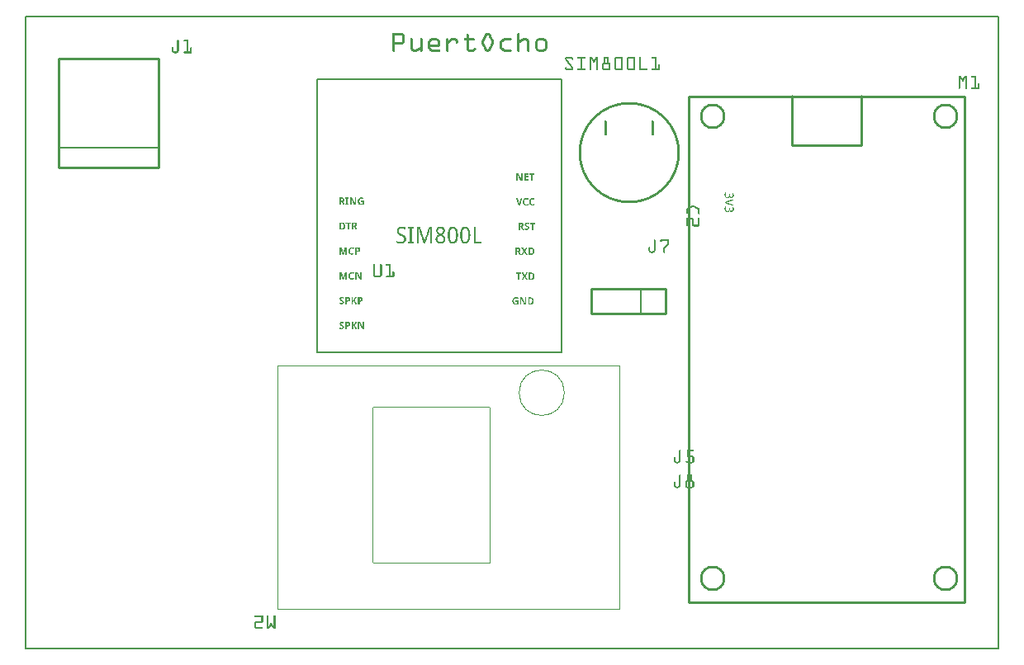
<source format=gto>
G04 MADE WITH FRITZING*
G04 WWW.FRITZING.ORG*
G04 SINGLE SIDED*
G04 HOLES NOT PLATED*
G04 CONTOUR ON CENTER OF CONTOUR VECTOR*
%ASAXBY*%
%FSLAX23Y23*%
%MOIN*%
%OFA0B0*%
%SFA1.0B1.0*%
%ADD10C,0.103000X0.083*%
%ADD11C,0.410000X0.39*%
%ADD12C,0.186556X0.179611*%
%ADD13R,3.937010X2.559060X3.921010X2.543060*%
%ADD14C,0.008000*%
%ADD15R,1.381442X0.986139X1.374498X0.979195*%
%ADD16C,0.003472*%
%ADD17R,0.990748X1.108856X0.977756X1.095864*%
%ADD18C,0.006496*%
%ADD19C,0.010000*%
%ADD20C,0.005000*%
%ADD21R,0.001000X0.001000*%
%LNSILK1*%
G90*
G70*
G54D10*
X3719Y2154D03*
X2778Y2154D03*
X3719Y285D03*
X2778Y285D03*
G54D11*
X2441Y2005D03*
G54D12*
X2089Y1037D03*
G54D14*
X4Y2555D02*
X3933Y2555D01*
X3933Y4D01*
X4Y4D01*
X4Y2555D01*
D02*
G54D16*
X1022Y1145D02*
X2400Y1145D01*
X2400Y162D01*
X1022Y162D01*
X1022Y1145D01*
D02*
G54D18*
X1183Y2301D02*
X2167Y2301D01*
X2167Y1199D01*
X1183Y1199D01*
X1183Y2301D01*
D02*
G54D19*
X2683Y2231D02*
X3794Y2231D01*
D02*
X3379Y2236D02*
X3379Y2036D01*
D02*
X3097Y2236D02*
X3097Y2036D01*
D02*
X3379Y2036D02*
X3099Y2036D01*
D02*
X3796Y2230D02*
X3796Y191D01*
D02*
X2682Y191D02*
X2682Y2230D01*
D02*
X3794Y190D02*
X2683Y190D01*
D02*
X2589Y1455D02*
X2289Y1455D01*
D02*
X2289Y1455D02*
X2289Y1355D01*
D02*
X2289Y1355D02*
X2589Y1355D01*
D02*
X2589Y1355D02*
X2589Y1455D01*
G54D20*
D02*
X2489Y1455D02*
X2489Y1355D01*
G54D19*
D02*
X541Y2385D02*
X138Y2385D01*
D02*
X138Y2385D02*
X138Y1945D01*
D02*
X138Y1945D02*
X541Y1945D01*
D02*
X541Y1945D02*
X541Y2385D01*
G54D20*
D02*
X138Y2025D02*
X541Y2025D01*
G54D21*
X1486Y2490D02*
X1524Y2490D01*
X1867Y2490D02*
X1874Y2490D01*
X1993Y2490D02*
X1996Y2490D01*
X1486Y2489D02*
X1526Y2489D01*
X1865Y2489D02*
X1876Y2489D01*
X1992Y2489D02*
X1998Y2489D01*
X1486Y2488D02*
X1528Y2488D01*
X1863Y2488D02*
X1878Y2488D01*
X1991Y2488D02*
X1998Y2488D01*
X1486Y2487D02*
X1529Y2487D01*
X1862Y2487D02*
X1879Y2487D01*
X1990Y2487D02*
X1999Y2487D01*
X1486Y2486D02*
X1530Y2486D01*
X1787Y2486D02*
X1790Y2486D01*
X1861Y2486D02*
X1880Y2486D01*
X1990Y2486D02*
X1999Y2486D01*
X1486Y2485D02*
X1531Y2485D01*
X1786Y2485D02*
X1791Y2485D01*
X1860Y2485D02*
X1881Y2485D01*
X1990Y2485D02*
X1999Y2485D01*
X1486Y2484D02*
X1532Y2484D01*
X1785Y2484D02*
X1792Y2484D01*
X1860Y2484D02*
X1881Y2484D01*
X1990Y2484D02*
X1999Y2484D01*
X1486Y2483D02*
X1533Y2483D01*
X1784Y2483D02*
X1793Y2483D01*
X1859Y2483D02*
X1882Y2483D01*
X1990Y2483D02*
X1999Y2483D01*
X1486Y2482D02*
X1533Y2482D01*
X1784Y2482D02*
X1793Y2482D01*
X1858Y2482D02*
X1882Y2482D01*
X1990Y2482D02*
X1999Y2482D01*
X1486Y2481D02*
X1534Y2481D01*
X1784Y2481D02*
X1793Y2481D01*
X1858Y2481D02*
X1883Y2481D01*
X1990Y2481D02*
X1999Y2481D01*
X1486Y2480D02*
X1495Y2480D01*
X1523Y2480D02*
X1534Y2480D01*
X1784Y2480D02*
X1793Y2480D01*
X1858Y2480D02*
X1868Y2480D01*
X1872Y2480D02*
X1883Y2480D01*
X1990Y2480D02*
X1999Y2480D01*
X1486Y2479D02*
X1495Y2479D01*
X1524Y2479D02*
X1534Y2479D01*
X1784Y2479D02*
X1793Y2479D01*
X1857Y2479D02*
X1868Y2479D01*
X1873Y2479D02*
X1884Y2479D01*
X1990Y2479D02*
X1999Y2479D01*
X1486Y2478D02*
X1495Y2478D01*
X1525Y2478D02*
X1535Y2478D01*
X1784Y2478D02*
X1793Y2478D01*
X1857Y2478D02*
X1867Y2478D01*
X1874Y2478D02*
X1884Y2478D01*
X1990Y2478D02*
X1999Y2478D01*
X1486Y2477D02*
X1495Y2477D01*
X1525Y2477D02*
X1535Y2477D01*
X1784Y2477D02*
X1793Y2477D01*
X1856Y2477D02*
X1866Y2477D01*
X1874Y2477D02*
X1885Y2477D01*
X1990Y2477D02*
X1999Y2477D01*
X1486Y2476D02*
X1495Y2476D01*
X1526Y2476D02*
X1535Y2476D01*
X1784Y2476D02*
X1793Y2476D01*
X1856Y2476D02*
X1866Y2476D01*
X1875Y2476D02*
X1885Y2476D01*
X1990Y2476D02*
X1999Y2476D01*
X1486Y2475D02*
X1495Y2475D01*
X1526Y2475D02*
X1535Y2475D01*
X1784Y2475D02*
X1793Y2475D01*
X1855Y2475D02*
X1865Y2475D01*
X1875Y2475D02*
X1886Y2475D01*
X1990Y2475D02*
X1999Y2475D01*
X1486Y2474D02*
X1495Y2474D01*
X1526Y2474D02*
X1535Y2474D01*
X1784Y2474D02*
X1793Y2474D01*
X1855Y2474D02*
X1865Y2474D01*
X1876Y2474D02*
X1886Y2474D01*
X1990Y2474D02*
X1999Y2474D01*
X1486Y2473D02*
X1495Y2473D01*
X1526Y2473D02*
X1535Y2473D01*
X1784Y2473D02*
X1793Y2473D01*
X1854Y2473D02*
X1864Y2473D01*
X1876Y2473D02*
X1887Y2473D01*
X1990Y2473D02*
X1999Y2473D01*
X1486Y2472D02*
X1495Y2472D01*
X1526Y2472D02*
X1535Y2472D01*
X1784Y2472D02*
X1793Y2472D01*
X1854Y2472D02*
X1864Y2472D01*
X1877Y2472D02*
X1887Y2472D01*
X1990Y2472D02*
X1999Y2472D01*
X1486Y2471D02*
X1495Y2471D01*
X1526Y2471D02*
X1535Y2471D01*
X1784Y2471D02*
X1793Y2471D01*
X1853Y2471D02*
X1863Y2471D01*
X1877Y2471D02*
X1888Y2471D01*
X1990Y2471D02*
X1999Y2471D01*
X1486Y2470D02*
X1495Y2470D01*
X1526Y2470D02*
X1535Y2470D01*
X1784Y2470D02*
X1793Y2470D01*
X1853Y2470D02*
X1863Y2470D01*
X1878Y2470D02*
X1888Y2470D01*
X1990Y2470D02*
X1999Y2470D01*
X1486Y2469D02*
X1495Y2469D01*
X1526Y2469D02*
X1535Y2469D01*
X1561Y2469D02*
X1564Y2469D01*
X1601Y2469D02*
X1603Y2469D01*
X1645Y2469D02*
X1663Y2469D01*
X1705Y2469D02*
X1708Y2469D01*
X1725Y2469D02*
X1739Y2469D01*
X1777Y2469D02*
X1814Y2469D01*
X1852Y2469D02*
X1862Y2469D01*
X1878Y2469D02*
X1889Y2469D01*
X1939Y2469D02*
X1963Y2469D01*
X1990Y2469D02*
X1999Y2469D01*
X2015Y2469D02*
X2026Y2469D01*
X2077Y2469D02*
X2095Y2469D01*
X1486Y2468D02*
X1495Y2468D01*
X1526Y2468D02*
X1535Y2468D01*
X1560Y2468D02*
X1565Y2468D01*
X1599Y2468D02*
X1605Y2468D01*
X1643Y2468D02*
X1666Y2468D01*
X1704Y2468D02*
X1709Y2468D01*
X1723Y2468D02*
X1742Y2468D01*
X1776Y2468D02*
X1816Y2468D01*
X1852Y2468D02*
X1862Y2468D01*
X1879Y2468D02*
X1889Y2468D01*
X1935Y2468D02*
X1965Y2468D01*
X1990Y2468D02*
X1999Y2468D01*
X2012Y2468D02*
X2029Y2468D01*
X2075Y2468D02*
X2098Y2468D01*
X1486Y2467D02*
X1495Y2467D01*
X1526Y2467D02*
X1535Y2467D01*
X1559Y2467D02*
X1566Y2467D01*
X1599Y2467D02*
X1606Y2467D01*
X1641Y2467D02*
X1668Y2467D01*
X1703Y2467D02*
X1710Y2467D01*
X1722Y2467D02*
X1744Y2467D01*
X1775Y2467D02*
X1817Y2467D01*
X1851Y2467D02*
X1861Y2467D01*
X1879Y2467D02*
X1890Y2467D01*
X1933Y2467D02*
X1966Y2467D01*
X1990Y2467D02*
X1999Y2467D01*
X2010Y2467D02*
X2031Y2467D01*
X2073Y2467D02*
X2100Y2467D01*
X1486Y2466D02*
X1495Y2466D01*
X1526Y2466D02*
X1535Y2466D01*
X1558Y2466D02*
X1567Y2466D01*
X1598Y2466D02*
X1607Y2466D01*
X1639Y2466D02*
X1670Y2466D01*
X1702Y2466D02*
X1711Y2466D01*
X1721Y2466D02*
X1745Y2466D01*
X1774Y2466D02*
X1817Y2466D01*
X1851Y2466D02*
X1861Y2466D01*
X1880Y2466D02*
X1890Y2466D01*
X1932Y2466D02*
X1967Y2466D01*
X1990Y2466D02*
X1999Y2466D01*
X2008Y2466D02*
X2032Y2466D01*
X2071Y2466D02*
X2102Y2466D01*
X1486Y2465D02*
X1495Y2465D01*
X1526Y2465D02*
X1535Y2465D01*
X1558Y2465D02*
X1567Y2465D01*
X1598Y2465D02*
X1607Y2465D01*
X1638Y2465D02*
X1671Y2465D01*
X1702Y2465D02*
X1711Y2465D01*
X1720Y2465D02*
X1746Y2465D01*
X1774Y2465D02*
X1818Y2465D01*
X1850Y2465D02*
X1860Y2465D01*
X1880Y2465D02*
X1891Y2465D01*
X1931Y2465D02*
X1967Y2465D01*
X1990Y2465D02*
X1999Y2465D01*
X2007Y2465D02*
X2033Y2465D01*
X2070Y2465D02*
X2103Y2465D01*
X1486Y2464D02*
X1495Y2464D01*
X1526Y2464D02*
X1535Y2464D01*
X1558Y2464D02*
X1567Y2464D01*
X1598Y2464D02*
X1607Y2464D01*
X1637Y2464D02*
X1672Y2464D01*
X1702Y2464D02*
X1711Y2464D01*
X1719Y2464D02*
X1747Y2464D01*
X1774Y2464D02*
X1818Y2464D01*
X1850Y2464D02*
X1860Y2464D01*
X1881Y2464D02*
X1891Y2464D01*
X1929Y2464D02*
X1967Y2464D01*
X1990Y2464D02*
X1999Y2464D01*
X2005Y2464D02*
X2034Y2464D01*
X2069Y2464D02*
X2104Y2464D01*
X1486Y2463D02*
X1495Y2463D01*
X1526Y2463D02*
X1535Y2463D01*
X1558Y2463D02*
X1567Y2463D01*
X1598Y2463D02*
X1607Y2463D01*
X1636Y2463D02*
X1673Y2463D01*
X1702Y2463D02*
X1711Y2463D01*
X1718Y2463D02*
X1748Y2463D01*
X1774Y2463D02*
X1818Y2463D01*
X1849Y2463D02*
X1859Y2463D01*
X1882Y2463D02*
X1892Y2463D01*
X1928Y2463D02*
X1967Y2463D01*
X1990Y2463D02*
X1999Y2463D01*
X2004Y2463D02*
X2035Y2463D01*
X2068Y2463D02*
X2105Y2463D01*
X1486Y2462D02*
X1495Y2462D01*
X1526Y2462D02*
X1535Y2462D01*
X1558Y2462D02*
X1567Y2462D01*
X1598Y2462D02*
X1607Y2462D01*
X1635Y2462D02*
X1674Y2462D01*
X1702Y2462D02*
X1711Y2462D01*
X1716Y2462D02*
X1749Y2462D01*
X1775Y2462D02*
X1817Y2462D01*
X1849Y2462D02*
X1859Y2462D01*
X1882Y2462D02*
X1892Y2462D01*
X1927Y2462D02*
X1966Y2462D01*
X1990Y2462D02*
X1999Y2462D01*
X2002Y2462D02*
X2035Y2462D01*
X2067Y2462D02*
X2106Y2462D01*
X618Y2461D02*
X621Y2461D01*
X644Y2461D02*
X662Y2461D01*
X1486Y2461D02*
X1495Y2461D01*
X1526Y2461D02*
X1535Y2461D01*
X1558Y2461D02*
X1567Y2461D01*
X1598Y2461D02*
X1607Y2461D01*
X1634Y2461D02*
X1675Y2461D01*
X1702Y2461D02*
X1711Y2461D01*
X1715Y2461D02*
X1749Y2461D01*
X1775Y2461D02*
X1817Y2461D01*
X1848Y2461D02*
X1858Y2461D01*
X1883Y2461D02*
X1893Y2461D01*
X1926Y2461D02*
X1966Y2461D01*
X1990Y2461D02*
X2036Y2461D01*
X2066Y2461D02*
X2107Y2461D01*
X617Y2460D02*
X622Y2460D01*
X643Y2460D02*
X662Y2460D01*
X1486Y2460D02*
X1495Y2460D01*
X1526Y2460D02*
X1535Y2460D01*
X1558Y2460D02*
X1567Y2460D01*
X1598Y2460D02*
X1607Y2460D01*
X1633Y2460D02*
X1676Y2460D01*
X1702Y2460D02*
X1711Y2460D01*
X1714Y2460D02*
X1750Y2460D01*
X1777Y2460D02*
X1815Y2460D01*
X1848Y2460D02*
X1858Y2460D01*
X1883Y2460D02*
X1893Y2460D01*
X1925Y2460D02*
X1964Y2460D01*
X1990Y2460D02*
X2036Y2460D01*
X2065Y2460D02*
X2108Y2460D01*
X617Y2459D02*
X622Y2459D01*
X643Y2459D02*
X662Y2459D01*
X1486Y2459D02*
X1495Y2459D01*
X1526Y2459D02*
X1535Y2459D01*
X1558Y2459D02*
X1567Y2459D01*
X1598Y2459D02*
X1607Y2459D01*
X1632Y2459D02*
X1646Y2459D01*
X1663Y2459D02*
X1677Y2459D01*
X1702Y2459D02*
X1711Y2459D01*
X1713Y2459D02*
X1728Y2459D01*
X1738Y2459D02*
X1750Y2459D01*
X1784Y2459D02*
X1793Y2459D01*
X1847Y2459D02*
X1857Y2459D01*
X1884Y2459D02*
X1894Y2459D01*
X1924Y2459D02*
X1939Y2459D01*
X1990Y2459D02*
X2015Y2459D01*
X2025Y2459D02*
X2037Y2459D01*
X2064Y2459D02*
X2078Y2459D01*
X2095Y2459D02*
X2109Y2459D01*
X617Y2458D02*
X623Y2458D01*
X643Y2458D02*
X662Y2458D01*
X1486Y2458D02*
X1495Y2458D01*
X1526Y2458D02*
X1535Y2458D01*
X1558Y2458D02*
X1567Y2458D01*
X1598Y2458D02*
X1607Y2458D01*
X1632Y2458D02*
X1644Y2458D01*
X1665Y2458D02*
X1677Y2458D01*
X1702Y2458D02*
X1726Y2458D01*
X1740Y2458D02*
X1750Y2458D01*
X1784Y2458D02*
X1793Y2458D01*
X1847Y2458D02*
X1857Y2458D01*
X1884Y2458D02*
X1894Y2458D01*
X1923Y2458D02*
X1937Y2458D01*
X1990Y2458D02*
X2014Y2458D01*
X2027Y2458D02*
X2037Y2458D01*
X2064Y2458D02*
X2076Y2458D01*
X2097Y2458D02*
X2109Y2458D01*
X617Y2457D02*
X623Y2457D01*
X643Y2457D02*
X662Y2457D01*
X1486Y2457D02*
X1495Y2457D01*
X1526Y2457D02*
X1535Y2457D01*
X1558Y2457D02*
X1567Y2457D01*
X1598Y2457D02*
X1607Y2457D01*
X1631Y2457D02*
X1643Y2457D01*
X1666Y2457D02*
X1678Y2457D01*
X1702Y2457D02*
X1725Y2457D01*
X1741Y2457D02*
X1751Y2457D01*
X1784Y2457D02*
X1793Y2457D01*
X1847Y2457D02*
X1856Y2457D01*
X1884Y2457D02*
X1894Y2457D01*
X1922Y2457D02*
X1936Y2457D01*
X1990Y2457D02*
X2012Y2457D01*
X2028Y2457D02*
X2037Y2457D01*
X2063Y2457D02*
X2075Y2457D01*
X2098Y2457D02*
X2110Y2457D01*
X617Y2456D02*
X623Y2456D01*
X643Y2456D02*
X662Y2456D01*
X1486Y2456D02*
X1495Y2456D01*
X1525Y2456D02*
X1535Y2456D01*
X1558Y2456D02*
X1567Y2456D01*
X1598Y2456D02*
X1607Y2456D01*
X1631Y2456D02*
X1642Y2456D01*
X1667Y2456D02*
X1678Y2456D01*
X1702Y2456D02*
X1724Y2456D01*
X1741Y2456D02*
X1751Y2456D01*
X1784Y2456D02*
X1793Y2456D01*
X1847Y2456D02*
X1856Y2456D01*
X1885Y2456D02*
X1894Y2456D01*
X1921Y2456D02*
X1935Y2456D01*
X1990Y2456D02*
X2010Y2456D01*
X2028Y2456D02*
X2037Y2456D01*
X2063Y2456D02*
X2074Y2456D01*
X2099Y2456D02*
X2110Y2456D01*
X617Y2455D02*
X623Y2455D01*
X645Y2455D02*
X662Y2455D01*
X1486Y2455D02*
X1495Y2455D01*
X1525Y2455D02*
X1535Y2455D01*
X1558Y2455D02*
X1567Y2455D01*
X1598Y2455D02*
X1607Y2455D01*
X1631Y2455D02*
X1641Y2455D01*
X1668Y2455D02*
X1678Y2455D01*
X1702Y2455D02*
X1723Y2455D01*
X1742Y2455D02*
X1751Y2455D01*
X1784Y2455D02*
X1793Y2455D01*
X1846Y2455D02*
X1856Y2455D01*
X1885Y2455D02*
X1895Y2455D01*
X1920Y2455D02*
X1934Y2455D01*
X1990Y2455D02*
X2009Y2455D01*
X2028Y2455D02*
X2038Y2455D01*
X2063Y2455D02*
X2073Y2455D01*
X2100Y2455D02*
X2110Y2455D01*
X617Y2454D02*
X623Y2454D01*
X656Y2454D02*
X662Y2454D01*
X1486Y2454D02*
X1495Y2454D01*
X1524Y2454D02*
X1534Y2454D01*
X1558Y2454D02*
X1567Y2454D01*
X1598Y2454D02*
X1607Y2454D01*
X1630Y2454D02*
X1640Y2454D01*
X1669Y2454D02*
X1679Y2454D01*
X1702Y2454D02*
X1722Y2454D01*
X1742Y2454D02*
X1751Y2454D01*
X1784Y2454D02*
X1793Y2454D01*
X1846Y2454D02*
X1855Y2454D01*
X1885Y2454D02*
X1895Y2454D01*
X1920Y2454D02*
X1933Y2454D01*
X1990Y2454D02*
X2007Y2454D01*
X2028Y2454D02*
X2038Y2454D01*
X2062Y2454D02*
X2072Y2454D01*
X2101Y2454D02*
X2111Y2454D01*
X617Y2453D02*
X623Y2453D01*
X656Y2453D02*
X662Y2453D01*
X1486Y2453D02*
X1495Y2453D01*
X1523Y2453D02*
X1534Y2453D01*
X1558Y2453D02*
X1567Y2453D01*
X1598Y2453D02*
X1607Y2453D01*
X1630Y2453D02*
X1639Y2453D01*
X1669Y2453D02*
X1679Y2453D01*
X1702Y2453D02*
X1721Y2453D01*
X1742Y2453D02*
X1751Y2453D01*
X1784Y2453D02*
X1793Y2453D01*
X1846Y2453D02*
X1855Y2453D01*
X1886Y2453D02*
X1895Y2453D01*
X1919Y2453D02*
X1932Y2453D01*
X1990Y2453D02*
X2006Y2453D01*
X2029Y2453D02*
X2038Y2453D01*
X2062Y2453D02*
X2071Y2453D01*
X2101Y2453D02*
X2111Y2453D01*
X617Y2452D02*
X623Y2452D01*
X656Y2452D02*
X662Y2452D01*
X1486Y2452D02*
X1534Y2452D01*
X1558Y2452D02*
X1568Y2452D01*
X1598Y2452D02*
X1607Y2452D01*
X1630Y2452D02*
X1639Y2452D01*
X1670Y2452D02*
X1679Y2452D01*
X1702Y2452D02*
X1719Y2452D01*
X1742Y2452D02*
X1751Y2452D01*
X1784Y2452D02*
X1793Y2452D01*
X1846Y2452D02*
X1855Y2452D01*
X1886Y2452D02*
X1895Y2452D01*
X1919Y2452D02*
X1930Y2452D01*
X1990Y2452D02*
X2004Y2452D01*
X2029Y2452D02*
X2038Y2452D01*
X2062Y2452D02*
X2071Y2452D01*
X2102Y2452D02*
X2111Y2452D01*
X617Y2451D02*
X623Y2451D01*
X656Y2451D02*
X662Y2451D01*
X1486Y2451D02*
X1533Y2451D01*
X1559Y2451D02*
X1568Y2451D01*
X1598Y2451D02*
X1607Y2451D01*
X1630Y2451D02*
X1639Y2451D01*
X1670Y2451D02*
X1679Y2451D01*
X1702Y2451D02*
X1718Y2451D01*
X1742Y2451D02*
X1751Y2451D01*
X1784Y2451D02*
X1793Y2451D01*
X1846Y2451D02*
X1855Y2451D01*
X1886Y2451D02*
X1895Y2451D01*
X1919Y2451D02*
X1929Y2451D01*
X1990Y2451D02*
X2003Y2451D01*
X2029Y2451D02*
X2038Y2451D01*
X2062Y2451D02*
X2071Y2451D01*
X2102Y2451D02*
X2111Y2451D01*
X617Y2450D02*
X623Y2450D01*
X656Y2450D02*
X662Y2450D01*
X1486Y2450D02*
X1533Y2450D01*
X1559Y2450D02*
X1568Y2450D01*
X1598Y2450D02*
X1607Y2450D01*
X1630Y2450D02*
X1639Y2450D01*
X1670Y2450D02*
X1679Y2450D01*
X1702Y2450D02*
X1717Y2450D01*
X1742Y2450D02*
X1751Y2450D01*
X1784Y2450D02*
X1793Y2450D01*
X1846Y2450D02*
X1855Y2450D01*
X1886Y2450D02*
X1895Y2450D01*
X1918Y2450D02*
X1928Y2450D01*
X1990Y2450D02*
X2001Y2450D01*
X2029Y2450D02*
X2038Y2450D01*
X2062Y2450D02*
X2071Y2450D01*
X2102Y2450D02*
X2111Y2450D01*
X617Y2449D02*
X623Y2449D01*
X656Y2449D02*
X662Y2449D01*
X1486Y2449D02*
X1532Y2449D01*
X1559Y2449D02*
X1568Y2449D01*
X1598Y2449D02*
X1607Y2449D01*
X1630Y2449D02*
X1639Y2449D01*
X1670Y2449D02*
X1679Y2449D01*
X1702Y2449D02*
X1716Y2449D01*
X1743Y2449D02*
X1750Y2449D01*
X1784Y2449D02*
X1793Y2449D01*
X1846Y2449D02*
X1855Y2449D01*
X1885Y2449D02*
X1895Y2449D01*
X1918Y2449D02*
X1928Y2449D01*
X1990Y2449D02*
X2000Y2449D01*
X2029Y2449D02*
X2038Y2449D01*
X2062Y2449D02*
X2071Y2449D01*
X2102Y2449D02*
X2111Y2449D01*
X617Y2448D02*
X623Y2448D01*
X656Y2448D02*
X662Y2448D01*
X1486Y2448D02*
X1531Y2448D01*
X1559Y2448D02*
X1568Y2448D01*
X1598Y2448D02*
X1607Y2448D01*
X1630Y2448D02*
X1639Y2448D01*
X1670Y2448D02*
X1679Y2448D01*
X1702Y2448D02*
X1715Y2448D01*
X1743Y2448D02*
X1749Y2448D01*
X1784Y2448D02*
X1793Y2448D01*
X1846Y2448D02*
X1856Y2448D01*
X1885Y2448D02*
X1895Y2448D01*
X1918Y2448D02*
X1927Y2448D01*
X1990Y2448D02*
X1999Y2448D01*
X2029Y2448D02*
X2038Y2448D01*
X2062Y2448D02*
X2071Y2448D01*
X2102Y2448D02*
X2111Y2448D01*
X617Y2447D02*
X623Y2447D01*
X656Y2447D02*
X662Y2447D01*
X1486Y2447D02*
X1531Y2447D01*
X1559Y2447D02*
X1568Y2447D01*
X1598Y2447D02*
X1607Y2447D01*
X1630Y2447D02*
X1639Y2447D01*
X1670Y2447D02*
X1679Y2447D01*
X1702Y2447D02*
X1714Y2447D01*
X1745Y2447D02*
X1748Y2447D01*
X1784Y2447D02*
X1793Y2447D01*
X1847Y2447D02*
X1856Y2447D01*
X1885Y2447D02*
X1894Y2447D01*
X1918Y2447D02*
X1927Y2447D01*
X1990Y2447D02*
X1999Y2447D01*
X2029Y2447D02*
X2038Y2447D01*
X2062Y2447D02*
X2071Y2447D01*
X2102Y2447D02*
X2111Y2447D01*
X617Y2446D02*
X623Y2446D01*
X656Y2446D02*
X662Y2446D01*
X1486Y2446D02*
X1529Y2446D01*
X1559Y2446D02*
X1568Y2446D01*
X1598Y2446D02*
X1607Y2446D01*
X1630Y2446D02*
X1639Y2446D01*
X1670Y2446D02*
X1679Y2446D01*
X1702Y2446D02*
X1712Y2446D01*
X1784Y2446D02*
X1793Y2446D01*
X1847Y2446D02*
X1856Y2446D01*
X1884Y2446D02*
X1894Y2446D01*
X1918Y2446D02*
X1927Y2446D01*
X1990Y2446D02*
X1999Y2446D01*
X2029Y2446D02*
X2038Y2446D01*
X2062Y2446D02*
X2071Y2446D01*
X2102Y2446D02*
X2111Y2446D01*
X617Y2445D02*
X623Y2445D01*
X656Y2445D02*
X662Y2445D01*
X1486Y2445D02*
X1528Y2445D01*
X1559Y2445D02*
X1568Y2445D01*
X1598Y2445D02*
X1607Y2445D01*
X1630Y2445D02*
X1639Y2445D01*
X1670Y2445D02*
X1679Y2445D01*
X1702Y2445D02*
X1711Y2445D01*
X1784Y2445D02*
X1793Y2445D01*
X1847Y2445D02*
X1857Y2445D01*
X1884Y2445D02*
X1894Y2445D01*
X1918Y2445D02*
X1927Y2445D01*
X1990Y2445D02*
X1999Y2445D01*
X2029Y2445D02*
X2038Y2445D01*
X2062Y2445D02*
X2071Y2445D01*
X2102Y2445D02*
X2111Y2445D01*
X617Y2444D02*
X623Y2444D01*
X656Y2444D02*
X662Y2444D01*
X1486Y2444D02*
X1527Y2444D01*
X1559Y2444D02*
X1568Y2444D01*
X1598Y2444D02*
X1607Y2444D01*
X1630Y2444D02*
X1639Y2444D01*
X1670Y2444D02*
X1679Y2444D01*
X1702Y2444D02*
X1711Y2444D01*
X1784Y2444D02*
X1793Y2444D01*
X1847Y2444D02*
X1857Y2444D01*
X1883Y2444D02*
X1894Y2444D01*
X1918Y2444D02*
X1927Y2444D01*
X1990Y2444D02*
X1999Y2444D01*
X2029Y2444D02*
X2038Y2444D01*
X2062Y2444D02*
X2071Y2444D01*
X2102Y2444D02*
X2111Y2444D01*
X617Y2443D02*
X623Y2443D01*
X656Y2443D02*
X662Y2443D01*
X1486Y2443D02*
X1524Y2443D01*
X1559Y2443D02*
X1568Y2443D01*
X1598Y2443D02*
X1607Y2443D01*
X1630Y2443D02*
X1679Y2443D01*
X1702Y2443D02*
X1711Y2443D01*
X1784Y2443D02*
X1793Y2443D01*
X1848Y2443D02*
X1858Y2443D01*
X1883Y2443D02*
X1893Y2443D01*
X1918Y2443D02*
X1927Y2443D01*
X1990Y2443D02*
X1999Y2443D01*
X2029Y2443D02*
X2038Y2443D01*
X2062Y2443D02*
X2071Y2443D01*
X2102Y2443D02*
X2111Y2443D01*
X617Y2442D02*
X623Y2442D01*
X656Y2442D02*
X662Y2442D01*
X1486Y2442D02*
X1495Y2442D01*
X1559Y2442D02*
X1568Y2442D01*
X1598Y2442D02*
X1607Y2442D01*
X1630Y2442D02*
X1679Y2442D01*
X1702Y2442D02*
X1711Y2442D01*
X1784Y2442D02*
X1793Y2442D01*
X1848Y2442D02*
X1858Y2442D01*
X1883Y2442D02*
X1893Y2442D01*
X1918Y2442D02*
X1927Y2442D01*
X1990Y2442D02*
X1999Y2442D01*
X2029Y2442D02*
X2038Y2442D01*
X2062Y2442D02*
X2071Y2442D01*
X2102Y2442D02*
X2111Y2442D01*
X617Y2441D02*
X623Y2441D01*
X656Y2441D02*
X662Y2441D01*
X1486Y2441D02*
X1495Y2441D01*
X1559Y2441D02*
X1568Y2441D01*
X1598Y2441D02*
X1607Y2441D01*
X1630Y2441D02*
X1679Y2441D01*
X1702Y2441D02*
X1711Y2441D01*
X1784Y2441D02*
X1793Y2441D01*
X1849Y2441D02*
X1859Y2441D01*
X1882Y2441D02*
X1892Y2441D01*
X1918Y2441D02*
X1927Y2441D01*
X1990Y2441D02*
X1999Y2441D01*
X2029Y2441D02*
X2038Y2441D01*
X2062Y2441D02*
X2071Y2441D01*
X2102Y2441D02*
X2111Y2441D01*
X617Y2440D02*
X623Y2440D01*
X656Y2440D02*
X662Y2440D01*
X1486Y2440D02*
X1495Y2440D01*
X1559Y2440D02*
X1568Y2440D01*
X1598Y2440D02*
X1607Y2440D01*
X1630Y2440D02*
X1679Y2440D01*
X1702Y2440D02*
X1711Y2440D01*
X1784Y2440D02*
X1793Y2440D01*
X1849Y2440D02*
X1859Y2440D01*
X1882Y2440D02*
X1892Y2440D01*
X1918Y2440D02*
X1927Y2440D01*
X1990Y2440D02*
X1999Y2440D01*
X2029Y2440D02*
X2038Y2440D01*
X2062Y2440D02*
X2071Y2440D01*
X2102Y2440D02*
X2111Y2440D01*
X617Y2439D02*
X623Y2439D01*
X656Y2439D02*
X662Y2439D01*
X1486Y2439D02*
X1495Y2439D01*
X1559Y2439D02*
X1568Y2439D01*
X1598Y2439D02*
X1607Y2439D01*
X1630Y2439D02*
X1679Y2439D01*
X1702Y2439D02*
X1711Y2439D01*
X1784Y2439D02*
X1793Y2439D01*
X1850Y2439D02*
X1860Y2439D01*
X1881Y2439D02*
X1891Y2439D01*
X1918Y2439D02*
X1927Y2439D01*
X1990Y2439D02*
X1999Y2439D01*
X2029Y2439D02*
X2038Y2439D01*
X2062Y2439D02*
X2071Y2439D01*
X2102Y2439D02*
X2111Y2439D01*
X617Y2438D02*
X623Y2438D01*
X656Y2438D02*
X662Y2438D01*
X1486Y2438D02*
X1495Y2438D01*
X1559Y2438D02*
X1568Y2438D01*
X1598Y2438D02*
X1607Y2438D01*
X1630Y2438D02*
X1679Y2438D01*
X1702Y2438D02*
X1711Y2438D01*
X1784Y2438D02*
X1793Y2438D01*
X1850Y2438D02*
X1860Y2438D01*
X1881Y2438D02*
X1891Y2438D01*
X1918Y2438D02*
X1927Y2438D01*
X1990Y2438D02*
X1999Y2438D01*
X2029Y2438D02*
X2038Y2438D01*
X2062Y2438D02*
X2071Y2438D01*
X2102Y2438D02*
X2111Y2438D01*
X617Y2437D02*
X623Y2437D01*
X656Y2437D02*
X662Y2437D01*
X1486Y2437D02*
X1495Y2437D01*
X1559Y2437D02*
X1568Y2437D01*
X1598Y2437D02*
X1607Y2437D01*
X1630Y2437D02*
X1678Y2437D01*
X1702Y2437D02*
X1711Y2437D01*
X1784Y2437D02*
X1793Y2437D01*
X1851Y2437D02*
X1861Y2437D01*
X1880Y2437D02*
X1890Y2437D01*
X1918Y2437D02*
X1927Y2437D01*
X1990Y2437D02*
X1999Y2437D01*
X2029Y2437D02*
X2038Y2437D01*
X2062Y2437D02*
X2071Y2437D01*
X2102Y2437D02*
X2111Y2437D01*
X617Y2436D02*
X623Y2436D01*
X656Y2436D02*
X662Y2436D01*
X1486Y2436D02*
X1495Y2436D01*
X1559Y2436D02*
X1568Y2436D01*
X1598Y2436D02*
X1607Y2436D01*
X1630Y2436D02*
X1678Y2436D01*
X1702Y2436D02*
X1711Y2436D01*
X1784Y2436D02*
X1793Y2436D01*
X1851Y2436D02*
X1861Y2436D01*
X1880Y2436D02*
X1890Y2436D01*
X1918Y2436D02*
X1927Y2436D01*
X1990Y2436D02*
X1999Y2436D01*
X2029Y2436D02*
X2038Y2436D01*
X2062Y2436D02*
X2071Y2436D01*
X2102Y2436D02*
X2111Y2436D01*
X617Y2435D02*
X623Y2435D01*
X656Y2435D02*
X662Y2435D01*
X1486Y2435D02*
X1495Y2435D01*
X1559Y2435D02*
X1568Y2435D01*
X1598Y2435D02*
X1607Y2435D01*
X1630Y2435D02*
X1677Y2435D01*
X1702Y2435D02*
X1711Y2435D01*
X1784Y2435D02*
X1793Y2435D01*
X1852Y2435D02*
X1862Y2435D01*
X1879Y2435D02*
X1889Y2435D01*
X1918Y2435D02*
X1927Y2435D01*
X1990Y2435D02*
X1999Y2435D01*
X2029Y2435D02*
X2038Y2435D01*
X2062Y2435D02*
X2071Y2435D01*
X2102Y2435D02*
X2111Y2435D01*
X617Y2434D02*
X623Y2434D01*
X656Y2434D02*
X662Y2434D01*
X1486Y2434D02*
X1495Y2434D01*
X1559Y2434D02*
X1568Y2434D01*
X1598Y2434D02*
X1607Y2434D01*
X1630Y2434D02*
X1675Y2434D01*
X1702Y2434D02*
X1711Y2434D01*
X1784Y2434D02*
X1793Y2434D01*
X1852Y2434D02*
X1862Y2434D01*
X1879Y2434D02*
X1889Y2434D01*
X1918Y2434D02*
X1927Y2434D01*
X1990Y2434D02*
X1999Y2434D01*
X2029Y2434D02*
X2038Y2434D01*
X2062Y2434D02*
X2071Y2434D01*
X2102Y2434D02*
X2111Y2434D01*
X617Y2433D02*
X623Y2433D01*
X656Y2433D02*
X662Y2433D01*
X1486Y2433D02*
X1495Y2433D01*
X1559Y2433D02*
X1568Y2433D01*
X1598Y2433D02*
X1607Y2433D01*
X1630Y2433D02*
X1639Y2433D01*
X1702Y2433D02*
X1711Y2433D01*
X1784Y2433D02*
X1793Y2433D01*
X1853Y2433D02*
X1863Y2433D01*
X1878Y2433D02*
X1888Y2433D01*
X1918Y2433D02*
X1928Y2433D01*
X1990Y2433D02*
X1999Y2433D01*
X2029Y2433D02*
X2038Y2433D01*
X2062Y2433D02*
X2071Y2433D01*
X2102Y2433D02*
X2111Y2433D01*
X598Y2432D02*
X600Y2432D01*
X617Y2432D02*
X623Y2432D01*
X656Y2432D02*
X662Y2432D01*
X672Y2432D02*
X674Y2432D01*
X1486Y2432D02*
X1495Y2432D01*
X1559Y2432D02*
X1568Y2432D01*
X1596Y2432D02*
X1607Y2432D01*
X1630Y2432D02*
X1639Y2432D01*
X1702Y2432D02*
X1711Y2432D01*
X1784Y2432D02*
X1793Y2432D01*
X1853Y2432D02*
X1863Y2432D01*
X1878Y2432D02*
X1888Y2432D01*
X1918Y2432D02*
X1928Y2432D01*
X1990Y2432D02*
X1999Y2432D01*
X2029Y2432D02*
X2038Y2432D01*
X2062Y2432D02*
X2071Y2432D01*
X2102Y2432D02*
X2111Y2432D01*
X597Y2431D02*
X601Y2431D01*
X617Y2431D02*
X623Y2431D01*
X656Y2431D02*
X662Y2431D01*
X671Y2431D02*
X675Y2431D01*
X1486Y2431D02*
X1495Y2431D01*
X1559Y2431D02*
X1568Y2431D01*
X1595Y2431D02*
X1607Y2431D01*
X1630Y2431D02*
X1639Y2431D01*
X1702Y2431D02*
X1711Y2431D01*
X1784Y2431D02*
X1793Y2431D01*
X1818Y2431D02*
X1819Y2431D01*
X1854Y2431D02*
X1864Y2431D01*
X1877Y2431D02*
X1887Y2431D01*
X1919Y2431D02*
X1929Y2431D01*
X1990Y2431D02*
X1999Y2431D01*
X2029Y2431D02*
X2038Y2431D01*
X2062Y2431D02*
X2071Y2431D01*
X2102Y2431D02*
X2111Y2431D01*
X596Y2430D02*
X602Y2430D01*
X617Y2430D02*
X623Y2430D01*
X656Y2430D02*
X662Y2430D01*
X670Y2430D02*
X676Y2430D01*
X1486Y2430D02*
X1495Y2430D01*
X1559Y2430D02*
X1568Y2430D01*
X1593Y2430D02*
X1607Y2430D01*
X1630Y2430D02*
X1639Y2430D01*
X1702Y2430D02*
X1711Y2430D01*
X1784Y2430D02*
X1793Y2430D01*
X1816Y2430D02*
X1821Y2430D01*
X1854Y2430D02*
X1864Y2430D01*
X1877Y2430D02*
X1887Y2430D01*
X1919Y2430D02*
X1930Y2430D01*
X1990Y2430D02*
X1999Y2430D01*
X2029Y2430D02*
X2038Y2430D01*
X2062Y2430D02*
X2071Y2430D01*
X2102Y2430D02*
X2111Y2430D01*
X596Y2429D02*
X602Y2429D01*
X617Y2429D02*
X623Y2429D01*
X656Y2429D02*
X662Y2429D01*
X670Y2429D02*
X676Y2429D01*
X1486Y2429D02*
X1495Y2429D01*
X1559Y2429D02*
X1568Y2429D01*
X1591Y2429D02*
X1607Y2429D01*
X1630Y2429D02*
X1640Y2429D01*
X1702Y2429D02*
X1711Y2429D01*
X1784Y2429D02*
X1793Y2429D01*
X1815Y2429D02*
X1822Y2429D01*
X1855Y2429D02*
X1865Y2429D01*
X1876Y2429D02*
X1886Y2429D01*
X1919Y2429D02*
X1931Y2429D01*
X1990Y2429D02*
X1999Y2429D01*
X2029Y2429D02*
X2038Y2429D01*
X2062Y2429D02*
X2072Y2429D01*
X2101Y2429D02*
X2111Y2429D01*
X596Y2428D02*
X602Y2428D01*
X617Y2428D02*
X623Y2428D01*
X656Y2428D02*
X662Y2428D01*
X670Y2428D02*
X676Y2428D01*
X1486Y2428D02*
X1495Y2428D01*
X1559Y2428D02*
X1568Y2428D01*
X1590Y2428D02*
X1607Y2428D01*
X1630Y2428D02*
X1640Y2428D01*
X1702Y2428D02*
X1711Y2428D01*
X1784Y2428D02*
X1793Y2428D01*
X1814Y2428D02*
X1822Y2428D01*
X1855Y2428D02*
X1865Y2428D01*
X1876Y2428D02*
X1886Y2428D01*
X1920Y2428D02*
X1933Y2428D01*
X1990Y2428D02*
X1999Y2428D01*
X2029Y2428D02*
X2038Y2428D01*
X2062Y2428D02*
X2072Y2428D01*
X2101Y2428D02*
X2111Y2428D01*
X596Y2427D02*
X602Y2427D01*
X617Y2427D02*
X623Y2427D01*
X656Y2427D02*
X662Y2427D01*
X670Y2427D02*
X676Y2427D01*
X1486Y2427D02*
X1495Y2427D01*
X1559Y2427D02*
X1568Y2427D01*
X1588Y2427D02*
X1607Y2427D01*
X1630Y2427D02*
X1641Y2427D01*
X1702Y2427D02*
X1711Y2427D01*
X1784Y2427D02*
X1793Y2427D01*
X1814Y2427D02*
X1823Y2427D01*
X1856Y2427D02*
X1866Y2427D01*
X1875Y2427D02*
X1885Y2427D01*
X1920Y2427D02*
X1934Y2427D01*
X1990Y2427D02*
X1999Y2427D01*
X2029Y2427D02*
X2038Y2427D01*
X2062Y2427D02*
X2073Y2427D01*
X2100Y2427D02*
X2111Y2427D01*
X596Y2426D02*
X602Y2426D01*
X617Y2426D02*
X623Y2426D01*
X656Y2426D02*
X662Y2426D01*
X670Y2426D02*
X676Y2426D01*
X1486Y2426D02*
X1495Y2426D01*
X1559Y2426D02*
X1569Y2426D01*
X1587Y2426D02*
X1607Y2426D01*
X1631Y2426D02*
X1642Y2426D01*
X1702Y2426D02*
X1711Y2426D01*
X1784Y2426D02*
X1793Y2426D01*
X1813Y2426D02*
X1823Y2426D01*
X1856Y2426D02*
X1866Y2426D01*
X1875Y2426D02*
X1885Y2426D01*
X1921Y2426D02*
X1935Y2426D01*
X1990Y2426D02*
X1999Y2426D01*
X2029Y2426D02*
X2039Y2426D01*
X2063Y2426D02*
X2074Y2426D01*
X2099Y2426D02*
X2110Y2426D01*
X596Y2425D02*
X602Y2425D01*
X617Y2425D02*
X623Y2425D01*
X656Y2425D02*
X662Y2425D01*
X670Y2425D02*
X676Y2425D01*
X1486Y2425D02*
X1495Y2425D01*
X1560Y2425D02*
X1569Y2425D01*
X1585Y2425D02*
X1607Y2425D01*
X1631Y2425D02*
X1643Y2425D01*
X1702Y2425D02*
X1711Y2425D01*
X1784Y2425D02*
X1794Y2425D01*
X1813Y2425D02*
X1823Y2425D01*
X1857Y2425D02*
X1867Y2425D01*
X1874Y2425D02*
X1884Y2425D01*
X1922Y2425D02*
X1936Y2425D01*
X1990Y2425D02*
X1999Y2425D01*
X2030Y2425D02*
X2039Y2425D01*
X2063Y2425D02*
X2075Y2425D01*
X2098Y2425D02*
X2110Y2425D01*
X596Y2424D02*
X602Y2424D01*
X617Y2424D02*
X623Y2424D01*
X656Y2424D02*
X662Y2424D01*
X670Y2424D02*
X676Y2424D01*
X1486Y2424D02*
X1495Y2424D01*
X1560Y2424D02*
X1570Y2424D01*
X1583Y2424D02*
X1607Y2424D01*
X1632Y2424D02*
X1644Y2424D01*
X1702Y2424D02*
X1711Y2424D01*
X1784Y2424D02*
X1795Y2424D01*
X1812Y2424D02*
X1823Y2424D01*
X1857Y2424D02*
X1868Y2424D01*
X1873Y2424D02*
X1884Y2424D01*
X1923Y2424D02*
X1937Y2424D01*
X1990Y2424D02*
X1999Y2424D01*
X2030Y2424D02*
X2039Y2424D01*
X2064Y2424D02*
X2076Y2424D01*
X2097Y2424D02*
X2109Y2424D01*
X596Y2423D02*
X602Y2423D01*
X617Y2423D02*
X623Y2423D01*
X656Y2423D02*
X662Y2423D01*
X670Y2423D02*
X676Y2423D01*
X1486Y2423D02*
X1495Y2423D01*
X1560Y2423D02*
X1572Y2423D01*
X1582Y2423D02*
X1607Y2423D01*
X1632Y2423D02*
X1646Y2423D01*
X1702Y2423D02*
X1711Y2423D01*
X1785Y2423D02*
X1796Y2423D01*
X1811Y2423D02*
X1822Y2423D01*
X1858Y2423D02*
X1869Y2423D01*
X1872Y2423D02*
X1883Y2423D01*
X1924Y2423D02*
X1939Y2423D01*
X1990Y2423D02*
X1999Y2423D01*
X2030Y2423D02*
X2039Y2423D01*
X2064Y2423D02*
X2078Y2423D01*
X2095Y2423D02*
X2109Y2423D01*
X596Y2422D02*
X602Y2422D01*
X617Y2422D02*
X623Y2422D01*
X656Y2422D02*
X662Y2422D01*
X670Y2422D02*
X676Y2422D01*
X1486Y2422D02*
X1495Y2422D01*
X1560Y2422D02*
X1607Y2422D01*
X1633Y2422D02*
X1676Y2422D01*
X1702Y2422D02*
X1711Y2422D01*
X1785Y2422D02*
X1822Y2422D01*
X1858Y2422D02*
X1883Y2422D01*
X1925Y2422D02*
X1964Y2422D01*
X1990Y2422D02*
X1999Y2422D01*
X2030Y2422D02*
X2039Y2422D01*
X2065Y2422D02*
X2108Y2422D01*
X596Y2421D02*
X602Y2421D01*
X617Y2421D02*
X623Y2421D01*
X656Y2421D02*
X662Y2421D01*
X670Y2421D02*
X676Y2421D01*
X1486Y2421D02*
X1495Y2421D01*
X1561Y2421D02*
X1607Y2421D01*
X1634Y2421D02*
X1677Y2421D01*
X1702Y2421D02*
X1711Y2421D01*
X1786Y2421D02*
X1821Y2421D01*
X1859Y2421D02*
X1882Y2421D01*
X1926Y2421D02*
X1965Y2421D01*
X1990Y2421D02*
X1999Y2421D01*
X2030Y2421D02*
X2039Y2421D01*
X2066Y2421D02*
X2107Y2421D01*
X596Y2420D02*
X602Y2420D01*
X617Y2420D02*
X623Y2420D01*
X656Y2420D02*
X662Y2420D01*
X670Y2420D02*
X676Y2420D01*
X1486Y2420D02*
X1495Y2420D01*
X1561Y2420D02*
X1595Y2420D01*
X1598Y2420D02*
X1607Y2420D01*
X1635Y2420D02*
X1678Y2420D01*
X1702Y2420D02*
X1711Y2420D01*
X1786Y2420D02*
X1821Y2420D01*
X1859Y2420D02*
X1882Y2420D01*
X1927Y2420D02*
X1966Y2420D01*
X1990Y2420D02*
X1999Y2420D01*
X2030Y2420D02*
X2039Y2420D01*
X2067Y2420D02*
X2106Y2420D01*
X596Y2419D02*
X602Y2419D01*
X617Y2419D02*
X623Y2419D01*
X656Y2419D02*
X662Y2419D01*
X670Y2419D02*
X676Y2419D01*
X1486Y2419D02*
X1495Y2419D01*
X1562Y2419D02*
X1593Y2419D01*
X1598Y2419D02*
X1607Y2419D01*
X1636Y2419D02*
X1679Y2419D01*
X1702Y2419D02*
X1711Y2419D01*
X1787Y2419D02*
X1820Y2419D01*
X1860Y2419D02*
X1881Y2419D01*
X1929Y2419D02*
X1967Y2419D01*
X1990Y2419D02*
X1999Y2419D01*
X2030Y2419D02*
X2039Y2419D01*
X2068Y2419D02*
X2105Y2419D01*
X596Y2418D02*
X602Y2418D01*
X616Y2418D02*
X623Y2418D01*
X656Y2418D02*
X662Y2418D01*
X670Y2418D02*
X676Y2418D01*
X1486Y2418D02*
X1495Y2418D01*
X1563Y2418D02*
X1592Y2418D01*
X1598Y2418D02*
X1607Y2418D01*
X1637Y2418D02*
X1679Y2418D01*
X1702Y2418D02*
X1711Y2418D01*
X1788Y2418D02*
X1819Y2418D01*
X1860Y2418D02*
X1880Y2418D01*
X1930Y2418D02*
X1967Y2418D01*
X1990Y2418D02*
X1999Y2418D01*
X2030Y2418D02*
X2039Y2418D01*
X2069Y2418D02*
X2104Y2418D01*
X596Y2417D02*
X602Y2417D01*
X616Y2417D02*
X622Y2417D01*
X656Y2417D02*
X662Y2417D01*
X670Y2417D02*
X676Y2417D01*
X1486Y2417D02*
X1495Y2417D01*
X1564Y2417D02*
X1590Y2417D01*
X1598Y2417D02*
X1607Y2417D01*
X1638Y2417D02*
X1679Y2417D01*
X1702Y2417D02*
X1711Y2417D01*
X1788Y2417D02*
X1818Y2417D01*
X1861Y2417D02*
X1880Y2417D01*
X1931Y2417D02*
X1967Y2417D01*
X1990Y2417D02*
X1999Y2417D01*
X2030Y2417D02*
X2039Y2417D01*
X2070Y2417D02*
X2103Y2417D01*
X596Y2416D02*
X603Y2416D01*
X616Y2416D02*
X622Y2416D01*
X656Y2416D02*
X662Y2416D01*
X670Y2416D02*
X676Y2416D01*
X1486Y2416D02*
X1495Y2416D01*
X1565Y2416D02*
X1589Y2416D01*
X1598Y2416D02*
X1607Y2416D01*
X1639Y2416D02*
X1679Y2416D01*
X1702Y2416D02*
X1711Y2416D01*
X1790Y2416D02*
X1817Y2416D01*
X1862Y2416D02*
X1879Y2416D01*
X1932Y2416D02*
X1967Y2416D01*
X1990Y2416D02*
X1999Y2416D01*
X2030Y2416D02*
X2038Y2416D01*
X2071Y2416D02*
X2102Y2416D01*
X596Y2415D02*
X604Y2415D01*
X614Y2415D02*
X622Y2415D01*
X656Y2415D02*
X662Y2415D01*
X670Y2415D02*
X676Y2415D01*
X1487Y2415D02*
X1494Y2415D01*
X1566Y2415D02*
X1587Y2415D01*
X1599Y2415D02*
X1606Y2415D01*
X1640Y2415D02*
X1678Y2415D01*
X1703Y2415D02*
X1710Y2415D01*
X1791Y2415D02*
X1816Y2415D01*
X1863Y2415D02*
X1877Y2415D01*
X1933Y2415D02*
X1966Y2415D01*
X1991Y2415D02*
X1998Y2415D01*
X2031Y2415D02*
X2038Y2415D01*
X2073Y2415D02*
X2100Y2415D01*
X597Y2414D02*
X622Y2414D01*
X644Y2414D02*
X676Y2414D01*
X1488Y2414D02*
X1494Y2414D01*
X1568Y2414D02*
X1585Y2414D01*
X1599Y2414D02*
X1605Y2414D01*
X1642Y2414D02*
X1677Y2414D01*
X1704Y2414D02*
X1710Y2414D01*
X1793Y2414D02*
X1814Y2414D01*
X1865Y2414D02*
X1876Y2414D01*
X1935Y2414D02*
X1965Y2414D01*
X1992Y2414D02*
X1998Y2414D01*
X2031Y2414D02*
X2037Y2414D01*
X2074Y2414D02*
X2099Y2414D01*
X597Y2413D02*
X621Y2413D01*
X643Y2413D02*
X676Y2413D01*
X1489Y2413D02*
X1492Y2413D01*
X1571Y2413D02*
X1582Y2413D01*
X1601Y2413D02*
X1604Y2413D01*
X1645Y2413D02*
X1676Y2413D01*
X1705Y2413D02*
X1708Y2413D01*
X1795Y2413D02*
X1811Y2413D01*
X1868Y2413D02*
X1873Y2413D01*
X1938Y2413D02*
X1964Y2413D01*
X1993Y2413D02*
X1996Y2413D01*
X2033Y2413D02*
X2036Y2413D01*
X2077Y2413D02*
X2096Y2413D01*
X598Y2412D02*
X620Y2412D01*
X643Y2412D02*
X676Y2412D01*
X599Y2411D02*
X620Y2411D01*
X642Y2411D02*
X676Y2411D01*
X600Y2410D02*
X618Y2410D01*
X643Y2410D02*
X676Y2410D01*
X602Y2409D02*
X617Y2409D01*
X643Y2409D02*
X675Y2409D01*
X604Y2408D02*
X614Y2408D01*
X645Y2408D02*
X674Y2408D01*
X2187Y2392D02*
X2210Y2392D01*
X2234Y2392D02*
X2265Y2392D01*
X2283Y2392D02*
X2291Y2392D01*
X2308Y2392D02*
X2316Y2392D01*
X2341Y2392D02*
X2358Y2392D01*
X2387Y2392D02*
X2412Y2392D01*
X2437Y2392D02*
X2462Y2392D01*
X2484Y2392D02*
X2487Y2392D01*
X2534Y2392D02*
X2552Y2392D01*
X2186Y2391D02*
X2212Y2391D01*
X2233Y2391D02*
X2266Y2391D01*
X2283Y2391D02*
X2291Y2391D01*
X2307Y2391D02*
X2316Y2391D01*
X2340Y2391D02*
X2359Y2391D01*
X2385Y2391D02*
X2414Y2391D01*
X2435Y2391D02*
X2464Y2391D01*
X2483Y2391D02*
X2488Y2391D01*
X2533Y2391D02*
X2552Y2391D01*
X2185Y2390D02*
X2213Y2390D01*
X2233Y2390D02*
X2266Y2390D01*
X2283Y2390D02*
X2292Y2390D01*
X2306Y2390D02*
X2316Y2390D01*
X2340Y2390D02*
X2359Y2390D01*
X2384Y2390D02*
X2415Y2390D01*
X2434Y2390D02*
X2465Y2390D01*
X2483Y2390D02*
X2488Y2390D01*
X2533Y2390D02*
X2552Y2390D01*
X2184Y2389D02*
X2214Y2389D01*
X2233Y2389D02*
X2266Y2389D01*
X2283Y2389D02*
X2293Y2389D01*
X2306Y2389D02*
X2316Y2389D01*
X2339Y2389D02*
X2359Y2389D01*
X2383Y2389D02*
X2415Y2389D01*
X2433Y2389D02*
X2465Y2389D01*
X2483Y2389D02*
X2489Y2389D01*
X2533Y2389D02*
X2552Y2389D01*
X2183Y2388D02*
X2215Y2388D01*
X2233Y2388D02*
X2266Y2388D01*
X2283Y2388D02*
X2294Y2388D01*
X2305Y2388D02*
X2316Y2388D01*
X2339Y2388D02*
X2359Y2388D01*
X2383Y2388D02*
X2416Y2388D01*
X2433Y2388D02*
X2466Y2388D01*
X2483Y2388D02*
X2489Y2388D01*
X2533Y2388D02*
X2552Y2388D01*
X2183Y2387D02*
X2215Y2387D01*
X2233Y2387D02*
X2265Y2387D01*
X2283Y2387D02*
X2294Y2387D01*
X2304Y2387D02*
X2316Y2387D01*
X2339Y2387D02*
X2359Y2387D01*
X2383Y2387D02*
X2416Y2387D01*
X2433Y2387D02*
X2466Y2387D01*
X2483Y2387D02*
X2489Y2387D01*
X2533Y2387D02*
X2552Y2387D01*
X2183Y2386D02*
X2216Y2386D01*
X2235Y2386D02*
X2264Y2386D01*
X2283Y2386D02*
X2295Y2386D01*
X2304Y2386D02*
X2316Y2386D01*
X2339Y2386D02*
X2359Y2386D01*
X2383Y2386D02*
X2416Y2386D01*
X2433Y2386D02*
X2466Y2386D01*
X2483Y2386D02*
X2489Y2386D01*
X2535Y2386D02*
X2552Y2386D01*
X2183Y2385D02*
X2189Y2385D01*
X2209Y2385D02*
X2216Y2385D01*
X2246Y2385D02*
X2252Y2385D01*
X2283Y2385D02*
X2296Y2385D01*
X2303Y2385D02*
X2316Y2385D01*
X2339Y2385D02*
X2345Y2385D01*
X2353Y2385D02*
X2359Y2385D01*
X2383Y2385D02*
X2389Y2385D01*
X2410Y2385D02*
X2416Y2385D01*
X2433Y2385D02*
X2439Y2385D01*
X2460Y2385D02*
X2466Y2385D01*
X2483Y2385D02*
X2489Y2385D01*
X2546Y2385D02*
X2552Y2385D01*
X2183Y2384D02*
X2189Y2384D01*
X2210Y2384D02*
X2216Y2384D01*
X2246Y2384D02*
X2252Y2384D01*
X2283Y2384D02*
X2296Y2384D01*
X2302Y2384D02*
X2316Y2384D01*
X2339Y2384D02*
X2345Y2384D01*
X2353Y2384D02*
X2359Y2384D01*
X2383Y2384D02*
X2389Y2384D01*
X2410Y2384D02*
X2416Y2384D01*
X2433Y2384D02*
X2439Y2384D01*
X2460Y2384D02*
X2466Y2384D01*
X2483Y2384D02*
X2489Y2384D01*
X2546Y2384D02*
X2552Y2384D01*
X2183Y2383D02*
X2190Y2383D01*
X2210Y2383D02*
X2216Y2383D01*
X2246Y2383D02*
X2252Y2383D01*
X2283Y2383D02*
X2297Y2383D01*
X2302Y2383D02*
X2316Y2383D01*
X2339Y2383D02*
X2345Y2383D01*
X2353Y2383D02*
X2359Y2383D01*
X2383Y2383D02*
X2389Y2383D01*
X2410Y2383D02*
X2416Y2383D01*
X2433Y2383D02*
X2439Y2383D01*
X2460Y2383D02*
X2466Y2383D01*
X2483Y2383D02*
X2489Y2383D01*
X2546Y2383D02*
X2552Y2383D01*
X2183Y2382D02*
X2190Y2382D01*
X2210Y2382D02*
X2216Y2382D01*
X2246Y2382D02*
X2252Y2382D01*
X2283Y2382D02*
X2298Y2382D01*
X2301Y2382D02*
X2308Y2382D01*
X2310Y2382D02*
X2316Y2382D01*
X2339Y2382D02*
X2345Y2382D01*
X2353Y2382D02*
X2359Y2382D01*
X2383Y2382D02*
X2389Y2382D01*
X2410Y2382D02*
X2416Y2382D01*
X2433Y2382D02*
X2439Y2382D01*
X2460Y2382D02*
X2466Y2382D01*
X2483Y2382D02*
X2489Y2382D01*
X2546Y2382D02*
X2552Y2382D01*
X2184Y2381D02*
X2191Y2381D01*
X2211Y2381D02*
X2215Y2381D01*
X2246Y2381D02*
X2252Y2381D01*
X2283Y2381D02*
X2289Y2381D01*
X2291Y2381D02*
X2308Y2381D01*
X2310Y2381D02*
X2316Y2381D01*
X2339Y2381D02*
X2345Y2381D01*
X2353Y2381D02*
X2359Y2381D01*
X2383Y2381D02*
X2389Y2381D01*
X2410Y2381D02*
X2416Y2381D01*
X2433Y2381D02*
X2439Y2381D01*
X2460Y2381D02*
X2466Y2381D01*
X2483Y2381D02*
X2489Y2381D01*
X2546Y2381D02*
X2552Y2381D01*
X2184Y2380D02*
X2192Y2380D01*
X2212Y2380D02*
X2214Y2380D01*
X2246Y2380D02*
X2252Y2380D01*
X2283Y2380D02*
X2289Y2380D01*
X2292Y2380D02*
X2307Y2380D01*
X2310Y2380D02*
X2316Y2380D01*
X2339Y2380D02*
X2345Y2380D01*
X2353Y2380D02*
X2359Y2380D01*
X2383Y2380D02*
X2389Y2380D01*
X2410Y2380D02*
X2416Y2380D01*
X2433Y2380D02*
X2439Y2380D01*
X2460Y2380D02*
X2466Y2380D01*
X2483Y2380D02*
X2489Y2380D01*
X2546Y2380D02*
X2552Y2380D01*
X2185Y2379D02*
X2193Y2379D01*
X2246Y2379D02*
X2252Y2379D01*
X2283Y2379D02*
X2289Y2379D01*
X2292Y2379D02*
X2306Y2379D01*
X2310Y2379D02*
X2316Y2379D01*
X2339Y2379D02*
X2345Y2379D01*
X2353Y2379D02*
X2359Y2379D01*
X2383Y2379D02*
X2389Y2379D01*
X2410Y2379D02*
X2416Y2379D01*
X2433Y2379D02*
X2439Y2379D01*
X2460Y2379D02*
X2466Y2379D01*
X2483Y2379D02*
X2489Y2379D01*
X2546Y2379D02*
X2552Y2379D01*
X2186Y2378D02*
X2194Y2378D01*
X2246Y2378D02*
X2252Y2378D01*
X2283Y2378D02*
X2289Y2378D01*
X2293Y2378D02*
X2306Y2378D01*
X2310Y2378D02*
X2316Y2378D01*
X2339Y2378D02*
X2345Y2378D01*
X2353Y2378D02*
X2359Y2378D01*
X2383Y2378D02*
X2389Y2378D01*
X2410Y2378D02*
X2416Y2378D01*
X2433Y2378D02*
X2439Y2378D01*
X2460Y2378D02*
X2466Y2378D01*
X2483Y2378D02*
X2489Y2378D01*
X2546Y2378D02*
X2552Y2378D01*
X2186Y2377D02*
X2194Y2377D01*
X2246Y2377D02*
X2252Y2377D01*
X2283Y2377D02*
X2289Y2377D01*
X2294Y2377D02*
X2305Y2377D01*
X2310Y2377D02*
X2316Y2377D01*
X2339Y2377D02*
X2345Y2377D01*
X2353Y2377D02*
X2359Y2377D01*
X2383Y2377D02*
X2389Y2377D01*
X2410Y2377D02*
X2416Y2377D01*
X2433Y2377D02*
X2439Y2377D01*
X2460Y2377D02*
X2466Y2377D01*
X2483Y2377D02*
X2489Y2377D01*
X2546Y2377D02*
X2552Y2377D01*
X2187Y2376D02*
X2195Y2376D01*
X2246Y2376D02*
X2252Y2376D01*
X2283Y2376D02*
X2289Y2376D01*
X2294Y2376D02*
X2304Y2376D01*
X2310Y2376D02*
X2316Y2376D01*
X2339Y2376D02*
X2345Y2376D01*
X2353Y2376D02*
X2359Y2376D01*
X2383Y2376D02*
X2389Y2376D01*
X2410Y2376D02*
X2416Y2376D01*
X2433Y2376D02*
X2439Y2376D01*
X2460Y2376D02*
X2466Y2376D01*
X2483Y2376D02*
X2489Y2376D01*
X2546Y2376D02*
X2552Y2376D01*
X2188Y2375D02*
X2196Y2375D01*
X2246Y2375D02*
X2252Y2375D01*
X2283Y2375D02*
X2289Y2375D01*
X2295Y2375D02*
X2303Y2375D01*
X2310Y2375D02*
X2316Y2375D01*
X2339Y2375D02*
X2345Y2375D01*
X2353Y2375D02*
X2359Y2375D01*
X2383Y2375D02*
X2389Y2375D01*
X2410Y2375D02*
X2416Y2375D01*
X2433Y2375D02*
X2439Y2375D01*
X2460Y2375D02*
X2466Y2375D01*
X2483Y2375D02*
X2489Y2375D01*
X2546Y2375D02*
X2552Y2375D01*
X2189Y2374D02*
X2197Y2374D01*
X2246Y2374D02*
X2252Y2374D01*
X2283Y2374D02*
X2289Y2374D01*
X2296Y2374D02*
X2303Y2374D01*
X2310Y2374D02*
X2316Y2374D01*
X2339Y2374D02*
X2345Y2374D01*
X2353Y2374D02*
X2359Y2374D01*
X2383Y2374D02*
X2389Y2374D01*
X2410Y2374D02*
X2416Y2374D01*
X2433Y2374D02*
X2439Y2374D01*
X2460Y2374D02*
X2466Y2374D01*
X2483Y2374D02*
X2489Y2374D01*
X2546Y2374D02*
X2552Y2374D01*
X2189Y2373D02*
X2197Y2373D01*
X2246Y2373D02*
X2252Y2373D01*
X2283Y2373D02*
X2289Y2373D01*
X2296Y2373D02*
X2302Y2373D01*
X2310Y2373D02*
X2316Y2373D01*
X2339Y2373D02*
X2345Y2373D01*
X2353Y2373D02*
X2359Y2373D01*
X2383Y2373D02*
X2389Y2373D01*
X2410Y2373D02*
X2416Y2373D01*
X2433Y2373D02*
X2439Y2373D01*
X2460Y2373D02*
X2466Y2373D01*
X2483Y2373D02*
X2489Y2373D01*
X2546Y2373D02*
X2552Y2373D01*
X2190Y2372D02*
X2198Y2372D01*
X2246Y2372D02*
X2252Y2372D01*
X2283Y2372D02*
X2289Y2372D01*
X2296Y2372D02*
X2302Y2372D01*
X2310Y2372D02*
X2316Y2372D01*
X2339Y2372D02*
X2345Y2372D01*
X2353Y2372D02*
X2359Y2372D01*
X2383Y2372D02*
X2389Y2372D01*
X2410Y2372D02*
X2416Y2372D01*
X2433Y2372D02*
X2439Y2372D01*
X2460Y2372D02*
X2466Y2372D01*
X2483Y2372D02*
X2489Y2372D01*
X2546Y2372D02*
X2552Y2372D01*
X2191Y2371D02*
X2199Y2371D01*
X2246Y2371D02*
X2252Y2371D01*
X2283Y2371D02*
X2289Y2371D01*
X2296Y2371D02*
X2302Y2371D01*
X2310Y2371D02*
X2316Y2371D01*
X2339Y2371D02*
X2345Y2371D01*
X2353Y2371D02*
X2359Y2371D01*
X2383Y2371D02*
X2389Y2371D01*
X2410Y2371D02*
X2416Y2371D01*
X2433Y2371D02*
X2439Y2371D01*
X2460Y2371D02*
X2466Y2371D01*
X2483Y2371D02*
X2489Y2371D01*
X2546Y2371D02*
X2552Y2371D01*
X2192Y2370D02*
X2200Y2370D01*
X2246Y2370D02*
X2252Y2370D01*
X2283Y2370D02*
X2289Y2370D01*
X2297Y2370D02*
X2302Y2370D01*
X2310Y2370D02*
X2316Y2370D01*
X2339Y2370D02*
X2345Y2370D01*
X2353Y2370D02*
X2359Y2370D01*
X2383Y2370D02*
X2389Y2370D01*
X2410Y2370D02*
X2416Y2370D01*
X2433Y2370D02*
X2439Y2370D01*
X2460Y2370D02*
X2466Y2370D01*
X2483Y2370D02*
X2489Y2370D01*
X2546Y2370D02*
X2552Y2370D01*
X2193Y2369D02*
X2201Y2369D01*
X2246Y2369D02*
X2252Y2369D01*
X2283Y2369D02*
X2289Y2369D01*
X2297Y2369D02*
X2301Y2369D01*
X2310Y2369D02*
X2316Y2369D01*
X2338Y2369D02*
X2360Y2369D01*
X2383Y2369D02*
X2389Y2369D01*
X2410Y2369D02*
X2416Y2369D01*
X2433Y2369D02*
X2439Y2369D01*
X2460Y2369D02*
X2466Y2369D01*
X2483Y2369D02*
X2489Y2369D01*
X2546Y2369D02*
X2552Y2369D01*
X2193Y2368D02*
X2201Y2368D01*
X2246Y2368D02*
X2252Y2368D01*
X2283Y2368D02*
X2289Y2368D01*
X2310Y2368D02*
X2316Y2368D01*
X2336Y2368D02*
X2363Y2368D01*
X2383Y2368D02*
X2389Y2368D01*
X2410Y2368D02*
X2416Y2368D01*
X2433Y2368D02*
X2439Y2368D01*
X2460Y2368D02*
X2466Y2368D01*
X2483Y2368D02*
X2489Y2368D01*
X2546Y2368D02*
X2552Y2368D01*
X2194Y2367D02*
X2202Y2367D01*
X2246Y2367D02*
X2252Y2367D01*
X2283Y2367D02*
X2289Y2367D01*
X2310Y2367D02*
X2316Y2367D01*
X2335Y2367D02*
X2364Y2367D01*
X2383Y2367D02*
X2389Y2367D01*
X2410Y2367D02*
X2416Y2367D01*
X2433Y2367D02*
X2439Y2367D01*
X2460Y2367D02*
X2466Y2367D01*
X2483Y2367D02*
X2489Y2367D01*
X2546Y2367D02*
X2552Y2367D01*
X2195Y2366D02*
X2203Y2366D01*
X2246Y2366D02*
X2252Y2366D01*
X2283Y2366D02*
X2289Y2366D01*
X2310Y2366D02*
X2316Y2366D01*
X2334Y2366D02*
X2365Y2366D01*
X2383Y2366D02*
X2389Y2366D01*
X2410Y2366D02*
X2416Y2366D01*
X2433Y2366D02*
X2439Y2366D01*
X2460Y2366D02*
X2466Y2366D01*
X2483Y2366D02*
X2489Y2366D01*
X2546Y2366D02*
X2552Y2366D01*
X2196Y2365D02*
X2204Y2365D01*
X2246Y2365D02*
X2252Y2365D01*
X2283Y2365D02*
X2289Y2365D01*
X2310Y2365D02*
X2316Y2365D01*
X2333Y2365D02*
X2365Y2365D01*
X2383Y2365D02*
X2389Y2365D01*
X2410Y2365D02*
X2416Y2365D01*
X2433Y2365D02*
X2439Y2365D01*
X2460Y2365D02*
X2466Y2365D01*
X2483Y2365D02*
X2489Y2365D01*
X2546Y2365D02*
X2552Y2365D01*
X2196Y2364D02*
X2204Y2364D01*
X2246Y2364D02*
X2252Y2364D01*
X2283Y2364D02*
X2289Y2364D01*
X2310Y2364D02*
X2316Y2364D01*
X2333Y2364D02*
X2366Y2364D01*
X2383Y2364D02*
X2389Y2364D01*
X2410Y2364D02*
X2416Y2364D01*
X2433Y2364D02*
X2439Y2364D01*
X2460Y2364D02*
X2466Y2364D01*
X2483Y2364D02*
X2489Y2364D01*
X2546Y2364D02*
X2552Y2364D01*
X2197Y2363D02*
X2205Y2363D01*
X2246Y2363D02*
X2252Y2363D01*
X2283Y2363D02*
X2289Y2363D01*
X2310Y2363D02*
X2316Y2363D01*
X2333Y2363D02*
X2366Y2363D01*
X2383Y2363D02*
X2389Y2363D01*
X2410Y2363D02*
X2416Y2363D01*
X2433Y2363D02*
X2439Y2363D01*
X2460Y2363D02*
X2466Y2363D01*
X2483Y2363D02*
X2489Y2363D01*
X2546Y2363D02*
X2552Y2363D01*
X2562Y2363D02*
X2564Y2363D01*
X2198Y2362D02*
X2206Y2362D01*
X2246Y2362D02*
X2252Y2362D01*
X2283Y2362D02*
X2289Y2362D01*
X2310Y2362D02*
X2316Y2362D01*
X2333Y2362D02*
X2339Y2362D01*
X2360Y2362D02*
X2366Y2362D01*
X2383Y2362D02*
X2389Y2362D01*
X2410Y2362D02*
X2416Y2362D01*
X2433Y2362D02*
X2439Y2362D01*
X2460Y2362D02*
X2466Y2362D01*
X2483Y2362D02*
X2489Y2362D01*
X2546Y2362D02*
X2552Y2362D01*
X2561Y2362D02*
X2565Y2362D01*
X2199Y2361D02*
X2207Y2361D01*
X2246Y2361D02*
X2252Y2361D01*
X2283Y2361D02*
X2289Y2361D01*
X2310Y2361D02*
X2316Y2361D01*
X2333Y2361D02*
X2338Y2361D01*
X2360Y2361D02*
X2366Y2361D01*
X2383Y2361D02*
X2389Y2361D01*
X2410Y2361D02*
X2416Y2361D01*
X2433Y2361D02*
X2439Y2361D01*
X2460Y2361D02*
X2466Y2361D01*
X2483Y2361D02*
X2489Y2361D01*
X2546Y2361D02*
X2552Y2361D01*
X2560Y2361D02*
X2566Y2361D01*
X2200Y2360D02*
X2208Y2360D01*
X2246Y2360D02*
X2252Y2360D01*
X2283Y2360D02*
X2289Y2360D01*
X2310Y2360D02*
X2316Y2360D01*
X2333Y2360D02*
X2338Y2360D01*
X2360Y2360D02*
X2366Y2360D01*
X2383Y2360D02*
X2389Y2360D01*
X2410Y2360D02*
X2416Y2360D01*
X2433Y2360D02*
X2439Y2360D01*
X2460Y2360D02*
X2466Y2360D01*
X2483Y2360D02*
X2489Y2360D01*
X2546Y2360D02*
X2552Y2360D01*
X2560Y2360D02*
X2566Y2360D01*
X2200Y2359D02*
X2208Y2359D01*
X2246Y2359D02*
X2252Y2359D01*
X2283Y2359D02*
X2289Y2359D01*
X2310Y2359D02*
X2316Y2359D01*
X2333Y2359D02*
X2338Y2359D01*
X2360Y2359D02*
X2366Y2359D01*
X2383Y2359D02*
X2389Y2359D01*
X2410Y2359D02*
X2416Y2359D01*
X2433Y2359D02*
X2439Y2359D01*
X2460Y2359D02*
X2466Y2359D01*
X2483Y2359D02*
X2489Y2359D01*
X2546Y2359D02*
X2552Y2359D01*
X2560Y2359D02*
X2566Y2359D01*
X2201Y2358D02*
X2209Y2358D01*
X2246Y2358D02*
X2252Y2358D01*
X2283Y2358D02*
X2289Y2358D01*
X2310Y2358D02*
X2316Y2358D01*
X2333Y2358D02*
X2338Y2358D01*
X2360Y2358D02*
X2366Y2358D01*
X2383Y2358D02*
X2389Y2358D01*
X2410Y2358D02*
X2416Y2358D01*
X2433Y2358D02*
X2439Y2358D01*
X2460Y2358D02*
X2466Y2358D01*
X2483Y2358D02*
X2489Y2358D01*
X2546Y2358D02*
X2552Y2358D01*
X2560Y2358D02*
X2566Y2358D01*
X2202Y2357D02*
X2210Y2357D01*
X2246Y2357D02*
X2252Y2357D01*
X2283Y2357D02*
X2289Y2357D01*
X2310Y2357D02*
X2316Y2357D01*
X2333Y2357D02*
X2338Y2357D01*
X2360Y2357D02*
X2366Y2357D01*
X2383Y2357D02*
X2389Y2357D01*
X2410Y2357D02*
X2416Y2357D01*
X2433Y2357D02*
X2439Y2357D01*
X2460Y2357D02*
X2466Y2357D01*
X2483Y2357D02*
X2489Y2357D01*
X2546Y2357D02*
X2552Y2357D01*
X2560Y2357D02*
X2566Y2357D01*
X2203Y2356D02*
X2211Y2356D01*
X2246Y2356D02*
X2252Y2356D01*
X2283Y2356D02*
X2289Y2356D01*
X2310Y2356D02*
X2316Y2356D01*
X2333Y2356D02*
X2338Y2356D01*
X2360Y2356D02*
X2366Y2356D01*
X2383Y2356D02*
X2389Y2356D01*
X2410Y2356D02*
X2416Y2356D01*
X2433Y2356D02*
X2439Y2356D01*
X2460Y2356D02*
X2466Y2356D01*
X2483Y2356D02*
X2489Y2356D01*
X2546Y2356D02*
X2552Y2356D01*
X2560Y2356D02*
X2566Y2356D01*
X2203Y2355D02*
X2211Y2355D01*
X2246Y2355D02*
X2252Y2355D01*
X2283Y2355D02*
X2289Y2355D01*
X2310Y2355D02*
X2316Y2355D01*
X2333Y2355D02*
X2338Y2355D01*
X2360Y2355D02*
X2366Y2355D01*
X2383Y2355D02*
X2389Y2355D01*
X2410Y2355D02*
X2416Y2355D01*
X2433Y2355D02*
X2439Y2355D01*
X2460Y2355D02*
X2466Y2355D01*
X2483Y2355D02*
X2489Y2355D01*
X2546Y2355D02*
X2552Y2355D01*
X2560Y2355D02*
X2566Y2355D01*
X2204Y2354D02*
X2212Y2354D01*
X2246Y2354D02*
X2252Y2354D01*
X2283Y2354D02*
X2289Y2354D01*
X2310Y2354D02*
X2316Y2354D01*
X2333Y2354D02*
X2338Y2354D01*
X2360Y2354D02*
X2366Y2354D01*
X2383Y2354D02*
X2389Y2354D01*
X2410Y2354D02*
X2416Y2354D01*
X2433Y2354D02*
X2439Y2354D01*
X2460Y2354D02*
X2466Y2354D01*
X2483Y2354D02*
X2489Y2354D01*
X2546Y2354D02*
X2552Y2354D01*
X2560Y2354D02*
X2566Y2354D01*
X2205Y2353D02*
X2213Y2353D01*
X2246Y2353D02*
X2252Y2353D01*
X2283Y2353D02*
X2289Y2353D01*
X2310Y2353D02*
X2316Y2353D01*
X2333Y2353D02*
X2338Y2353D01*
X2360Y2353D02*
X2366Y2353D01*
X2383Y2353D02*
X2389Y2353D01*
X2410Y2353D02*
X2416Y2353D01*
X2433Y2353D02*
X2439Y2353D01*
X2460Y2353D02*
X2466Y2353D01*
X2483Y2353D02*
X2489Y2353D01*
X2546Y2353D02*
X2552Y2353D01*
X2560Y2353D02*
X2566Y2353D01*
X2206Y2352D02*
X2214Y2352D01*
X2246Y2352D02*
X2252Y2352D01*
X2283Y2352D02*
X2289Y2352D01*
X2310Y2352D02*
X2316Y2352D01*
X2333Y2352D02*
X2338Y2352D01*
X2360Y2352D02*
X2366Y2352D01*
X2383Y2352D02*
X2389Y2352D01*
X2410Y2352D02*
X2416Y2352D01*
X2433Y2352D02*
X2439Y2352D01*
X2460Y2352D02*
X2466Y2352D01*
X2483Y2352D02*
X2489Y2352D01*
X2546Y2352D02*
X2552Y2352D01*
X2560Y2352D02*
X2566Y2352D01*
X2184Y2351D02*
X2187Y2351D01*
X2207Y2351D02*
X2215Y2351D01*
X2246Y2351D02*
X2252Y2351D01*
X2283Y2351D02*
X2289Y2351D01*
X2310Y2351D02*
X2316Y2351D01*
X2333Y2351D02*
X2338Y2351D01*
X2360Y2351D02*
X2366Y2351D01*
X2383Y2351D02*
X2389Y2351D01*
X2410Y2351D02*
X2416Y2351D01*
X2433Y2351D02*
X2439Y2351D01*
X2460Y2351D02*
X2466Y2351D01*
X2483Y2351D02*
X2489Y2351D01*
X2546Y2351D02*
X2552Y2351D01*
X2560Y2351D02*
X2566Y2351D01*
X2183Y2350D02*
X2188Y2350D01*
X2207Y2350D02*
X2215Y2350D01*
X2246Y2350D02*
X2252Y2350D01*
X2283Y2350D02*
X2289Y2350D01*
X2310Y2350D02*
X2316Y2350D01*
X2333Y2350D02*
X2338Y2350D01*
X2360Y2350D02*
X2366Y2350D01*
X2383Y2350D02*
X2389Y2350D01*
X2410Y2350D02*
X2416Y2350D01*
X2433Y2350D02*
X2439Y2350D01*
X2460Y2350D02*
X2466Y2350D01*
X2483Y2350D02*
X2489Y2350D01*
X2546Y2350D02*
X2552Y2350D01*
X2560Y2350D02*
X2566Y2350D01*
X2183Y2349D02*
X2188Y2349D01*
X2208Y2349D02*
X2216Y2349D01*
X2246Y2349D02*
X2252Y2349D01*
X2283Y2349D02*
X2289Y2349D01*
X2310Y2349D02*
X2316Y2349D01*
X2333Y2349D02*
X2338Y2349D01*
X2360Y2349D02*
X2366Y2349D01*
X2383Y2349D02*
X2389Y2349D01*
X2410Y2349D02*
X2416Y2349D01*
X2433Y2349D02*
X2439Y2349D01*
X2460Y2349D02*
X2466Y2349D01*
X2483Y2349D02*
X2489Y2349D01*
X2546Y2349D02*
X2552Y2349D01*
X2560Y2349D02*
X2566Y2349D01*
X2183Y2348D02*
X2189Y2348D01*
X2209Y2348D02*
X2216Y2348D01*
X2246Y2348D02*
X2252Y2348D01*
X2283Y2348D02*
X2289Y2348D01*
X2310Y2348D02*
X2316Y2348D01*
X2333Y2348D02*
X2338Y2348D01*
X2360Y2348D02*
X2366Y2348D01*
X2383Y2348D02*
X2389Y2348D01*
X2410Y2348D02*
X2416Y2348D01*
X2433Y2348D02*
X2439Y2348D01*
X2460Y2348D02*
X2466Y2348D01*
X2483Y2348D02*
X2489Y2348D01*
X2546Y2348D02*
X2552Y2348D01*
X2560Y2348D02*
X2566Y2348D01*
X2183Y2347D02*
X2189Y2347D01*
X2210Y2347D02*
X2216Y2347D01*
X2246Y2347D02*
X2252Y2347D01*
X2283Y2347D02*
X2289Y2347D01*
X2310Y2347D02*
X2316Y2347D01*
X2333Y2347D02*
X2338Y2347D01*
X2360Y2347D02*
X2366Y2347D01*
X2383Y2347D02*
X2389Y2347D01*
X2410Y2347D02*
X2416Y2347D01*
X2433Y2347D02*
X2439Y2347D01*
X2460Y2347D02*
X2466Y2347D01*
X2483Y2347D02*
X2489Y2347D01*
X2546Y2347D02*
X2552Y2347D01*
X2560Y2347D02*
X2566Y2347D01*
X2183Y2346D02*
X2190Y2346D01*
X2210Y2346D02*
X2216Y2346D01*
X2246Y2346D02*
X2252Y2346D01*
X2283Y2346D02*
X2289Y2346D01*
X2310Y2346D02*
X2316Y2346D01*
X2333Y2346D02*
X2338Y2346D01*
X2360Y2346D02*
X2366Y2346D01*
X2383Y2346D02*
X2389Y2346D01*
X2410Y2346D02*
X2416Y2346D01*
X2433Y2346D02*
X2439Y2346D01*
X2460Y2346D02*
X2466Y2346D01*
X2483Y2346D02*
X2489Y2346D01*
X2546Y2346D02*
X2552Y2346D01*
X2560Y2346D02*
X2566Y2346D01*
X2183Y2345D02*
X2216Y2345D01*
X2234Y2345D02*
X2264Y2345D01*
X2283Y2345D02*
X2289Y2345D01*
X2310Y2345D02*
X2316Y2345D01*
X2333Y2345D02*
X2366Y2345D01*
X2383Y2345D02*
X2416Y2345D01*
X2433Y2345D02*
X2466Y2345D01*
X2483Y2345D02*
X2514Y2345D01*
X2534Y2345D02*
X2566Y2345D01*
X2183Y2344D02*
X2216Y2344D01*
X2233Y2344D02*
X2265Y2344D01*
X2283Y2344D02*
X2289Y2344D01*
X2310Y2344D02*
X2316Y2344D01*
X2333Y2344D02*
X2366Y2344D01*
X2383Y2344D02*
X2416Y2344D01*
X2433Y2344D02*
X2466Y2344D01*
X2483Y2344D02*
X2515Y2344D01*
X2533Y2344D02*
X2566Y2344D01*
X2184Y2343D02*
X2215Y2343D01*
X2233Y2343D02*
X2266Y2343D01*
X2283Y2343D02*
X2289Y2343D01*
X2310Y2343D02*
X2316Y2343D01*
X2333Y2343D02*
X2366Y2343D01*
X2383Y2343D02*
X2416Y2343D01*
X2433Y2343D02*
X2466Y2343D01*
X2483Y2343D02*
X2516Y2343D01*
X2533Y2343D02*
X2566Y2343D01*
X2185Y2342D02*
X2215Y2342D01*
X2233Y2342D02*
X2266Y2342D01*
X2283Y2342D02*
X2289Y2342D01*
X2310Y2342D02*
X2316Y2342D01*
X2334Y2342D02*
X2365Y2342D01*
X2384Y2342D02*
X2415Y2342D01*
X2434Y2342D02*
X2465Y2342D01*
X2483Y2342D02*
X2516Y2342D01*
X2533Y2342D02*
X2566Y2342D01*
X2186Y2341D02*
X2214Y2341D01*
X2233Y2341D02*
X2266Y2341D01*
X2283Y2341D02*
X2288Y2341D01*
X2310Y2341D02*
X2316Y2341D01*
X2334Y2341D02*
X2364Y2341D01*
X2384Y2341D02*
X2414Y2341D01*
X2434Y2341D02*
X2464Y2341D01*
X2483Y2341D02*
X2516Y2341D01*
X2533Y2341D02*
X2566Y2341D01*
X2187Y2340D02*
X2213Y2340D01*
X2233Y2340D02*
X2265Y2340D01*
X2283Y2340D02*
X2288Y2340D01*
X2311Y2340D02*
X2315Y2340D01*
X2335Y2340D02*
X2363Y2340D01*
X2385Y2340D02*
X2413Y2340D01*
X2435Y2340D02*
X2463Y2340D01*
X2483Y2340D02*
X2515Y2340D01*
X2533Y2340D02*
X2565Y2340D01*
X2189Y2339D02*
X2211Y2339D01*
X2234Y2339D02*
X2264Y2339D01*
X2284Y2339D02*
X2287Y2339D01*
X2312Y2339D02*
X2314Y2339D01*
X2337Y2339D02*
X2362Y2339D01*
X2387Y2339D02*
X2412Y2339D01*
X2437Y2339D02*
X2462Y2339D01*
X2483Y2339D02*
X2514Y2339D01*
X2534Y2339D02*
X2564Y2339D01*
X3771Y2316D02*
X3779Y2316D01*
X3796Y2316D02*
X3804Y2316D01*
X3822Y2316D02*
X3840Y2316D01*
X3771Y2315D02*
X3780Y2315D01*
X3795Y2315D02*
X3804Y2315D01*
X3821Y2315D02*
X3840Y2315D01*
X3771Y2314D02*
X3780Y2314D01*
X3795Y2314D02*
X3804Y2314D01*
X3821Y2314D02*
X3840Y2314D01*
X3771Y2313D02*
X3781Y2313D01*
X3794Y2313D02*
X3804Y2313D01*
X3821Y2313D02*
X3840Y2313D01*
X3771Y2312D02*
X3782Y2312D01*
X3793Y2312D02*
X3804Y2312D01*
X3821Y2312D02*
X3840Y2312D01*
X3771Y2311D02*
X3782Y2311D01*
X3793Y2311D02*
X3804Y2311D01*
X3821Y2311D02*
X3840Y2311D01*
X3771Y2310D02*
X3783Y2310D01*
X3792Y2310D02*
X3804Y2310D01*
X3823Y2310D02*
X3840Y2310D01*
X3771Y2309D02*
X3784Y2309D01*
X3791Y2309D02*
X3804Y2309D01*
X3834Y2309D02*
X3840Y2309D01*
X3771Y2308D02*
X3784Y2308D01*
X3790Y2308D02*
X3804Y2308D01*
X3834Y2308D02*
X3840Y2308D01*
X3771Y2307D02*
X3785Y2307D01*
X3790Y2307D02*
X3804Y2307D01*
X3834Y2307D02*
X3840Y2307D01*
X3771Y2306D02*
X3786Y2306D01*
X3789Y2306D02*
X3804Y2306D01*
X3834Y2306D02*
X3840Y2306D01*
X3771Y2305D02*
X3777Y2305D01*
X3779Y2305D02*
X3796Y2305D01*
X3798Y2305D02*
X3804Y2305D01*
X3834Y2305D02*
X3840Y2305D01*
X3771Y2304D02*
X3777Y2304D01*
X3780Y2304D02*
X3795Y2304D01*
X3798Y2304D02*
X3804Y2304D01*
X3834Y2304D02*
X3840Y2304D01*
X3771Y2303D02*
X3777Y2303D01*
X3780Y2303D02*
X3794Y2303D01*
X3798Y2303D02*
X3804Y2303D01*
X3834Y2303D02*
X3840Y2303D01*
X3771Y2302D02*
X3777Y2302D01*
X3781Y2302D02*
X3794Y2302D01*
X3798Y2302D02*
X3804Y2302D01*
X3834Y2302D02*
X3840Y2302D01*
X3771Y2301D02*
X3777Y2301D01*
X3782Y2301D02*
X3793Y2301D01*
X3798Y2301D02*
X3804Y2301D01*
X3834Y2301D02*
X3840Y2301D01*
X3771Y2300D02*
X3777Y2300D01*
X3782Y2300D02*
X3792Y2300D01*
X3798Y2300D02*
X3804Y2300D01*
X3834Y2300D02*
X3840Y2300D01*
X3771Y2299D02*
X3777Y2299D01*
X3783Y2299D02*
X3792Y2299D01*
X3798Y2299D02*
X3804Y2299D01*
X3834Y2299D02*
X3840Y2299D01*
X3771Y2298D02*
X3777Y2298D01*
X3784Y2298D02*
X3791Y2298D01*
X3798Y2298D02*
X3804Y2298D01*
X3834Y2298D02*
X3840Y2298D01*
X3771Y2297D02*
X3777Y2297D01*
X3784Y2297D02*
X3790Y2297D01*
X3798Y2297D02*
X3804Y2297D01*
X3834Y2297D02*
X3840Y2297D01*
X3771Y2296D02*
X3777Y2296D01*
X3784Y2296D02*
X3790Y2296D01*
X3798Y2296D02*
X3804Y2296D01*
X3834Y2296D02*
X3840Y2296D01*
X3771Y2295D02*
X3777Y2295D01*
X3784Y2295D02*
X3790Y2295D01*
X3798Y2295D02*
X3804Y2295D01*
X3834Y2295D02*
X3840Y2295D01*
X3771Y2294D02*
X3777Y2294D01*
X3785Y2294D02*
X3790Y2294D01*
X3798Y2294D02*
X3804Y2294D01*
X3834Y2294D02*
X3840Y2294D01*
X3771Y2293D02*
X3777Y2293D01*
X3785Y2293D02*
X3789Y2293D01*
X3798Y2293D02*
X3804Y2293D01*
X3834Y2293D02*
X3840Y2293D01*
X3771Y2292D02*
X3777Y2292D01*
X3787Y2292D02*
X3788Y2292D01*
X3798Y2292D02*
X3804Y2292D01*
X3834Y2292D02*
X3840Y2292D01*
X3771Y2291D02*
X3777Y2291D01*
X3798Y2291D02*
X3804Y2291D01*
X3834Y2291D02*
X3840Y2291D01*
X3771Y2290D02*
X3777Y2290D01*
X3798Y2290D02*
X3804Y2290D01*
X3834Y2290D02*
X3840Y2290D01*
X3771Y2289D02*
X3777Y2289D01*
X3798Y2289D02*
X3804Y2289D01*
X3834Y2289D02*
X3840Y2289D01*
X3771Y2288D02*
X3777Y2288D01*
X3798Y2288D02*
X3804Y2288D01*
X3834Y2288D02*
X3840Y2288D01*
X3771Y2287D02*
X3777Y2287D01*
X3798Y2287D02*
X3804Y2287D01*
X3834Y2287D02*
X3840Y2287D01*
X3851Y2287D02*
X3851Y2287D01*
X3771Y2286D02*
X3777Y2286D01*
X3798Y2286D02*
X3804Y2286D01*
X3834Y2286D02*
X3840Y2286D01*
X3849Y2286D02*
X3853Y2286D01*
X3771Y2285D02*
X3777Y2285D01*
X3798Y2285D02*
X3804Y2285D01*
X3834Y2285D02*
X3840Y2285D01*
X3849Y2285D02*
X3854Y2285D01*
X3771Y2284D02*
X3777Y2284D01*
X3798Y2284D02*
X3804Y2284D01*
X3834Y2284D02*
X3840Y2284D01*
X3848Y2284D02*
X3854Y2284D01*
X3771Y2283D02*
X3777Y2283D01*
X3798Y2283D02*
X3804Y2283D01*
X3834Y2283D02*
X3840Y2283D01*
X3848Y2283D02*
X3854Y2283D01*
X3771Y2282D02*
X3777Y2282D01*
X3798Y2282D02*
X3804Y2282D01*
X3834Y2282D02*
X3840Y2282D01*
X3848Y2282D02*
X3854Y2282D01*
X3771Y2281D02*
X3777Y2281D01*
X3798Y2281D02*
X3804Y2281D01*
X3834Y2281D02*
X3840Y2281D01*
X3848Y2281D02*
X3854Y2281D01*
X3771Y2280D02*
X3777Y2280D01*
X3798Y2280D02*
X3804Y2280D01*
X3834Y2280D02*
X3840Y2280D01*
X3848Y2280D02*
X3854Y2280D01*
X3771Y2279D02*
X3777Y2279D01*
X3798Y2279D02*
X3804Y2279D01*
X3834Y2279D02*
X3840Y2279D01*
X3848Y2279D02*
X3854Y2279D01*
X3771Y2278D02*
X3777Y2278D01*
X3798Y2278D02*
X3804Y2278D01*
X3834Y2278D02*
X3840Y2278D01*
X3848Y2278D02*
X3854Y2278D01*
X3771Y2277D02*
X3777Y2277D01*
X3798Y2277D02*
X3804Y2277D01*
X3834Y2277D02*
X3840Y2277D01*
X3848Y2277D02*
X3854Y2277D01*
X3771Y2276D02*
X3777Y2276D01*
X3798Y2276D02*
X3804Y2276D01*
X3834Y2276D02*
X3840Y2276D01*
X3848Y2276D02*
X3854Y2276D01*
X3771Y2275D02*
X3777Y2275D01*
X3798Y2275D02*
X3804Y2275D01*
X3834Y2275D02*
X3840Y2275D01*
X3848Y2275D02*
X3854Y2275D01*
X3771Y2274D02*
X3777Y2274D01*
X3798Y2274D02*
X3804Y2274D01*
X3834Y2274D02*
X3840Y2274D01*
X3848Y2274D02*
X3854Y2274D01*
X3771Y2273D02*
X3777Y2273D01*
X3798Y2273D02*
X3804Y2273D01*
X3834Y2273D02*
X3840Y2273D01*
X3848Y2273D02*
X3854Y2273D01*
X3771Y2272D02*
X3777Y2272D01*
X3798Y2272D02*
X3804Y2272D01*
X3834Y2272D02*
X3840Y2272D01*
X3848Y2272D02*
X3854Y2272D01*
X3771Y2271D02*
X3777Y2271D01*
X3798Y2271D02*
X3804Y2271D01*
X3834Y2271D02*
X3840Y2271D01*
X3848Y2271D02*
X3854Y2271D01*
X3771Y2270D02*
X3777Y2270D01*
X3798Y2270D02*
X3804Y2270D01*
X3834Y2270D02*
X3840Y2270D01*
X3848Y2270D02*
X3854Y2270D01*
X3771Y2269D02*
X3777Y2269D01*
X3798Y2269D02*
X3804Y2269D01*
X3823Y2269D02*
X3854Y2269D01*
X3771Y2268D02*
X3777Y2268D01*
X3798Y2268D02*
X3804Y2268D01*
X3821Y2268D02*
X3854Y2268D01*
X3771Y2267D02*
X3777Y2267D01*
X3798Y2267D02*
X3804Y2267D01*
X3821Y2267D02*
X3854Y2267D01*
X3771Y2266D02*
X3777Y2266D01*
X3798Y2266D02*
X3804Y2266D01*
X3821Y2266D02*
X3854Y2266D01*
X3771Y2265D02*
X3776Y2265D01*
X3798Y2265D02*
X3804Y2265D01*
X3821Y2265D02*
X3854Y2265D01*
X3771Y2264D02*
X3776Y2264D01*
X3799Y2264D02*
X3804Y2264D01*
X3821Y2264D02*
X3854Y2264D01*
X3772Y2263D02*
X3775Y2263D01*
X3800Y2263D02*
X3803Y2263D01*
X3822Y2263D02*
X3853Y2263D01*
X2343Y2135D02*
X2348Y2135D01*
X2533Y2135D02*
X2538Y2135D01*
X2342Y2134D02*
X2349Y2134D01*
X2532Y2134D02*
X2539Y2134D01*
X2341Y2133D02*
X2350Y2133D01*
X2531Y2133D02*
X2540Y2133D01*
X2341Y2132D02*
X2350Y2132D01*
X2531Y2132D02*
X2540Y2132D01*
X2341Y2131D02*
X2351Y2131D01*
X2531Y2131D02*
X2541Y2131D01*
X2341Y2130D02*
X2351Y2130D01*
X2531Y2130D02*
X2541Y2130D01*
X2341Y2129D02*
X2351Y2129D01*
X2531Y2129D02*
X2541Y2129D01*
X2341Y2128D02*
X2351Y2128D01*
X2531Y2128D02*
X2541Y2128D01*
X2341Y2127D02*
X2351Y2127D01*
X2531Y2127D02*
X2541Y2127D01*
X2341Y2126D02*
X2351Y2126D01*
X2531Y2126D02*
X2541Y2126D01*
X2341Y2125D02*
X2351Y2125D01*
X2531Y2125D02*
X2541Y2125D01*
X2341Y2124D02*
X2351Y2124D01*
X2531Y2124D02*
X2541Y2124D01*
X2341Y2123D02*
X2351Y2123D01*
X2531Y2123D02*
X2541Y2123D01*
X2341Y2122D02*
X2351Y2122D01*
X2531Y2122D02*
X2541Y2122D01*
X2341Y2121D02*
X2351Y2121D01*
X2531Y2121D02*
X2541Y2121D01*
X2341Y2120D02*
X2351Y2120D01*
X2531Y2120D02*
X2541Y2120D01*
X2341Y2119D02*
X2351Y2119D01*
X2531Y2119D02*
X2541Y2119D01*
X2341Y2118D02*
X2351Y2118D01*
X2531Y2118D02*
X2541Y2118D01*
X2341Y2117D02*
X2351Y2117D01*
X2531Y2117D02*
X2541Y2117D01*
X2341Y2116D02*
X2351Y2116D01*
X2531Y2116D02*
X2541Y2116D01*
X2341Y2115D02*
X2351Y2115D01*
X2531Y2115D02*
X2541Y2115D01*
X2341Y2114D02*
X2351Y2114D01*
X2531Y2114D02*
X2541Y2114D01*
X2341Y2113D02*
X2351Y2113D01*
X2531Y2113D02*
X2541Y2113D01*
X2341Y2112D02*
X2351Y2112D01*
X2531Y2112D02*
X2541Y2112D01*
X2341Y2111D02*
X2351Y2111D01*
X2531Y2111D02*
X2541Y2111D01*
X2341Y2110D02*
X2351Y2110D01*
X2531Y2110D02*
X2541Y2110D01*
X2341Y2109D02*
X2351Y2109D01*
X2531Y2109D02*
X2541Y2109D01*
X2341Y2108D02*
X2351Y2108D01*
X2531Y2108D02*
X2541Y2108D01*
X2341Y2107D02*
X2351Y2107D01*
X2531Y2107D02*
X2541Y2107D01*
X2341Y2106D02*
X2351Y2106D01*
X2531Y2106D02*
X2541Y2106D01*
X2341Y2105D02*
X2351Y2105D01*
X2531Y2105D02*
X2541Y2105D01*
X2341Y2104D02*
X2351Y2104D01*
X2531Y2104D02*
X2541Y2104D01*
X2341Y2103D02*
X2351Y2103D01*
X2531Y2103D02*
X2541Y2103D01*
X2341Y2102D02*
X2351Y2102D01*
X2531Y2102D02*
X2541Y2102D01*
X2341Y2101D02*
X2351Y2101D01*
X2531Y2101D02*
X2541Y2101D01*
X2341Y2100D02*
X2351Y2100D01*
X2531Y2100D02*
X2541Y2100D01*
X2341Y2099D02*
X2351Y2099D01*
X2531Y2099D02*
X2541Y2099D01*
X2341Y2098D02*
X2351Y2098D01*
X2531Y2098D02*
X2541Y2098D01*
X2341Y2097D02*
X2351Y2097D01*
X2531Y2097D02*
X2541Y2097D01*
X2341Y2096D02*
X2351Y2096D01*
X2531Y2096D02*
X2541Y2096D01*
X2341Y2095D02*
X2351Y2095D01*
X2531Y2095D02*
X2541Y2095D01*
X2341Y2094D02*
X2351Y2094D01*
X2531Y2094D02*
X2541Y2094D01*
X2341Y2093D02*
X2351Y2093D01*
X2531Y2093D02*
X2541Y2093D01*
X2341Y2092D02*
X2351Y2092D01*
X2531Y2092D02*
X2541Y2092D01*
X2341Y2091D02*
X2351Y2091D01*
X2531Y2091D02*
X2541Y2091D01*
X2341Y2090D02*
X2351Y2090D01*
X2531Y2090D02*
X2541Y2090D01*
X2341Y2089D02*
X2351Y2089D01*
X2531Y2089D02*
X2541Y2089D01*
X2341Y2088D02*
X2351Y2088D01*
X2531Y2088D02*
X2541Y2088D01*
X2341Y2087D02*
X2351Y2087D01*
X2531Y2087D02*
X2541Y2087D01*
X2341Y2086D02*
X2351Y2086D01*
X2531Y2086D02*
X2541Y2086D01*
X2341Y2085D02*
X2351Y2085D01*
X2531Y2085D02*
X2541Y2085D01*
X2341Y2084D02*
X2351Y2084D01*
X2531Y2084D02*
X2541Y2084D01*
X2341Y2083D02*
X2351Y2083D01*
X2531Y2083D02*
X2541Y2083D01*
X2341Y2082D02*
X2351Y2082D01*
X2531Y2082D02*
X2541Y2082D01*
X2341Y2081D02*
X2351Y2081D01*
X2531Y2081D02*
X2541Y2081D01*
X2341Y2080D02*
X2351Y2080D01*
X2531Y2080D02*
X2541Y2080D01*
X2341Y2079D02*
X2351Y2079D01*
X2531Y2079D02*
X2541Y2079D01*
X2341Y2078D02*
X2350Y2078D01*
X2531Y2078D02*
X2540Y2078D01*
X2342Y2077D02*
X2350Y2077D01*
X2532Y2077D02*
X2540Y2077D01*
X2343Y2076D02*
X2349Y2076D01*
X2533Y2076D02*
X2539Y2076D01*
X2344Y2075D02*
X2347Y2075D01*
X2534Y2075D02*
X2537Y2075D01*
X1986Y1922D02*
X1993Y1922D01*
X2005Y1922D02*
X2010Y1922D01*
X2018Y1922D02*
X2034Y1922D01*
X2039Y1922D02*
X2059Y1922D01*
X1986Y1921D02*
X1994Y1921D01*
X2005Y1921D02*
X2010Y1921D01*
X2018Y1921D02*
X2034Y1921D01*
X2039Y1921D02*
X2059Y1921D01*
X1986Y1920D02*
X1994Y1920D01*
X2005Y1920D02*
X2010Y1920D01*
X2018Y1920D02*
X2034Y1920D01*
X2039Y1920D02*
X2059Y1920D01*
X1986Y1919D02*
X1995Y1919D01*
X2005Y1919D02*
X2010Y1919D01*
X2018Y1919D02*
X2034Y1919D01*
X2039Y1919D02*
X2059Y1919D01*
X1986Y1918D02*
X1995Y1918D01*
X2005Y1918D02*
X2010Y1918D01*
X2018Y1918D02*
X2034Y1918D01*
X2039Y1918D02*
X2059Y1918D01*
X1986Y1917D02*
X1996Y1917D01*
X2005Y1917D02*
X2010Y1917D01*
X2018Y1917D02*
X2024Y1917D01*
X2046Y1917D02*
X2051Y1917D01*
X1986Y1916D02*
X1996Y1916D01*
X2005Y1916D02*
X2010Y1916D01*
X2018Y1916D02*
X2024Y1916D01*
X2046Y1916D02*
X2051Y1916D01*
X1986Y1915D02*
X1997Y1915D01*
X2005Y1915D02*
X2010Y1915D01*
X2018Y1915D02*
X2024Y1915D01*
X2046Y1915D02*
X2051Y1915D01*
X1986Y1914D02*
X1990Y1914D01*
X1992Y1914D02*
X1997Y1914D01*
X2005Y1914D02*
X2010Y1914D01*
X2018Y1914D02*
X2024Y1914D01*
X2046Y1914D02*
X2051Y1914D01*
X1986Y1913D02*
X1990Y1913D01*
X1993Y1913D02*
X1998Y1913D01*
X2005Y1913D02*
X2010Y1913D01*
X2018Y1913D02*
X2024Y1913D01*
X2046Y1913D02*
X2051Y1913D01*
X1986Y1912D02*
X1990Y1912D01*
X1993Y1912D02*
X1998Y1912D01*
X2005Y1912D02*
X2010Y1912D01*
X2018Y1912D02*
X2024Y1912D01*
X2046Y1912D02*
X2051Y1912D01*
X1986Y1911D02*
X1990Y1911D01*
X1994Y1911D02*
X1999Y1911D01*
X2005Y1911D02*
X2010Y1911D01*
X2018Y1911D02*
X2033Y1911D01*
X2046Y1911D02*
X2051Y1911D01*
X1986Y1910D02*
X1990Y1910D01*
X1994Y1910D02*
X1999Y1910D01*
X2005Y1910D02*
X2010Y1910D01*
X2018Y1910D02*
X2034Y1910D01*
X2046Y1910D02*
X2051Y1910D01*
X1986Y1909D02*
X1990Y1909D01*
X1995Y1909D02*
X2000Y1909D01*
X2005Y1909D02*
X2010Y1909D01*
X2018Y1909D02*
X2034Y1909D01*
X2046Y1909D02*
X2051Y1909D01*
X1986Y1908D02*
X1990Y1908D01*
X1995Y1908D02*
X2001Y1908D01*
X2005Y1908D02*
X2010Y1908D01*
X2018Y1908D02*
X2034Y1908D01*
X2046Y1908D02*
X2051Y1908D01*
X1986Y1907D02*
X1990Y1907D01*
X1996Y1907D02*
X2001Y1907D01*
X2005Y1907D02*
X2010Y1907D01*
X2018Y1907D02*
X2034Y1907D01*
X2046Y1907D02*
X2051Y1907D01*
X1986Y1906D02*
X1990Y1906D01*
X1996Y1906D02*
X2002Y1906D01*
X2005Y1906D02*
X2010Y1906D01*
X2018Y1906D02*
X2033Y1906D01*
X2046Y1906D02*
X2051Y1906D01*
X1986Y1905D02*
X1990Y1905D01*
X1997Y1905D02*
X2002Y1905D01*
X2005Y1905D02*
X2010Y1905D01*
X2018Y1905D02*
X2024Y1905D01*
X2046Y1905D02*
X2051Y1905D01*
X1986Y1904D02*
X1990Y1904D01*
X1997Y1904D02*
X2003Y1904D01*
X2005Y1904D02*
X2010Y1904D01*
X2018Y1904D02*
X2024Y1904D01*
X2046Y1904D02*
X2051Y1904D01*
X1986Y1903D02*
X1990Y1903D01*
X1998Y1903D02*
X2003Y1903D01*
X2005Y1903D02*
X2010Y1903D01*
X2018Y1903D02*
X2024Y1903D01*
X2046Y1903D02*
X2051Y1903D01*
X1986Y1902D02*
X1990Y1902D01*
X1998Y1902D02*
X2010Y1902D01*
X2018Y1902D02*
X2024Y1902D01*
X2046Y1902D02*
X2051Y1902D01*
X1986Y1901D02*
X1990Y1901D01*
X1999Y1901D02*
X2010Y1901D01*
X2018Y1901D02*
X2024Y1901D01*
X2046Y1901D02*
X2051Y1901D01*
X1986Y1900D02*
X1990Y1900D01*
X1999Y1900D02*
X2010Y1900D01*
X2018Y1900D02*
X2024Y1900D01*
X2046Y1900D02*
X2051Y1900D01*
X1986Y1899D02*
X1990Y1899D01*
X2000Y1899D02*
X2010Y1899D01*
X2018Y1899D02*
X2024Y1899D01*
X2046Y1899D02*
X2051Y1899D01*
X1986Y1898D02*
X1990Y1898D01*
X2000Y1898D02*
X2010Y1898D01*
X2018Y1898D02*
X2034Y1898D01*
X2046Y1898D02*
X2051Y1898D01*
X1986Y1897D02*
X1990Y1897D01*
X2001Y1897D02*
X2010Y1897D01*
X2018Y1897D02*
X2034Y1897D01*
X2046Y1897D02*
X2051Y1897D01*
X1986Y1896D02*
X1990Y1896D01*
X2001Y1896D02*
X2010Y1896D01*
X2018Y1896D02*
X2034Y1896D01*
X2046Y1896D02*
X2051Y1896D01*
X1986Y1895D02*
X1990Y1895D01*
X2002Y1895D02*
X2010Y1895D01*
X2018Y1895D02*
X2034Y1895D01*
X2046Y1895D02*
X2051Y1895D01*
X1986Y1894D02*
X1990Y1894D01*
X2002Y1894D02*
X2010Y1894D01*
X2018Y1894D02*
X2034Y1894D01*
X2046Y1894D02*
X2051Y1894D01*
X2829Y1844D02*
X2832Y1844D01*
X2829Y1843D02*
X2832Y1843D01*
X2859Y1843D02*
X2860Y1843D01*
X2828Y1842D02*
X2831Y1842D01*
X2858Y1842D02*
X2861Y1842D01*
X2828Y1841D02*
X2831Y1841D01*
X2858Y1841D02*
X2861Y1841D01*
X2828Y1840D02*
X2831Y1840D01*
X2858Y1840D02*
X2862Y1840D01*
X2828Y1839D02*
X2831Y1839D01*
X2859Y1839D02*
X2862Y1839D01*
X2827Y1838D02*
X2830Y1838D01*
X2844Y1838D02*
X2847Y1838D01*
X2859Y1838D02*
X2862Y1838D01*
X2827Y1837D02*
X2830Y1837D01*
X2844Y1837D02*
X2847Y1837D01*
X2860Y1837D02*
X2863Y1837D01*
X2827Y1836D02*
X2830Y1836D01*
X2844Y1836D02*
X2847Y1836D01*
X2860Y1836D02*
X2863Y1836D01*
X2827Y1835D02*
X2830Y1835D01*
X2844Y1835D02*
X2847Y1835D01*
X2860Y1835D02*
X2863Y1835D01*
X2827Y1834D02*
X2830Y1834D01*
X2844Y1834D02*
X2847Y1834D01*
X2860Y1834D02*
X2863Y1834D01*
X2827Y1833D02*
X2830Y1833D01*
X2844Y1833D02*
X2847Y1833D01*
X2860Y1833D02*
X2863Y1833D01*
X2827Y1832D02*
X2830Y1832D01*
X2844Y1832D02*
X2848Y1832D01*
X2860Y1832D02*
X2863Y1832D01*
X2828Y1831D02*
X2831Y1831D01*
X2844Y1831D02*
X2848Y1831D01*
X2860Y1831D02*
X2863Y1831D01*
X2828Y1830D02*
X2831Y1830D01*
X2844Y1830D02*
X2848Y1830D01*
X2859Y1830D02*
X2863Y1830D01*
X2828Y1829D02*
X2831Y1829D01*
X2843Y1829D02*
X2845Y1829D01*
X2847Y1829D02*
X2849Y1829D01*
X2859Y1829D02*
X2862Y1829D01*
X2828Y1828D02*
X2832Y1828D01*
X2842Y1828D02*
X2845Y1828D01*
X2847Y1828D02*
X2851Y1828D01*
X2857Y1828D02*
X2862Y1828D01*
X2829Y1827D02*
X2833Y1827D01*
X2841Y1827D02*
X2845Y1827D01*
X2848Y1827D02*
X2862Y1827D01*
X2829Y1826D02*
X2844Y1826D01*
X2848Y1826D02*
X2861Y1826D01*
X2830Y1825D02*
X2844Y1825D01*
X2849Y1825D02*
X2860Y1825D01*
X1273Y1824D02*
X1283Y1824D01*
X1297Y1824D02*
X1309Y1824D01*
X1315Y1824D02*
X1322Y1824D01*
X1335Y1824D02*
X1339Y1824D01*
X1357Y1824D02*
X1366Y1824D01*
X2831Y1824D02*
X2843Y1824D01*
X2850Y1824D02*
X2859Y1824D01*
X1273Y1823D02*
X1287Y1823D01*
X1297Y1823D02*
X1309Y1823D01*
X1315Y1823D02*
X1323Y1823D01*
X1335Y1823D02*
X1339Y1823D01*
X1354Y1823D02*
X1369Y1823D01*
X2833Y1823D02*
X2842Y1823D01*
X2853Y1823D02*
X2856Y1823D01*
X1273Y1822D02*
X1288Y1822D01*
X1297Y1822D02*
X1309Y1822D01*
X1315Y1822D02*
X1323Y1822D01*
X1335Y1822D02*
X1339Y1822D01*
X1352Y1822D02*
X1369Y1822D01*
X1986Y1822D02*
X1991Y1822D01*
X2004Y1822D02*
X2010Y1822D01*
X2022Y1822D02*
X2030Y1822D01*
X2048Y1822D02*
X2056Y1822D01*
X2835Y1822D02*
X2840Y1822D01*
X1273Y1821D02*
X1289Y1821D01*
X1297Y1821D02*
X1309Y1821D01*
X1315Y1821D02*
X1324Y1821D01*
X1335Y1821D02*
X1339Y1821D01*
X1351Y1821D02*
X1369Y1821D01*
X1986Y1821D02*
X1991Y1821D01*
X2004Y1821D02*
X2009Y1821D01*
X2019Y1821D02*
X2033Y1821D01*
X2045Y1821D02*
X2059Y1821D01*
X1273Y1820D02*
X1290Y1820D01*
X1298Y1820D02*
X1308Y1820D01*
X1315Y1820D02*
X1324Y1820D01*
X1335Y1820D02*
X1339Y1820D01*
X1350Y1820D02*
X1369Y1820D01*
X1986Y1820D02*
X1991Y1820D01*
X2004Y1820D02*
X2009Y1820D01*
X2018Y1820D02*
X2034Y1820D01*
X2044Y1820D02*
X2060Y1820D01*
X1273Y1819D02*
X1278Y1819D01*
X1281Y1819D02*
X1290Y1819D01*
X1300Y1819D02*
X1306Y1819D01*
X1315Y1819D02*
X1325Y1819D01*
X1335Y1819D02*
X1339Y1819D01*
X1349Y1819D02*
X1358Y1819D01*
X1365Y1819D02*
X1368Y1819D01*
X1986Y1819D02*
X1992Y1819D01*
X2004Y1819D02*
X2009Y1819D01*
X2017Y1819D02*
X2033Y1819D01*
X2043Y1819D02*
X2059Y1819D01*
X1273Y1818D02*
X1278Y1818D01*
X1284Y1818D02*
X1291Y1818D01*
X1300Y1818D02*
X1305Y1818D01*
X1315Y1818D02*
X1325Y1818D01*
X1335Y1818D02*
X1339Y1818D01*
X1348Y1818D02*
X1356Y1818D01*
X1987Y1818D02*
X1992Y1818D01*
X2003Y1818D02*
X2008Y1818D01*
X2016Y1818D02*
X2033Y1818D01*
X2042Y1818D02*
X2059Y1818D01*
X2861Y1818D02*
X2862Y1818D01*
X1273Y1817D02*
X1278Y1817D01*
X1285Y1817D02*
X1291Y1817D01*
X1300Y1817D02*
X1305Y1817D01*
X1315Y1817D02*
X1326Y1817D01*
X1335Y1817D02*
X1339Y1817D01*
X1348Y1817D02*
X1355Y1817D01*
X1987Y1817D02*
X1992Y1817D01*
X2003Y1817D02*
X2008Y1817D01*
X2015Y1817D02*
X2023Y1817D01*
X2029Y1817D02*
X2033Y1817D01*
X2041Y1817D02*
X2049Y1817D01*
X2055Y1817D02*
X2058Y1817D01*
X2858Y1817D02*
X2862Y1817D01*
X1273Y1816D02*
X1278Y1816D01*
X1285Y1816D02*
X1291Y1816D01*
X1300Y1816D02*
X1305Y1816D01*
X1315Y1816D02*
X1319Y1816D01*
X1321Y1816D02*
X1326Y1816D01*
X1335Y1816D02*
X1339Y1816D01*
X1347Y1816D02*
X1354Y1816D01*
X1987Y1816D02*
X1993Y1816D01*
X2003Y1816D02*
X2008Y1816D01*
X2014Y1816D02*
X2021Y1816D01*
X2032Y1816D02*
X2032Y1816D01*
X2040Y1816D02*
X2047Y1816D01*
X2058Y1816D02*
X2058Y1816D01*
X2855Y1816D02*
X2862Y1816D01*
X1273Y1815D02*
X1278Y1815D01*
X1286Y1815D02*
X1291Y1815D01*
X1300Y1815D02*
X1305Y1815D01*
X1315Y1815D02*
X1320Y1815D01*
X1322Y1815D02*
X1327Y1815D01*
X1335Y1815D02*
X1339Y1815D01*
X1347Y1815D02*
X1353Y1815D01*
X1988Y1815D02*
X1993Y1815D01*
X2002Y1815D02*
X2008Y1815D01*
X2014Y1815D02*
X2020Y1815D01*
X2040Y1815D02*
X2046Y1815D01*
X2852Y1815D02*
X2862Y1815D01*
X1273Y1814D02*
X1278Y1814D01*
X1285Y1814D02*
X1291Y1814D01*
X1300Y1814D02*
X1305Y1814D01*
X1315Y1814D02*
X1320Y1814D01*
X1322Y1814D02*
X1327Y1814D01*
X1335Y1814D02*
X1339Y1814D01*
X1347Y1814D02*
X1353Y1814D01*
X1988Y1814D02*
X1993Y1814D01*
X2002Y1814D02*
X2007Y1814D01*
X2014Y1814D02*
X2019Y1814D01*
X2039Y1814D02*
X2045Y1814D01*
X2849Y1814D02*
X2862Y1814D01*
X1273Y1813D02*
X1278Y1813D01*
X1285Y1813D02*
X1291Y1813D01*
X1300Y1813D02*
X1305Y1813D01*
X1315Y1813D02*
X1320Y1813D01*
X1323Y1813D02*
X1328Y1813D01*
X1335Y1813D02*
X1339Y1813D01*
X1347Y1813D02*
X1352Y1813D01*
X1988Y1813D02*
X1993Y1813D01*
X2002Y1813D02*
X2007Y1813D01*
X2013Y1813D02*
X2019Y1813D01*
X2039Y1813D02*
X2045Y1813D01*
X2846Y1813D02*
X2860Y1813D01*
X1273Y1812D02*
X1278Y1812D01*
X1284Y1812D02*
X1290Y1812D01*
X1300Y1812D02*
X1305Y1812D01*
X1315Y1812D02*
X1320Y1812D01*
X1323Y1812D02*
X1329Y1812D01*
X1335Y1812D02*
X1339Y1812D01*
X1347Y1812D02*
X1352Y1812D01*
X1989Y1812D02*
X1994Y1812D01*
X2002Y1812D02*
X2007Y1812D01*
X2013Y1812D02*
X2019Y1812D01*
X2039Y1812D02*
X2044Y1812D01*
X2843Y1812D02*
X2857Y1812D01*
X1273Y1811D02*
X1290Y1811D01*
X1300Y1811D02*
X1305Y1811D01*
X1315Y1811D02*
X1320Y1811D01*
X1324Y1811D02*
X1329Y1811D01*
X1335Y1811D02*
X1339Y1811D01*
X1346Y1811D02*
X1352Y1811D01*
X1359Y1811D02*
X1370Y1811D01*
X1989Y1811D02*
X1994Y1811D01*
X2001Y1811D02*
X2006Y1811D01*
X2013Y1811D02*
X2018Y1811D01*
X2039Y1811D02*
X2044Y1811D01*
X2840Y1811D02*
X2854Y1811D01*
X1273Y1810D02*
X1289Y1810D01*
X1300Y1810D02*
X1305Y1810D01*
X1315Y1810D02*
X1320Y1810D01*
X1324Y1810D02*
X1330Y1810D01*
X1335Y1810D02*
X1339Y1810D01*
X1346Y1810D02*
X1352Y1810D01*
X1359Y1810D02*
X1370Y1810D01*
X1989Y1810D02*
X1994Y1810D01*
X2001Y1810D02*
X2006Y1810D01*
X2013Y1810D02*
X2018Y1810D01*
X2038Y1810D02*
X2044Y1810D01*
X2837Y1810D02*
X2850Y1810D01*
X1273Y1809D02*
X1288Y1809D01*
X1300Y1809D02*
X1305Y1809D01*
X1315Y1809D02*
X1320Y1809D01*
X1325Y1809D02*
X1330Y1809D01*
X1335Y1809D02*
X1339Y1809D01*
X1346Y1809D02*
X1352Y1809D01*
X1359Y1809D02*
X1370Y1809D01*
X1990Y1809D02*
X1995Y1809D01*
X2001Y1809D02*
X2006Y1809D01*
X2013Y1809D02*
X2018Y1809D01*
X2038Y1809D02*
X2044Y1809D01*
X2834Y1809D02*
X2847Y1809D01*
X1273Y1808D02*
X1287Y1808D01*
X1300Y1808D02*
X1305Y1808D01*
X1315Y1808D02*
X1320Y1808D01*
X1325Y1808D02*
X1331Y1808D01*
X1335Y1808D02*
X1339Y1808D01*
X1346Y1808D02*
X1352Y1808D01*
X1359Y1808D02*
X1370Y1808D01*
X1990Y1808D02*
X1995Y1808D01*
X2000Y1808D02*
X2005Y1808D01*
X2012Y1808D02*
X2018Y1808D01*
X2038Y1808D02*
X2044Y1808D01*
X2831Y1808D02*
X2844Y1808D01*
X1273Y1807D02*
X1286Y1807D01*
X1300Y1807D02*
X1305Y1807D01*
X1315Y1807D02*
X1320Y1807D01*
X1326Y1807D02*
X1331Y1807D01*
X1335Y1807D02*
X1339Y1807D01*
X1346Y1807D02*
X1352Y1807D01*
X1359Y1807D02*
X1370Y1807D01*
X1990Y1807D02*
X1995Y1807D01*
X2000Y1807D02*
X2005Y1807D01*
X2012Y1807D02*
X2018Y1807D01*
X2038Y1807D02*
X2044Y1807D01*
X2828Y1807D02*
X2841Y1807D01*
X1273Y1806D02*
X1287Y1806D01*
X1300Y1806D02*
X1305Y1806D01*
X1315Y1806D02*
X1320Y1806D01*
X1326Y1806D02*
X1332Y1806D01*
X1335Y1806D02*
X1339Y1806D01*
X1347Y1806D02*
X1352Y1806D01*
X1359Y1806D02*
X1370Y1806D01*
X1990Y1806D02*
X1995Y1806D01*
X2000Y1806D02*
X2005Y1806D01*
X2012Y1806D02*
X2018Y1806D01*
X2038Y1806D02*
X2044Y1806D01*
X2828Y1806D02*
X2838Y1806D01*
X1273Y1805D02*
X1278Y1805D01*
X1282Y1805D02*
X1288Y1805D01*
X1300Y1805D02*
X1305Y1805D01*
X1315Y1805D02*
X1320Y1805D01*
X1327Y1805D02*
X1332Y1805D01*
X1335Y1805D02*
X1339Y1805D01*
X1347Y1805D02*
X1352Y1805D01*
X1365Y1805D02*
X1370Y1805D01*
X1991Y1805D02*
X1996Y1805D01*
X2000Y1805D02*
X2004Y1805D01*
X2013Y1805D02*
X2018Y1805D01*
X2038Y1805D02*
X2044Y1805D01*
X2828Y1805D02*
X2834Y1805D01*
X1273Y1804D02*
X1278Y1804D01*
X1283Y1804D02*
X1288Y1804D01*
X1300Y1804D02*
X1305Y1804D01*
X1315Y1804D02*
X1320Y1804D01*
X1327Y1804D02*
X1333Y1804D01*
X1335Y1804D02*
X1339Y1804D01*
X1347Y1804D02*
X1353Y1804D01*
X1365Y1804D02*
X1370Y1804D01*
X1991Y1804D02*
X1996Y1804D01*
X1999Y1804D02*
X2004Y1804D01*
X2013Y1804D02*
X2018Y1804D01*
X2038Y1804D02*
X2044Y1804D01*
X2828Y1804D02*
X2834Y1804D01*
X1273Y1803D02*
X1278Y1803D01*
X1283Y1803D02*
X1289Y1803D01*
X1300Y1803D02*
X1305Y1803D01*
X1315Y1803D02*
X1320Y1803D01*
X1328Y1803D02*
X1333Y1803D01*
X1335Y1803D02*
X1339Y1803D01*
X1347Y1803D02*
X1353Y1803D01*
X1365Y1803D02*
X1370Y1803D01*
X1991Y1803D02*
X1996Y1803D01*
X1999Y1803D02*
X2004Y1803D01*
X2013Y1803D02*
X2018Y1803D01*
X2039Y1803D02*
X2044Y1803D01*
X2828Y1803D02*
X2837Y1803D01*
X1273Y1802D02*
X1278Y1802D01*
X1284Y1802D02*
X1289Y1802D01*
X1300Y1802D02*
X1305Y1802D01*
X1315Y1802D02*
X1320Y1802D01*
X1328Y1802D02*
X1339Y1802D01*
X1348Y1802D02*
X1354Y1802D01*
X1365Y1802D02*
X1370Y1802D01*
X1992Y1802D02*
X1996Y1802D01*
X1999Y1802D02*
X2003Y1802D01*
X2013Y1802D02*
X2019Y1802D01*
X2039Y1802D02*
X2045Y1802D01*
X2828Y1802D02*
X2841Y1802D01*
X1273Y1801D02*
X1278Y1801D01*
X1284Y1801D02*
X1290Y1801D01*
X1300Y1801D02*
X1305Y1801D01*
X1315Y1801D02*
X1320Y1801D01*
X1329Y1801D02*
X1339Y1801D01*
X1348Y1801D02*
X1355Y1801D01*
X1365Y1801D02*
X1370Y1801D01*
X1992Y1801D02*
X1997Y1801D01*
X1999Y1801D02*
X2003Y1801D01*
X2013Y1801D02*
X2019Y1801D01*
X2039Y1801D02*
X2045Y1801D01*
X2831Y1801D02*
X2844Y1801D01*
X1273Y1800D02*
X1278Y1800D01*
X1285Y1800D02*
X1291Y1800D01*
X1300Y1800D02*
X1305Y1800D01*
X1315Y1800D02*
X1320Y1800D01*
X1329Y1800D02*
X1339Y1800D01*
X1348Y1800D02*
X1356Y1800D01*
X1364Y1800D02*
X1370Y1800D01*
X1992Y1800D02*
X2003Y1800D01*
X2014Y1800D02*
X2020Y1800D01*
X2039Y1800D02*
X2046Y1800D01*
X2834Y1800D02*
X2847Y1800D01*
X1273Y1799D02*
X1278Y1799D01*
X1286Y1799D02*
X1291Y1799D01*
X1299Y1799D02*
X1307Y1799D01*
X1315Y1799D02*
X1320Y1799D01*
X1330Y1799D02*
X1339Y1799D01*
X1349Y1799D02*
X1370Y1799D01*
X1993Y1799D02*
X2003Y1799D01*
X2014Y1799D02*
X2021Y1799D01*
X2040Y1799D02*
X2046Y1799D01*
X2837Y1799D02*
X2850Y1799D01*
X1273Y1798D02*
X1278Y1798D01*
X1286Y1798D02*
X1292Y1798D01*
X1297Y1798D02*
X1309Y1798D01*
X1315Y1798D02*
X1320Y1798D01*
X1330Y1798D02*
X1339Y1798D01*
X1350Y1798D02*
X1370Y1798D01*
X1993Y1798D02*
X2002Y1798D01*
X2015Y1798D02*
X2022Y1798D01*
X2031Y1798D02*
X2033Y1798D01*
X2040Y1798D02*
X2048Y1798D01*
X2057Y1798D02*
X2059Y1798D01*
X2840Y1798D02*
X2853Y1798D01*
X1273Y1797D02*
X1278Y1797D01*
X1287Y1797D02*
X1293Y1797D01*
X1297Y1797D02*
X1309Y1797D01*
X1315Y1797D02*
X1320Y1797D01*
X1331Y1797D02*
X1339Y1797D01*
X1351Y1797D02*
X1370Y1797D01*
X1993Y1797D02*
X2002Y1797D01*
X2015Y1797D02*
X2033Y1797D01*
X2041Y1797D02*
X2059Y1797D01*
X2843Y1797D02*
X2856Y1797D01*
X1273Y1796D02*
X1278Y1796D01*
X1287Y1796D02*
X1293Y1796D01*
X1297Y1796D02*
X1309Y1796D01*
X1315Y1796D02*
X1320Y1796D01*
X1332Y1796D02*
X1339Y1796D01*
X1352Y1796D02*
X1370Y1796D01*
X1994Y1796D02*
X2002Y1796D01*
X2016Y1796D02*
X2033Y1796D01*
X2042Y1796D02*
X2059Y1796D01*
X2846Y1796D02*
X2860Y1796D01*
X1273Y1795D02*
X1278Y1795D01*
X1288Y1795D02*
X1294Y1795D01*
X1297Y1795D02*
X1309Y1795D01*
X1315Y1795D02*
X1320Y1795D01*
X1332Y1795D02*
X1339Y1795D01*
X1355Y1795D02*
X1367Y1795D01*
X1994Y1795D02*
X2001Y1795D01*
X2017Y1795D02*
X2033Y1795D01*
X2043Y1795D02*
X2059Y1795D01*
X2849Y1795D02*
X2862Y1795D01*
X1994Y1794D02*
X2001Y1794D01*
X2018Y1794D02*
X2033Y1794D01*
X2044Y1794D02*
X2059Y1794D01*
X2852Y1794D02*
X2862Y1794D01*
X1994Y1793D02*
X2001Y1793D01*
X2020Y1793D02*
X2031Y1793D01*
X2046Y1793D02*
X2057Y1793D01*
X2855Y1793D02*
X2862Y1793D01*
X2696Y1792D02*
X2701Y1792D01*
X2858Y1792D02*
X2862Y1792D01*
X2693Y1791D02*
X2704Y1791D01*
X2861Y1791D02*
X2862Y1791D01*
X2690Y1790D02*
X2707Y1790D01*
X2688Y1789D02*
X2709Y1789D01*
X2686Y1788D02*
X2711Y1788D01*
X2829Y1788D02*
X2832Y1788D01*
X2684Y1787D02*
X2713Y1787D01*
X2829Y1787D02*
X2832Y1787D01*
X2859Y1787D02*
X2860Y1787D01*
X2682Y1786D02*
X2715Y1786D01*
X2828Y1786D02*
X2831Y1786D01*
X2858Y1786D02*
X2861Y1786D01*
X2680Y1785D02*
X2695Y1785D01*
X2701Y1785D02*
X2717Y1785D01*
X2828Y1785D02*
X2831Y1785D01*
X2858Y1785D02*
X2861Y1785D01*
X2678Y1784D02*
X2693Y1784D01*
X2704Y1784D02*
X2719Y1784D01*
X2828Y1784D02*
X2831Y1784D01*
X2858Y1784D02*
X2862Y1784D01*
X2677Y1783D02*
X2691Y1783D01*
X2706Y1783D02*
X2720Y1783D01*
X2828Y1783D02*
X2831Y1783D01*
X2859Y1783D02*
X2862Y1783D01*
X2675Y1782D02*
X2689Y1782D01*
X2708Y1782D02*
X2722Y1782D01*
X2827Y1782D02*
X2830Y1782D01*
X2844Y1782D02*
X2847Y1782D01*
X2859Y1782D02*
X2862Y1782D01*
X2674Y1781D02*
X2687Y1781D01*
X2710Y1781D02*
X2723Y1781D01*
X2827Y1781D02*
X2830Y1781D01*
X2844Y1781D02*
X2847Y1781D01*
X2860Y1781D02*
X2863Y1781D01*
X2674Y1780D02*
X2685Y1780D01*
X2712Y1780D02*
X2723Y1780D01*
X2827Y1780D02*
X2830Y1780D01*
X2844Y1780D02*
X2847Y1780D01*
X2860Y1780D02*
X2863Y1780D01*
X2673Y1779D02*
X2683Y1779D01*
X2714Y1779D02*
X2724Y1779D01*
X2827Y1779D02*
X2830Y1779D01*
X2844Y1779D02*
X2847Y1779D01*
X2860Y1779D02*
X2863Y1779D01*
X2673Y1778D02*
X2681Y1778D01*
X2716Y1778D02*
X2724Y1778D01*
X2827Y1778D02*
X2830Y1778D01*
X2844Y1778D02*
X2847Y1778D01*
X2860Y1778D02*
X2863Y1778D01*
X2672Y1777D02*
X2679Y1777D01*
X2718Y1777D02*
X2725Y1777D01*
X2827Y1777D02*
X2830Y1777D01*
X2844Y1777D02*
X2847Y1777D01*
X2860Y1777D02*
X2863Y1777D01*
X2672Y1776D02*
X2678Y1776D01*
X2719Y1776D02*
X2725Y1776D01*
X2827Y1776D02*
X2830Y1776D01*
X2844Y1776D02*
X2848Y1776D01*
X2860Y1776D02*
X2863Y1776D01*
X2672Y1775D02*
X2678Y1775D01*
X2719Y1775D02*
X2725Y1775D01*
X2828Y1775D02*
X2831Y1775D01*
X2844Y1775D02*
X2848Y1775D01*
X2860Y1775D02*
X2863Y1775D01*
X2672Y1774D02*
X2678Y1774D01*
X2719Y1774D02*
X2725Y1774D01*
X2828Y1774D02*
X2831Y1774D01*
X2844Y1774D02*
X2848Y1774D01*
X2859Y1774D02*
X2863Y1774D01*
X2672Y1773D02*
X2678Y1773D01*
X2719Y1773D02*
X2725Y1773D01*
X2828Y1773D02*
X2831Y1773D01*
X2843Y1773D02*
X2845Y1773D01*
X2847Y1773D02*
X2849Y1773D01*
X2859Y1773D02*
X2862Y1773D01*
X2672Y1772D02*
X2678Y1772D01*
X2719Y1772D02*
X2725Y1772D01*
X2828Y1772D02*
X2832Y1772D01*
X2842Y1772D02*
X2845Y1772D01*
X2847Y1772D02*
X2851Y1772D01*
X2857Y1772D02*
X2862Y1772D01*
X2672Y1771D02*
X2678Y1771D01*
X2719Y1771D02*
X2725Y1771D01*
X2829Y1771D02*
X2833Y1771D01*
X2841Y1771D02*
X2845Y1771D01*
X2848Y1771D02*
X2862Y1771D01*
X2672Y1770D02*
X2678Y1770D01*
X2719Y1770D02*
X2725Y1770D01*
X2829Y1770D02*
X2844Y1770D01*
X2848Y1770D02*
X2861Y1770D01*
X2672Y1769D02*
X2678Y1769D01*
X2719Y1769D02*
X2725Y1769D01*
X2830Y1769D02*
X2844Y1769D01*
X2849Y1769D02*
X2860Y1769D01*
X2672Y1768D02*
X2678Y1768D01*
X2719Y1768D02*
X2725Y1768D01*
X2831Y1768D02*
X2843Y1768D01*
X2850Y1768D02*
X2859Y1768D01*
X2672Y1767D02*
X2678Y1767D01*
X2719Y1767D02*
X2725Y1767D01*
X2833Y1767D02*
X2842Y1767D01*
X2853Y1767D02*
X2856Y1767D01*
X2672Y1766D02*
X2678Y1766D01*
X2719Y1766D02*
X2725Y1766D01*
X2835Y1766D02*
X2840Y1766D01*
X2672Y1765D02*
X2678Y1765D01*
X2719Y1765D02*
X2725Y1765D01*
X2672Y1764D02*
X2678Y1764D01*
X2719Y1764D02*
X2725Y1764D01*
X2672Y1763D02*
X2678Y1763D01*
X2719Y1763D02*
X2725Y1763D01*
X2672Y1762D02*
X2678Y1762D01*
X2719Y1762D02*
X2725Y1762D01*
X2672Y1761D02*
X2678Y1761D01*
X2719Y1761D02*
X2725Y1761D01*
X2672Y1760D02*
X2678Y1760D01*
X2719Y1760D02*
X2725Y1760D01*
X2673Y1759D02*
X2677Y1759D01*
X2720Y1759D02*
X2724Y1759D01*
X2674Y1758D02*
X2675Y1758D01*
X2722Y1758D02*
X2723Y1758D01*
X2672Y1742D02*
X2697Y1742D01*
X2721Y1742D02*
X2723Y1742D01*
X2672Y1741D02*
X2699Y1741D01*
X2720Y1741D02*
X2724Y1741D01*
X2672Y1740D02*
X2700Y1740D01*
X2719Y1740D02*
X2725Y1740D01*
X2672Y1739D02*
X2700Y1739D01*
X2719Y1739D02*
X2725Y1739D01*
X2672Y1738D02*
X2701Y1738D01*
X2719Y1738D02*
X2725Y1738D01*
X2672Y1737D02*
X2701Y1737D01*
X2719Y1737D02*
X2725Y1737D01*
X2672Y1736D02*
X2701Y1736D01*
X2719Y1736D02*
X2725Y1736D01*
X2672Y1735D02*
X2678Y1735D01*
X2695Y1735D02*
X2701Y1735D01*
X2719Y1735D02*
X2725Y1735D01*
X2672Y1734D02*
X2678Y1734D01*
X2695Y1734D02*
X2701Y1734D01*
X2719Y1734D02*
X2725Y1734D01*
X2672Y1733D02*
X2678Y1733D01*
X2695Y1733D02*
X2701Y1733D01*
X2719Y1733D02*
X2725Y1733D01*
X2672Y1732D02*
X2678Y1732D01*
X2695Y1732D02*
X2701Y1732D01*
X2719Y1732D02*
X2725Y1732D01*
X2672Y1731D02*
X2678Y1731D01*
X2695Y1731D02*
X2701Y1731D01*
X2719Y1731D02*
X2725Y1731D01*
X2672Y1730D02*
X2678Y1730D01*
X2695Y1730D02*
X2701Y1730D01*
X2719Y1730D02*
X2725Y1730D01*
X2672Y1729D02*
X2678Y1729D01*
X2695Y1729D02*
X2701Y1729D01*
X2719Y1729D02*
X2725Y1729D01*
X2672Y1728D02*
X2678Y1728D01*
X2695Y1728D02*
X2701Y1728D01*
X2719Y1728D02*
X2725Y1728D01*
X2672Y1727D02*
X2678Y1727D01*
X2695Y1727D02*
X2701Y1727D01*
X2719Y1727D02*
X2725Y1727D01*
X2672Y1726D02*
X2678Y1726D01*
X2695Y1726D02*
X2701Y1726D01*
X2719Y1726D02*
X2725Y1726D01*
X2672Y1725D02*
X2678Y1725D01*
X2695Y1725D02*
X2701Y1725D01*
X2719Y1725D02*
X2725Y1725D01*
X2672Y1724D02*
X2678Y1724D01*
X2695Y1724D02*
X2701Y1724D01*
X2719Y1724D02*
X2725Y1724D01*
X1272Y1723D02*
X1286Y1723D01*
X1297Y1723D02*
X1318Y1723D01*
X1323Y1723D02*
X1336Y1723D01*
X1996Y1723D02*
X2006Y1723D01*
X2026Y1723D02*
X2033Y1723D01*
X2041Y1723D02*
X2061Y1723D01*
X2672Y1723D02*
X2678Y1723D01*
X2695Y1723D02*
X2701Y1723D01*
X2719Y1723D02*
X2725Y1723D01*
X1272Y1722D02*
X1288Y1722D01*
X1297Y1722D02*
X1318Y1722D01*
X1323Y1722D02*
X1338Y1722D01*
X1996Y1722D02*
X2009Y1722D01*
X2024Y1722D02*
X2036Y1722D01*
X2041Y1722D02*
X2061Y1722D01*
X2672Y1722D02*
X2678Y1722D01*
X2695Y1722D02*
X2701Y1722D01*
X2719Y1722D02*
X2725Y1722D01*
X1272Y1721D02*
X1290Y1721D01*
X1297Y1721D02*
X1318Y1721D01*
X1323Y1721D02*
X1340Y1721D01*
X1996Y1721D02*
X2011Y1721D01*
X2023Y1721D02*
X2037Y1721D01*
X2041Y1721D02*
X2061Y1721D01*
X2672Y1721D02*
X2678Y1721D01*
X2695Y1721D02*
X2701Y1721D01*
X2719Y1721D02*
X2725Y1721D01*
X1272Y1720D02*
X1291Y1720D01*
X1297Y1720D02*
X1318Y1720D01*
X1323Y1720D02*
X1340Y1720D01*
X1996Y1720D02*
X2012Y1720D01*
X2022Y1720D02*
X2036Y1720D01*
X2041Y1720D02*
X2061Y1720D01*
X2672Y1720D02*
X2678Y1720D01*
X2695Y1720D02*
X2701Y1720D01*
X2719Y1720D02*
X2725Y1720D01*
X1272Y1719D02*
X1292Y1719D01*
X1298Y1719D02*
X1318Y1719D01*
X1323Y1719D02*
X1341Y1719D01*
X1996Y1719D02*
X2013Y1719D01*
X2021Y1719D02*
X2036Y1719D01*
X2041Y1719D02*
X2061Y1719D01*
X2672Y1719D02*
X2678Y1719D01*
X2695Y1719D02*
X2701Y1719D01*
X2719Y1719D02*
X2725Y1719D01*
X1272Y1718D02*
X1278Y1718D01*
X1285Y1718D02*
X1292Y1718D01*
X1305Y1718D02*
X1310Y1718D01*
X1323Y1718D02*
X1329Y1718D01*
X1335Y1718D02*
X1341Y1718D01*
X1996Y1718D02*
X2013Y1718D01*
X2021Y1718D02*
X2027Y1718D01*
X2032Y1718D02*
X2036Y1718D01*
X2041Y1718D02*
X2060Y1718D01*
X2672Y1718D02*
X2678Y1718D01*
X2695Y1718D02*
X2701Y1718D01*
X2719Y1718D02*
X2725Y1718D01*
X1272Y1717D02*
X1278Y1717D01*
X1287Y1717D02*
X1293Y1717D01*
X1305Y1717D02*
X1310Y1717D01*
X1323Y1717D02*
X1329Y1717D01*
X1336Y1717D02*
X1341Y1717D01*
X1996Y1717D02*
X2001Y1717D01*
X2007Y1717D02*
X2014Y1717D01*
X2021Y1717D02*
X2026Y1717D01*
X2035Y1717D02*
X2035Y1717D01*
X2048Y1717D02*
X2053Y1717D01*
X2672Y1717D02*
X2678Y1717D01*
X2695Y1717D02*
X2701Y1717D01*
X2719Y1717D02*
X2725Y1717D01*
X1272Y1716D02*
X1278Y1716D01*
X1287Y1716D02*
X1293Y1716D01*
X1305Y1716D02*
X1310Y1716D01*
X1323Y1716D02*
X1329Y1716D01*
X1336Y1716D02*
X1341Y1716D01*
X1996Y1716D02*
X2001Y1716D01*
X2008Y1716D02*
X2014Y1716D01*
X2020Y1716D02*
X2026Y1716D01*
X2048Y1716D02*
X2053Y1716D01*
X2672Y1716D02*
X2678Y1716D01*
X2695Y1716D02*
X2701Y1716D01*
X2719Y1716D02*
X2725Y1716D01*
X1272Y1715D02*
X1278Y1715D01*
X1288Y1715D02*
X1294Y1715D01*
X1305Y1715D02*
X1310Y1715D01*
X1323Y1715D02*
X1329Y1715D01*
X1336Y1715D02*
X1342Y1715D01*
X1996Y1715D02*
X2001Y1715D01*
X2008Y1715D02*
X2014Y1715D01*
X2020Y1715D02*
X2026Y1715D01*
X2048Y1715D02*
X2053Y1715D01*
X2672Y1715D02*
X2678Y1715D01*
X2695Y1715D02*
X2702Y1715D01*
X2719Y1715D02*
X2725Y1715D01*
X1272Y1714D02*
X1278Y1714D01*
X1288Y1714D02*
X1294Y1714D01*
X1305Y1714D02*
X1310Y1714D01*
X1323Y1714D02*
X1329Y1714D01*
X1336Y1714D02*
X1341Y1714D01*
X1996Y1714D02*
X2001Y1714D01*
X2008Y1714D02*
X2014Y1714D01*
X2020Y1714D02*
X2026Y1714D01*
X2048Y1714D02*
X2053Y1714D01*
X2672Y1714D02*
X2678Y1714D01*
X2696Y1714D02*
X2725Y1714D01*
X1272Y1713D02*
X1278Y1713D01*
X1289Y1713D02*
X1294Y1713D01*
X1305Y1713D02*
X1310Y1713D01*
X1323Y1713D02*
X1329Y1713D01*
X1336Y1713D02*
X1341Y1713D01*
X1996Y1713D02*
X2001Y1713D01*
X2008Y1713D02*
X2014Y1713D01*
X2021Y1713D02*
X2027Y1713D01*
X2048Y1713D02*
X2053Y1713D01*
X2672Y1713D02*
X2678Y1713D01*
X2696Y1713D02*
X2725Y1713D01*
X1272Y1712D02*
X1278Y1712D01*
X1289Y1712D02*
X1294Y1712D01*
X1305Y1712D02*
X1310Y1712D01*
X1323Y1712D02*
X1329Y1712D01*
X1335Y1712D02*
X1341Y1712D01*
X1996Y1712D02*
X2001Y1712D01*
X2008Y1712D02*
X2014Y1712D01*
X2021Y1712D02*
X2028Y1712D01*
X2048Y1712D02*
X2053Y1712D01*
X2672Y1712D02*
X2678Y1712D01*
X2696Y1712D02*
X2724Y1712D01*
X1272Y1711D02*
X1278Y1711D01*
X1289Y1711D02*
X1294Y1711D01*
X1305Y1711D02*
X1310Y1711D01*
X1323Y1711D02*
X1329Y1711D01*
X1333Y1711D02*
X1341Y1711D01*
X1996Y1711D02*
X2001Y1711D01*
X2007Y1711D02*
X2013Y1711D01*
X2022Y1711D02*
X2029Y1711D01*
X2048Y1711D02*
X2053Y1711D01*
X2672Y1711D02*
X2678Y1711D01*
X2697Y1711D02*
X2724Y1711D01*
X1272Y1710D02*
X1278Y1710D01*
X1289Y1710D02*
X1294Y1710D01*
X1305Y1710D02*
X1310Y1710D01*
X1323Y1710D02*
X1340Y1710D01*
X1996Y1710D02*
X2001Y1710D01*
X2004Y1710D02*
X2013Y1710D01*
X2022Y1710D02*
X2031Y1710D01*
X2048Y1710D02*
X2053Y1710D01*
X2672Y1710D02*
X2678Y1710D01*
X2697Y1710D02*
X2723Y1710D01*
X1272Y1709D02*
X1278Y1709D01*
X1289Y1709D02*
X1294Y1709D01*
X1305Y1709D02*
X1310Y1709D01*
X1323Y1709D02*
X1339Y1709D01*
X1996Y1709D02*
X2012Y1709D01*
X2023Y1709D02*
X2033Y1709D01*
X2048Y1709D02*
X2053Y1709D01*
X2673Y1709D02*
X2677Y1709D01*
X2699Y1709D02*
X2722Y1709D01*
X1272Y1708D02*
X1278Y1708D01*
X1289Y1708D02*
X1294Y1708D01*
X1305Y1708D02*
X1310Y1708D01*
X1323Y1708D02*
X1338Y1708D01*
X1996Y1708D02*
X2011Y1708D01*
X2024Y1708D02*
X2034Y1708D01*
X2048Y1708D02*
X2053Y1708D01*
X2674Y1708D02*
X2675Y1708D01*
X2701Y1708D02*
X2720Y1708D01*
X1272Y1707D02*
X1278Y1707D01*
X1289Y1707D02*
X1294Y1707D01*
X1305Y1707D02*
X1310Y1707D01*
X1323Y1707D02*
X1337Y1707D01*
X1996Y1707D02*
X2010Y1707D01*
X2026Y1707D02*
X2035Y1707D01*
X2048Y1707D02*
X2053Y1707D01*
X1272Y1706D02*
X1278Y1706D01*
X1289Y1706D02*
X1294Y1706D01*
X1305Y1706D02*
X1310Y1706D01*
X1323Y1706D02*
X1337Y1706D01*
X1517Y1706D02*
X1531Y1706D01*
X1674Y1706D02*
X1686Y1706D01*
X1724Y1706D02*
X1735Y1706D01*
X1774Y1706D02*
X1785Y1706D01*
X1996Y1706D02*
X2009Y1706D01*
X2028Y1706D02*
X2036Y1706D01*
X2048Y1706D02*
X2053Y1706D01*
X1272Y1705D02*
X1278Y1705D01*
X1289Y1705D02*
X1294Y1705D01*
X1305Y1705D02*
X1310Y1705D01*
X1323Y1705D02*
X1329Y1705D01*
X1333Y1705D02*
X1338Y1705D01*
X1514Y1705D02*
X1535Y1705D01*
X1549Y1705D02*
X1572Y1705D01*
X1585Y1705D02*
X1597Y1705D01*
X1634Y1705D02*
X1646Y1705D01*
X1671Y1705D02*
X1689Y1705D01*
X1721Y1705D02*
X1738Y1705D01*
X1771Y1705D02*
X1787Y1705D01*
X1814Y1705D02*
X1821Y1705D01*
X1996Y1705D02*
X2010Y1705D01*
X2029Y1705D02*
X2036Y1705D01*
X2048Y1705D02*
X2053Y1705D01*
X1272Y1704D02*
X1278Y1704D01*
X1288Y1704D02*
X1294Y1704D01*
X1305Y1704D02*
X1310Y1704D01*
X1323Y1704D02*
X1329Y1704D01*
X1333Y1704D02*
X1339Y1704D01*
X1512Y1704D02*
X1537Y1704D01*
X1549Y1704D02*
X1572Y1704D01*
X1585Y1704D02*
X1597Y1704D01*
X1634Y1704D02*
X1646Y1704D01*
X1669Y1704D02*
X1690Y1704D01*
X1720Y1704D02*
X1739Y1704D01*
X1769Y1704D02*
X1789Y1704D01*
X1814Y1704D02*
X1821Y1704D01*
X1996Y1704D02*
X2001Y1704D01*
X2005Y1704D02*
X2010Y1704D01*
X2031Y1704D02*
X2037Y1704D01*
X2048Y1704D02*
X2053Y1704D01*
X1272Y1703D02*
X1278Y1703D01*
X1288Y1703D02*
X1293Y1703D01*
X1305Y1703D02*
X1310Y1703D01*
X1323Y1703D02*
X1329Y1703D01*
X1334Y1703D02*
X1339Y1703D01*
X1510Y1703D02*
X1539Y1703D01*
X1549Y1703D02*
X1572Y1703D01*
X1585Y1703D02*
X1598Y1703D01*
X1633Y1703D02*
X1646Y1703D01*
X1668Y1703D02*
X1692Y1703D01*
X1718Y1703D02*
X1740Y1703D01*
X1768Y1703D02*
X1790Y1703D01*
X1814Y1703D02*
X1821Y1703D01*
X1996Y1703D02*
X2001Y1703D01*
X2006Y1703D02*
X2011Y1703D01*
X2031Y1703D02*
X2037Y1703D01*
X2048Y1703D02*
X2053Y1703D01*
X1272Y1702D02*
X1278Y1702D01*
X1287Y1702D02*
X1293Y1702D01*
X1305Y1702D02*
X1310Y1702D01*
X1323Y1702D02*
X1329Y1702D01*
X1334Y1702D02*
X1340Y1702D01*
X1509Y1702D02*
X1539Y1702D01*
X1549Y1702D02*
X1572Y1702D01*
X1585Y1702D02*
X1598Y1702D01*
X1633Y1702D02*
X1646Y1702D01*
X1667Y1702D02*
X1693Y1702D01*
X1717Y1702D02*
X1742Y1702D01*
X1767Y1702D02*
X1791Y1702D01*
X1814Y1702D02*
X1821Y1702D01*
X1996Y1702D02*
X2001Y1702D01*
X2006Y1702D02*
X2012Y1702D01*
X2032Y1702D02*
X2037Y1702D01*
X2048Y1702D02*
X2053Y1702D01*
X1272Y1701D02*
X1278Y1701D01*
X1286Y1701D02*
X1293Y1701D01*
X1305Y1701D02*
X1310Y1701D01*
X1323Y1701D02*
X1329Y1701D01*
X1335Y1701D02*
X1340Y1701D01*
X1508Y1701D02*
X1538Y1701D01*
X1550Y1701D02*
X1571Y1701D01*
X1585Y1701D02*
X1598Y1701D01*
X1633Y1701D02*
X1646Y1701D01*
X1666Y1701D02*
X1694Y1701D01*
X1716Y1701D02*
X1742Y1701D01*
X1766Y1701D02*
X1792Y1701D01*
X1814Y1701D02*
X1821Y1701D01*
X1996Y1701D02*
X2001Y1701D01*
X2007Y1701D02*
X2012Y1701D01*
X2032Y1701D02*
X2037Y1701D01*
X2048Y1701D02*
X2053Y1701D01*
X1272Y1700D02*
X1278Y1700D01*
X1284Y1700D02*
X1292Y1700D01*
X1305Y1700D02*
X1310Y1700D01*
X1323Y1700D02*
X1329Y1700D01*
X1335Y1700D02*
X1341Y1700D01*
X1507Y1700D02*
X1538Y1700D01*
X1554Y1700D02*
X1567Y1700D01*
X1585Y1700D02*
X1599Y1700D01*
X1632Y1700D02*
X1646Y1700D01*
X1665Y1700D02*
X1695Y1700D01*
X1716Y1700D02*
X1743Y1700D01*
X1765Y1700D02*
X1793Y1700D01*
X1814Y1700D02*
X1821Y1700D01*
X1996Y1700D02*
X2001Y1700D01*
X2007Y1700D02*
X2013Y1700D01*
X2020Y1700D02*
X2020Y1700D01*
X2032Y1700D02*
X2037Y1700D01*
X2048Y1700D02*
X2053Y1700D01*
X1272Y1699D02*
X1291Y1699D01*
X1305Y1699D02*
X1310Y1699D01*
X1323Y1699D02*
X1329Y1699D01*
X1336Y1699D02*
X1342Y1699D01*
X1507Y1699D02*
X1519Y1699D01*
X1528Y1699D02*
X1538Y1699D01*
X1557Y1699D02*
X1564Y1699D01*
X1585Y1699D02*
X1599Y1699D01*
X1632Y1699D02*
X1646Y1699D01*
X1664Y1699D02*
X1674Y1699D01*
X1686Y1699D02*
X1695Y1699D01*
X1715Y1699D02*
X1725Y1699D01*
X1734Y1699D02*
X1744Y1699D01*
X1765Y1699D02*
X1775Y1699D01*
X1784Y1699D02*
X1794Y1699D01*
X1814Y1699D02*
X1821Y1699D01*
X1996Y1699D02*
X2001Y1699D01*
X2008Y1699D02*
X2014Y1699D01*
X2020Y1699D02*
X2023Y1699D01*
X2031Y1699D02*
X2037Y1699D01*
X2048Y1699D02*
X2053Y1699D01*
X1272Y1698D02*
X1290Y1698D01*
X1305Y1698D02*
X1310Y1698D01*
X1323Y1698D02*
X1329Y1698D01*
X1337Y1698D02*
X1342Y1698D01*
X1506Y1698D02*
X1516Y1698D01*
X1532Y1698D02*
X1537Y1698D01*
X1557Y1698D02*
X1564Y1698D01*
X1585Y1698D02*
X1599Y1698D01*
X1632Y1698D02*
X1646Y1698D01*
X1664Y1698D02*
X1672Y1698D01*
X1687Y1698D02*
X1696Y1698D01*
X1714Y1698D02*
X1723Y1698D01*
X1736Y1698D02*
X1745Y1698D01*
X1764Y1698D02*
X1773Y1698D01*
X1786Y1698D02*
X1794Y1698D01*
X1814Y1698D02*
X1821Y1698D01*
X1996Y1698D02*
X2001Y1698D01*
X2009Y1698D02*
X2014Y1698D01*
X2020Y1698D02*
X2036Y1698D01*
X2048Y1698D02*
X2053Y1698D01*
X1272Y1697D02*
X1289Y1697D01*
X1305Y1697D02*
X1310Y1697D01*
X1323Y1697D02*
X1329Y1697D01*
X1337Y1697D02*
X1343Y1697D01*
X1505Y1697D02*
X1514Y1697D01*
X1535Y1697D02*
X1537Y1697D01*
X1557Y1697D02*
X1564Y1697D01*
X1585Y1697D02*
X1591Y1697D01*
X1593Y1697D02*
X1600Y1697D01*
X1631Y1697D02*
X1646Y1697D01*
X1663Y1697D02*
X1671Y1697D01*
X1688Y1697D02*
X1696Y1697D01*
X1714Y1697D02*
X1722Y1697D01*
X1737Y1697D02*
X1745Y1697D01*
X1764Y1697D02*
X1772Y1697D01*
X1787Y1697D02*
X1795Y1697D01*
X1814Y1697D02*
X1821Y1697D01*
X1996Y1697D02*
X2001Y1697D01*
X2009Y1697D02*
X2015Y1697D01*
X2020Y1697D02*
X2036Y1697D01*
X2048Y1697D02*
X2053Y1697D01*
X1272Y1696D02*
X1288Y1696D01*
X1305Y1696D02*
X1310Y1696D01*
X1323Y1696D02*
X1329Y1696D01*
X1338Y1696D02*
X1344Y1696D01*
X1505Y1696D02*
X1513Y1696D01*
X1557Y1696D02*
X1564Y1696D01*
X1585Y1696D02*
X1591Y1696D01*
X1593Y1696D02*
X1600Y1696D01*
X1631Y1696D02*
X1637Y1696D01*
X1639Y1696D02*
X1646Y1696D01*
X1663Y1696D02*
X1670Y1696D01*
X1689Y1696D02*
X1697Y1696D01*
X1713Y1696D02*
X1721Y1696D01*
X1738Y1696D02*
X1746Y1696D01*
X1763Y1696D02*
X1771Y1696D01*
X1788Y1696D02*
X1795Y1696D01*
X1814Y1696D02*
X1821Y1696D01*
X1996Y1696D02*
X2001Y1696D01*
X2010Y1696D02*
X2015Y1696D01*
X2020Y1696D02*
X2035Y1696D01*
X2048Y1696D02*
X2053Y1696D01*
X1272Y1695D02*
X1285Y1695D01*
X1305Y1695D02*
X1310Y1695D01*
X1323Y1695D02*
X1329Y1695D01*
X1338Y1695D02*
X1344Y1695D01*
X1505Y1695D02*
X1512Y1695D01*
X1557Y1695D02*
X1564Y1695D01*
X1585Y1695D02*
X1591Y1695D01*
X1593Y1695D02*
X1600Y1695D01*
X1631Y1695D02*
X1637Y1695D01*
X1639Y1695D02*
X1646Y1695D01*
X1663Y1695D02*
X1670Y1695D01*
X1690Y1695D02*
X1697Y1695D01*
X1713Y1695D02*
X1721Y1695D01*
X1739Y1695D02*
X1746Y1695D01*
X1763Y1695D02*
X1770Y1695D01*
X1788Y1695D02*
X1796Y1695D01*
X1814Y1695D02*
X1821Y1695D01*
X1996Y1695D02*
X2001Y1695D01*
X2010Y1695D02*
X2016Y1695D01*
X2020Y1695D02*
X2034Y1695D01*
X2048Y1695D02*
X2053Y1695D01*
X1505Y1694D02*
X1512Y1694D01*
X1557Y1694D02*
X1564Y1694D01*
X1585Y1694D02*
X1591Y1694D01*
X1594Y1694D02*
X1601Y1694D01*
X1630Y1694D02*
X1636Y1694D01*
X1639Y1694D02*
X1646Y1694D01*
X1662Y1694D02*
X1670Y1694D01*
X1690Y1694D02*
X1697Y1694D01*
X1712Y1694D02*
X1720Y1694D01*
X1739Y1694D02*
X1747Y1694D01*
X1762Y1694D02*
X1770Y1694D01*
X1789Y1694D02*
X1796Y1694D01*
X1814Y1694D02*
X1821Y1694D01*
X1996Y1694D02*
X2001Y1694D01*
X2011Y1694D02*
X2017Y1694D01*
X2022Y1694D02*
X2032Y1694D01*
X2048Y1694D02*
X2053Y1694D01*
X1504Y1693D02*
X1512Y1693D01*
X1557Y1693D02*
X1564Y1693D01*
X1585Y1693D02*
X1591Y1693D01*
X1594Y1693D02*
X1601Y1693D01*
X1630Y1693D02*
X1636Y1693D01*
X1639Y1693D02*
X1646Y1693D01*
X1662Y1693D02*
X1669Y1693D01*
X1690Y1693D02*
X1697Y1693D01*
X1712Y1693D02*
X1719Y1693D01*
X1740Y1693D02*
X1747Y1693D01*
X1762Y1693D02*
X1769Y1693D01*
X1790Y1693D02*
X1797Y1693D01*
X1814Y1693D02*
X1821Y1693D01*
X1504Y1692D02*
X1511Y1692D01*
X1557Y1692D02*
X1564Y1692D01*
X1585Y1692D02*
X1591Y1692D01*
X1594Y1692D02*
X1601Y1692D01*
X1630Y1692D02*
X1636Y1692D01*
X1639Y1692D02*
X1646Y1692D01*
X1662Y1692D02*
X1669Y1692D01*
X1691Y1692D02*
X1697Y1692D01*
X1712Y1692D02*
X1719Y1692D01*
X1740Y1692D02*
X1747Y1692D01*
X1762Y1692D02*
X1769Y1692D01*
X1790Y1692D02*
X1797Y1692D01*
X1814Y1692D02*
X1821Y1692D01*
X1504Y1691D02*
X1511Y1691D01*
X1557Y1691D02*
X1564Y1691D01*
X1585Y1691D02*
X1592Y1691D01*
X1595Y1691D02*
X1602Y1691D01*
X1629Y1691D02*
X1635Y1691D01*
X1639Y1691D02*
X1646Y1691D01*
X1662Y1691D02*
X1669Y1691D01*
X1691Y1691D02*
X1698Y1691D01*
X1712Y1691D02*
X1719Y1691D01*
X1740Y1691D02*
X1747Y1691D01*
X1761Y1691D02*
X1769Y1691D01*
X1790Y1691D02*
X1797Y1691D01*
X1814Y1691D02*
X1821Y1691D01*
X1504Y1690D02*
X1511Y1690D01*
X1557Y1690D02*
X1564Y1690D01*
X1585Y1690D02*
X1592Y1690D01*
X1595Y1690D02*
X1602Y1690D01*
X1629Y1690D02*
X1635Y1690D01*
X1639Y1690D02*
X1646Y1690D01*
X1662Y1690D02*
X1669Y1690D01*
X1691Y1690D02*
X1697Y1690D01*
X1711Y1690D02*
X1718Y1690D01*
X1741Y1690D02*
X1748Y1690D01*
X1761Y1690D02*
X1768Y1690D01*
X1791Y1690D02*
X1798Y1690D01*
X1814Y1690D02*
X1821Y1690D01*
X1504Y1689D02*
X1511Y1689D01*
X1557Y1689D02*
X1564Y1689D01*
X1585Y1689D02*
X1592Y1689D01*
X1595Y1689D02*
X1602Y1689D01*
X1629Y1689D02*
X1635Y1689D01*
X1639Y1689D02*
X1646Y1689D01*
X1662Y1689D02*
X1669Y1689D01*
X1691Y1689D02*
X1697Y1689D01*
X1711Y1689D02*
X1718Y1689D01*
X1741Y1689D02*
X1748Y1689D01*
X1761Y1689D02*
X1768Y1689D01*
X1791Y1689D02*
X1798Y1689D01*
X1814Y1689D02*
X1821Y1689D01*
X1504Y1688D02*
X1511Y1688D01*
X1557Y1688D02*
X1564Y1688D01*
X1585Y1688D02*
X1592Y1688D01*
X1596Y1688D02*
X1603Y1688D01*
X1628Y1688D02*
X1634Y1688D01*
X1638Y1688D02*
X1646Y1688D01*
X1662Y1688D02*
X1669Y1688D01*
X1690Y1688D02*
X1697Y1688D01*
X1711Y1688D02*
X1718Y1688D01*
X1741Y1688D02*
X1748Y1688D01*
X1761Y1688D02*
X1768Y1688D01*
X1791Y1688D02*
X1798Y1688D01*
X1814Y1688D02*
X1821Y1688D01*
X1504Y1687D02*
X1511Y1687D01*
X1557Y1687D02*
X1564Y1687D01*
X1585Y1687D02*
X1592Y1687D01*
X1596Y1687D02*
X1603Y1687D01*
X1628Y1687D02*
X1634Y1687D01*
X1638Y1687D02*
X1646Y1687D01*
X1663Y1687D02*
X1670Y1687D01*
X1690Y1687D02*
X1697Y1687D01*
X1711Y1687D02*
X1718Y1687D01*
X1742Y1687D02*
X1749Y1687D01*
X1760Y1687D02*
X1768Y1687D01*
X1791Y1687D02*
X1798Y1687D01*
X1814Y1687D02*
X1821Y1687D01*
X1504Y1686D02*
X1512Y1686D01*
X1557Y1686D02*
X1564Y1686D01*
X1585Y1686D02*
X1592Y1686D01*
X1596Y1686D02*
X1603Y1686D01*
X1628Y1686D02*
X1634Y1686D01*
X1638Y1686D02*
X1646Y1686D01*
X1663Y1686D02*
X1670Y1686D01*
X1690Y1686D02*
X1697Y1686D01*
X1710Y1686D02*
X1718Y1686D01*
X1742Y1686D02*
X1749Y1686D01*
X1760Y1686D02*
X1767Y1686D01*
X1792Y1686D02*
X1798Y1686D01*
X1814Y1686D02*
X1821Y1686D01*
X1505Y1685D02*
X1512Y1685D01*
X1557Y1685D02*
X1564Y1685D01*
X1585Y1685D02*
X1592Y1685D01*
X1597Y1685D02*
X1604Y1685D01*
X1627Y1685D02*
X1633Y1685D01*
X1638Y1685D02*
X1646Y1685D01*
X1663Y1685D02*
X1670Y1685D01*
X1689Y1685D02*
X1696Y1685D01*
X1710Y1685D02*
X1717Y1685D01*
X1742Y1685D02*
X1749Y1685D01*
X1760Y1685D02*
X1767Y1685D01*
X1792Y1685D02*
X1799Y1685D01*
X1814Y1685D02*
X1821Y1685D01*
X1505Y1684D02*
X1512Y1684D01*
X1557Y1684D02*
X1564Y1684D01*
X1585Y1684D02*
X1592Y1684D01*
X1597Y1684D02*
X1604Y1684D01*
X1627Y1684D02*
X1633Y1684D01*
X1638Y1684D02*
X1646Y1684D01*
X1664Y1684D02*
X1671Y1684D01*
X1689Y1684D02*
X1696Y1684D01*
X1710Y1684D02*
X1717Y1684D01*
X1742Y1684D02*
X1749Y1684D01*
X1760Y1684D02*
X1767Y1684D01*
X1792Y1684D02*
X1799Y1684D01*
X1814Y1684D02*
X1821Y1684D01*
X1505Y1683D02*
X1513Y1683D01*
X1557Y1683D02*
X1564Y1683D01*
X1585Y1683D02*
X1592Y1683D01*
X1597Y1683D02*
X1604Y1683D01*
X1627Y1683D02*
X1633Y1683D01*
X1638Y1683D02*
X1646Y1683D01*
X1664Y1683D02*
X1672Y1683D01*
X1688Y1683D02*
X1696Y1683D01*
X1710Y1683D02*
X1717Y1683D01*
X1742Y1683D02*
X1749Y1683D01*
X1760Y1683D02*
X1767Y1683D01*
X1792Y1683D02*
X1799Y1683D01*
X1814Y1683D02*
X1821Y1683D01*
X1505Y1682D02*
X1514Y1682D01*
X1557Y1682D02*
X1564Y1682D01*
X1585Y1682D02*
X1592Y1682D01*
X1598Y1682D02*
X1605Y1682D01*
X1626Y1682D02*
X1632Y1682D01*
X1638Y1682D02*
X1646Y1682D01*
X1665Y1682D02*
X1673Y1682D01*
X1687Y1682D02*
X1695Y1682D01*
X1710Y1682D02*
X1717Y1682D01*
X1742Y1682D02*
X1749Y1682D01*
X1760Y1682D02*
X1767Y1682D01*
X1792Y1682D02*
X1799Y1682D01*
X1814Y1682D02*
X1821Y1682D01*
X1506Y1681D02*
X1515Y1681D01*
X1557Y1681D02*
X1564Y1681D01*
X1585Y1681D02*
X1592Y1681D01*
X1598Y1681D02*
X1605Y1681D01*
X1626Y1681D02*
X1632Y1681D01*
X1638Y1681D02*
X1646Y1681D01*
X1665Y1681D02*
X1674Y1681D01*
X1686Y1681D02*
X1694Y1681D01*
X1710Y1681D02*
X1717Y1681D01*
X1742Y1681D02*
X1749Y1681D01*
X1760Y1681D02*
X1767Y1681D01*
X1792Y1681D02*
X1799Y1681D01*
X1814Y1681D02*
X1821Y1681D01*
X1506Y1680D02*
X1516Y1680D01*
X1557Y1680D02*
X1564Y1680D01*
X1585Y1680D02*
X1592Y1680D01*
X1598Y1680D02*
X1605Y1680D01*
X1626Y1680D02*
X1632Y1680D01*
X1638Y1680D02*
X1646Y1680D01*
X1666Y1680D02*
X1676Y1680D01*
X1684Y1680D02*
X1693Y1680D01*
X1710Y1680D02*
X1717Y1680D01*
X1742Y1680D02*
X1749Y1680D01*
X1760Y1680D02*
X1767Y1680D01*
X1792Y1680D02*
X1799Y1680D01*
X1814Y1680D02*
X1821Y1680D01*
X1507Y1679D02*
X1518Y1679D01*
X1557Y1679D02*
X1564Y1679D01*
X1585Y1679D02*
X1592Y1679D01*
X1599Y1679D02*
X1606Y1679D01*
X1625Y1679D02*
X1631Y1679D01*
X1638Y1679D02*
X1646Y1679D01*
X1667Y1679D02*
X1677Y1679D01*
X1682Y1679D02*
X1692Y1679D01*
X1710Y1679D02*
X1717Y1679D01*
X1742Y1679D02*
X1750Y1679D01*
X1760Y1679D02*
X1767Y1679D01*
X1792Y1679D02*
X1799Y1679D01*
X1814Y1679D02*
X1821Y1679D01*
X1508Y1678D02*
X1520Y1678D01*
X1557Y1678D02*
X1564Y1678D01*
X1585Y1678D02*
X1592Y1678D01*
X1599Y1678D02*
X1606Y1678D01*
X1625Y1678D02*
X1631Y1678D01*
X1638Y1678D02*
X1646Y1678D01*
X1668Y1678D02*
X1691Y1678D01*
X1710Y1678D02*
X1717Y1678D01*
X1742Y1678D02*
X1750Y1678D01*
X1759Y1678D02*
X1767Y1678D01*
X1792Y1678D02*
X1799Y1678D01*
X1814Y1678D02*
X1821Y1678D01*
X1508Y1677D02*
X1523Y1677D01*
X1557Y1677D02*
X1564Y1677D01*
X1585Y1677D02*
X1592Y1677D01*
X1599Y1677D02*
X1606Y1677D01*
X1625Y1677D02*
X1631Y1677D01*
X1638Y1677D02*
X1646Y1677D01*
X1669Y1677D02*
X1690Y1677D01*
X1710Y1677D02*
X1717Y1677D01*
X1743Y1677D02*
X1750Y1677D01*
X1759Y1677D02*
X1767Y1677D01*
X1792Y1677D02*
X1799Y1677D01*
X1814Y1677D02*
X1821Y1677D01*
X1509Y1676D02*
X1525Y1676D01*
X1557Y1676D02*
X1564Y1676D01*
X1585Y1676D02*
X1592Y1676D01*
X1600Y1676D02*
X1607Y1676D01*
X1624Y1676D02*
X1630Y1676D01*
X1638Y1676D02*
X1646Y1676D01*
X1670Y1676D02*
X1688Y1676D01*
X1710Y1676D02*
X1717Y1676D01*
X1743Y1676D02*
X1750Y1676D01*
X1759Y1676D02*
X1767Y1676D01*
X1792Y1676D02*
X1799Y1676D01*
X1814Y1676D02*
X1821Y1676D01*
X1511Y1675D02*
X1527Y1675D01*
X1557Y1675D02*
X1564Y1675D01*
X1585Y1675D02*
X1592Y1675D01*
X1600Y1675D02*
X1607Y1675D01*
X1624Y1675D02*
X1630Y1675D01*
X1638Y1675D02*
X1646Y1675D01*
X1671Y1675D02*
X1687Y1675D01*
X1710Y1675D02*
X1717Y1675D01*
X1743Y1675D02*
X1750Y1675D01*
X1759Y1675D02*
X1767Y1675D01*
X1792Y1675D02*
X1800Y1675D01*
X1814Y1675D02*
X1821Y1675D01*
X1512Y1674D02*
X1529Y1674D01*
X1557Y1674D02*
X1564Y1674D01*
X1585Y1674D02*
X1592Y1674D01*
X1600Y1674D02*
X1607Y1674D01*
X1624Y1674D02*
X1630Y1674D01*
X1638Y1674D02*
X1646Y1674D01*
X1672Y1674D02*
X1687Y1674D01*
X1710Y1674D02*
X1717Y1674D01*
X1743Y1674D02*
X1750Y1674D01*
X1759Y1674D02*
X1767Y1674D01*
X1792Y1674D02*
X1800Y1674D01*
X1814Y1674D02*
X1821Y1674D01*
X1513Y1673D02*
X1531Y1673D01*
X1557Y1673D02*
X1564Y1673D01*
X1585Y1673D02*
X1592Y1673D01*
X1601Y1673D02*
X1608Y1673D01*
X1623Y1673D02*
X1629Y1673D01*
X1638Y1673D02*
X1646Y1673D01*
X1671Y1673D02*
X1688Y1673D01*
X1709Y1673D02*
X1717Y1673D01*
X1743Y1673D02*
X1750Y1673D01*
X1759Y1673D02*
X1766Y1673D01*
X1792Y1673D02*
X1800Y1673D01*
X1814Y1673D02*
X1821Y1673D01*
X1515Y1672D02*
X1533Y1672D01*
X1557Y1672D02*
X1564Y1672D01*
X1585Y1672D02*
X1592Y1672D01*
X1601Y1672D02*
X1608Y1672D01*
X1623Y1672D02*
X1629Y1672D01*
X1638Y1672D02*
X1646Y1672D01*
X1669Y1672D02*
X1690Y1672D01*
X1709Y1672D02*
X1717Y1672D01*
X1743Y1672D02*
X1750Y1672D01*
X1759Y1672D02*
X1767Y1672D01*
X1792Y1672D02*
X1800Y1672D01*
X1814Y1672D02*
X1821Y1672D01*
X1517Y1671D02*
X1534Y1671D01*
X1557Y1671D02*
X1564Y1671D01*
X1585Y1671D02*
X1592Y1671D01*
X1601Y1671D02*
X1608Y1671D01*
X1623Y1671D02*
X1629Y1671D01*
X1638Y1671D02*
X1646Y1671D01*
X1667Y1671D02*
X1691Y1671D01*
X1710Y1671D02*
X1717Y1671D01*
X1743Y1671D02*
X1750Y1671D01*
X1759Y1671D02*
X1767Y1671D01*
X1792Y1671D02*
X1800Y1671D01*
X1814Y1671D02*
X1821Y1671D01*
X1519Y1670D02*
X1535Y1670D01*
X1557Y1670D02*
X1564Y1670D01*
X1585Y1670D02*
X1592Y1670D01*
X1602Y1670D02*
X1609Y1670D01*
X1622Y1670D02*
X1628Y1670D01*
X1638Y1670D02*
X1646Y1670D01*
X1666Y1670D02*
X1676Y1670D01*
X1681Y1670D02*
X1693Y1670D01*
X1710Y1670D02*
X1717Y1670D01*
X1743Y1670D02*
X1750Y1670D01*
X1759Y1670D02*
X1767Y1670D01*
X1792Y1670D02*
X1800Y1670D01*
X1814Y1670D02*
X1821Y1670D01*
X1522Y1669D02*
X1536Y1669D01*
X1557Y1669D02*
X1564Y1669D01*
X1585Y1669D02*
X1592Y1669D01*
X1602Y1669D02*
X1609Y1669D01*
X1622Y1669D02*
X1628Y1669D01*
X1638Y1669D02*
X1646Y1669D01*
X1665Y1669D02*
X1675Y1669D01*
X1683Y1669D02*
X1694Y1669D01*
X1710Y1669D02*
X1717Y1669D01*
X1743Y1669D02*
X1750Y1669D01*
X1759Y1669D02*
X1767Y1669D01*
X1792Y1669D02*
X1799Y1669D01*
X1814Y1669D02*
X1821Y1669D01*
X1524Y1668D02*
X1537Y1668D01*
X1557Y1668D02*
X1564Y1668D01*
X1585Y1668D02*
X1592Y1668D01*
X1602Y1668D02*
X1609Y1668D01*
X1622Y1668D02*
X1628Y1668D01*
X1638Y1668D02*
X1646Y1668D01*
X1664Y1668D02*
X1673Y1668D01*
X1685Y1668D02*
X1695Y1668D01*
X1710Y1668D02*
X1717Y1668D01*
X1743Y1668D02*
X1750Y1668D01*
X1759Y1668D02*
X1767Y1668D01*
X1792Y1668D02*
X1799Y1668D01*
X1814Y1668D02*
X1821Y1668D01*
X1526Y1667D02*
X1538Y1667D01*
X1557Y1667D02*
X1564Y1667D01*
X1585Y1667D02*
X1592Y1667D01*
X1603Y1667D02*
X1610Y1667D01*
X1621Y1667D02*
X1627Y1667D01*
X1638Y1667D02*
X1646Y1667D01*
X1663Y1667D02*
X1672Y1667D01*
X1686Y1667D02*
X1696Y1667D01*
X1710Y1667D02*
X1717Y1667D01*
X1742Y1667D02*
X1750Y1667D01*
X1760Y1667D02*
X1767Y1667D01*
X1792Y1667D02*
X1799Y1667D01*
X1814Y1667D02*
X1821Y1667D01*
X1528Y1666D02*
X1538Y1666D01*
X1557Y1666D02*
X1564Y1666D01*
X1585Y1666D02*
X1592Y1666D01*
X1603Y1666D02*
X1610Y1666D01*
X1621Y1666D02*
X1627Y1666D01*
X1638Y1666D02*
X1646Y1666D01*
X1663Y1666D02*
X1671Y1666D01*
X1688Y1666D02*
X1696Y1666D01*
X1710Y1666D02*
X1717Y1666D01*
X1742Y1666D02*
X1750Y1666D01*
X1760Y1666D02*
X1767Y1666D01*
X1792Y1666D02*
X1799Y1666D01*
X1814Y1666D02*
X1821Y1666D01*
X1529Y1665D02*
X1539Y1665D01*
X1557Y1665D02*
X1564Y1665D01*
X1585Y1665D02*
X1592Y1665D01*
X1603Y1665D02*
X1610Y1665D01*
X1621Y1665D02*
X1627Y1665D01*
X1638Y1665D02*
X1646Y1665D01*
X1662Y1665D02*
X1670Y1665D01*
X1689Y1665D02*
X1697Y1665D01*
X1710Y1665D02*
X1717Y1665D01*
X1742Y1665D02*
X1749Y1665D01*
X1760Y1665D02*
X1767Y1665D01*
X1792Y1665D02*
X1799Y1665D01*
X1814Y1665D02*
X1821Y1665D01*
X1530Y1664D02*
X1539Y1664D01*
X1557Y1664D02*
X1564Y1664D01*
X1585Y1664D02*
X1592Y1664D01*
X1604Y1664D02*
X1611Y1664D01*
X1620Y1664D02*
X1626Y1664D01*
X1638Y1664D02*
X1646Y1664D01*
X1662Y1664D02*
X1669Y1664D01*
X1690Y1664D02*
X1698Y1664D01*
X1710Y1664D02*
X1717Y1664D01*
X1742Y1664D02*
X1749Y1664D01*
X1760Y1664D02*
X1767Y1664D01*
X1792Y1664D02*
X1799Y1664D01*
X1814Y1664D02*
X1821Y1664D01*
X1531Y1663D02*
X1540Y1663D01*
X1557Y1663D02*
X1564Y1663D01*
X1585Y1663D02*
X1592Y1663D01*
X1604Y1663D02*
X1611Y1663D01*
X1620Y1663D02*
X1626Y1663D01*
X1638Y1663D02*
X1646Y1663D01*
X1661Y1663D02*
X1669Y1663D01*
X1691Y1663D02*
X1698Y1663D01*
X1710Y1663D02*
X1717Y1663D01*
X1742Y1663D02*
X1749Y1663D01*
X1760Y1663D02*
X1767Y1663D01*
X1792Y1663D02*
X1799Y1663D01*
X1814Y1663D02*
X1821Y1663D01*
X1532Y1662D02*
X1540Y1662D01*
X1557Y1662D02*
X1564Y1662D01*
X1585Y1662D02*
X1592Y1662D01*
X1604Y1662D02*
X1611Y1662D01*
X1620Y1662D02*
X1626Y1662D01*
X1638Y1662D02*
X1646Y1662D01*
X1661Y1662D02*
X1668Y1662D01*
X1691Y1662D02*
X1699Y1662D01*
X1710Y1662D02*
X1717Y1662D01*
X1742Y1662D02*
X1749Y1662D01*
X1760Y1662D02*
X1767Y1662D01*
X1792Y1662D02*
X1799Y1662D01*
X1814Y1662D02*
X1821Y1662D01*
X1533Y1661D02*
X1540Y1661D01*
X1557Y1661D02*
X1564Y1661D01*
X1585Y1661D02*
X1592Y1661D01*
X1605Y1661D02*
X1612Y1661D01*
X1619Y1661D02*
X1625Y1661D01*
X1638Y1661D02*
X1646Y1661D01*
X1661Y1661D02*
X1668Y1661D01*
X1692Y1661D02*
X1699Y1661D01*
X1710Y1661D02*
X1717Y1661D01*
X1742Y1661D02*
X1749Y1661D01*
X1760Y1661D02*
X1767Y1661D01*
X1792Y1661D02*
X1799Y1661D01*
X1814Y1661D02*
X1821Y1661D01*
X1533Y1660D02*
X1540Y1660D01*
X1557Y1660D02*
X1564Y1660D01*
X1585Y1660D02*
X1592Y1660D01*
X1605Y1660D02*
X1612Y1660D01*
X1619Y1660D02*
X1625Y1660D01*
X1638Y1660D02*
X1646Y1660D01*
X1660Y1660D02*
X1667Y1660D01*
X1692Y1660D02*
X1699Y1660D01*
X1710Y1660D02*
X1717Y1660D01*
X1742Y1660D02*
X1749Y1660D01*
X1760Y1660D02*
X1767Y1660D01*
X1792Y1660D02*
X1799Y1660D01*
X1814Y1660D02*
X1821Y1660D01*
X1533Y1659D02*
X1540Y1659D01*
X1557Y1659D02*
X1564Y1659D01*
X1585Y1659D02*
X1592Y1659D01*
X1605Y1659D02*
X1612Y1659D01*
X1619Y1659D02*
X1624Y1659D01*
X1638Y1659D02*
X1646Y1659D01*
X1660Y1659D02*
X1667Y1659D01*
X1692Y1659D02*
X1699Y1659D01*
X1711Y1659D02*
X1718Y1659D01*
X1742Y1659D02*
X1749Y1659D01*
X1760Y1659D02*
X1767Y1659D01*
X1791Y1659D02*
X1799Y1659D01*
X1814Y1659D02*
X1821Y1659D01*
X1533Y1658D02*
X1540Y1658D01*
X1557Y1658D02*
X1564Y1658D01*
X1585Y1658D02*
X1592Y1658D01*
X1606Y1658D02*
X1613Y1658D01*
X1618Y1658D02*
X1624Y1658D01*
X1638Y1658D02*
X1646Y1658D01*
X1660Y1658D02*
X1667Y1658D01*
X1693Y1658D02*
X1699Y1658D01*
X1711Y1658D02*
X1718Y1658D01*
X1741Y1658D02*
X1749Y1658D01*
X1761Y1658D02*
X1768Y1658D01*
X1791Y1658D02*
X1798Y1658D01*
X1814Y1658D02*
X1821Y1658D01*
X1533Y1657D02*
X1540Y1657D01*
X1557Y1657D02*
X1564Y1657D01*
X1585Y1657D02*
X1592Y1657D01*
X1606Y1657D02*
X1613Y1657D01*
X1618Y1657D02*
X1624Y1657D01*
X1638Y1657D02*
X1646Y1657D01*
X1660Y1657D02*
X1667Y1657D01*
X1693Y1657D02*
X1700Y1657D01*
X1711Y1657D02*
X1718Y1657D01*
X1741Y1657D02*
X1748Y1657D01*
X1761Y1657D02*
X1768Y1657D01*
X1791Y1657D02*
X1798Y1657D01*
X1814Y1657D02*
X1821Y1657D01*
X1533Y1656D02*
X1540Y1656D01*
X1557Y1656D02*
X1564Y1656D01*
X1585Y1656D02*
X1592Y1656D01*
X1606Y1656D02*
X1613Y1656D01*
X1618Y1656D02*
X1623Y1656D01*
X1638Y1656D02*
X1646Y1656D01*
X1660Y1656D02*
X1667Y1656D01*
X1693Y1656D02*
X1700Y1656D01*
X1711Y1656D02*
X1718Y1656D01*
X1741Y1656D02*
X1748Y1656D01*
X1761Y1656D02*
X1768Y1656D01*
X1791Y1656D02*
X1798Y1656D01*
X1814Y1656D02*
X1821Y1656D01*
X1533Y1655D02*
X1540Y1655D01*
X1557Y1655D02*
X1564Y1655D01*
X1585Y1655D02*
X1592Y1655D01*
X1607Y1655D02*
X1614Y1655D01*
X1617Y1655D02*
X1623Y1655D01*
X1638Y1655D02*
X1646Y1655D01*
X1660Y1655D02*
X1667Y1655D01*
X1693Y1655D02*
X1699Y1655D01*
X1712Y1655D02*
X1719Y1655D01*
X1741Y1655D02*
X1748Y1655D01*
X1761Y1655D02*
X1768Y1655D01*
X1791Y1655D02*
X1798Y1655D01*
X1814Y1655D02*
X1821Y1655D01*
X2544Y1655D02*
X2544Y1655D01*
X2569Y1655D02*
X2600Y1655D01*
X1533Y1654D02*
X1540Y1654D01*
X1557Y1654D02*
X1564Y1654D01*
X1585Y1654D02*
X1592Y1654D01*
X1607Y1654D02*
X1614Y1654D01*
X1617Y1654D02*
X1623Y1654D01*
X1638Y1654D02*
X1646Y1654D01*
X1660Y1654D02*
X1667Y1654D01*
X1692Y1654D02*
X1699Y1654D01*
X1712Y1654D02*
X1719Y1654D01*
X1740Y1654D02*
X1748Y1654D01*
X1762Y1654D02*
X1769Y1654D01*
X1790Y1654D02*
X1797Y1654D01*
X1814Y1654D02*
X1821Y1654D01*
X2542Y1654D02*
X2546Y1654D01*
X2568Y1654D02*
X2600Y1654D01*
X1533Y1653D02*
X1540Y1653D01*
X1557Y1653D02*
X1564Y1653D01*
X1585Y1653D02*
X1592Y1653D01*
X1607Y1653D02*
X1614Y1653D01*
X1616Y1653D02*
X1622Y1653D01*
X1638Y1653D02*
X1646Y1653D01*
X1660Y1653D02*
X1667Y1653D01*
X1692Y1653D02*
X1699Y1653D01*
X1712Y1653D02*
X1719Y1653D01*
X1740Y1653D02*
X1747Y1653D01*
X1762Y1653D02*
X1769Y1653D01*
X1790Y1653D02*
X1797Y1653D01*
X1814Y1653D02*
X1821Y1653D01*
X2541Y1653D02*
X2546Y1653D01*
X2567Y1653D02*
X2600Y1653D01*
X1533Y1652D02*
X1540Y1652D01*
X1557Y1652D02*
X1564Y1652D01*
X1585Y1652D02*
X1592Y1652D01*
X1608Y1652D02*
X1622Y1652D01*
X1638Y1652D02*
X1646Y1652D01*
X1660Y1652D02*
X1668Y1652D01*
X1692Y1652D02*
X1699Y1652D01*
X1712Y1652D02*
X1720Y1652D01*
X1740Y1652D02*
X1747Y1652D01*
X1762Y1652D02*
X1769Y1652D01*
X1789Y1652D02*
X1797Y1652D01*
X1814Y1652D02*
X1821Y1652D01*
X2541Y1652D02*
X2547Y1652D01*
X2567Y1652D02*
X2600Y1652D01*
X1532Y1651D02*
X1540Y1651D01*
X1557Y1651D02*
X1564Y1651D01*
X1585Y1651D02*
X1592Y1651D01*
X1608Y1651D02*
X1622Y1651D01*
X1638Y1651D02*
X1646Y1651D01*
X1661Y1651D02*
X1668Y1651D01*
X1691Y1651D02*
X1699Y1651D01*
X1713Y1651D02*
X1720Y1651D01*
X1739Y1651D02*
X1747Y1651D01*
X1763Y1651D02*
X1770Y1651D01*
X1789Y1651D02*
X1796Y1651D01*
X1814Y1651D02*
X1821Y1651D01*
X2541Y1651D02*
X2547Y1651D01*
X2566Y1651D02*
X2600Y1651D01*
X1531Y1650D02*
X1539Y1650D01*
X1557Y1650D02*
X1564Y1650D01*
X1585Y1650D02*
X1592Y1650D01*
X1608Y1650D02*
X1621Y1650D01*
X1638Y1650D02*
X1646Y1650D01*
X1661Y1650D02*
X1669Y1650D01*
X1691Y1650D02*
X1698Y1650D01*
X1713Y1650D02*
X1721Y1650D01*
X1738Y1650D02*
X1746Y1650D01*
X1763Y1650D02*
X1771Y1650D01*
X1788Y1650D02*
X1796Y1650D01*
X1814Y1650D02*
X1821Y1650D01*
X2541Y1650D02*
X2547Y1650D01*
X2566Y1650D02*
X2600Y1650D01*
X1503Y1649D02*
X1504Y1649D01*
X1531Y1649D02*
X1539Y1649D01*
X1557Y1649D02*
X1564Y1649D01*
X1585Y1649D02*
X1592Y1649D01*
X1609Y1649D02*
X1621Y1649D01*
X1638Y1649D02*
X1646Y1649D01*
X1661Y1649D02*
X1669Y1649D01*
X1690Y1649D02*
X1698Y1649D01*
X1714Y1649D02*
X1721Y1649D01*
X1738Y1649D02*
X1746Y1649D01*
X1764Y1649D02*
X1771Y1649D01*
X1788Y1649D02*
X1796Y1649D01*
X1814Y1649D02*
X1821Y1649D01*
X2541Y1649D02*
X2547Y1649D01*
X2566Y1649D02*
X2600Y1649D01*
X1503Y1648D02*
X1506Y1648D01*
X1529Y1648D02*
X1538Y1648D01*
X1557Y1648D02*
X1564Y1648D01*
X1585Y1648D02*
X1592Y1648D01*
X1609Y1648D02*
X1621Y1648D01*
X1638Y1648D02*
X1646Y1648D01*
X1662Y1648D02*
X1670Y1648D01*
X1689Y1648D02*
X1698Y1648D01*
X1714Y1648D02*
X1722Y1648D01*
X1737Y1648D02*
X1745Y1648D01*
X1764Y1648D02*
X1772Y1648D01*
X1787Y1648D02*
X1795Y1648D01*
X1814Y1648D02*
X1821Y1648D01*
X2541Y1648D02*
X2547Y1648D01*
X2567Y1648D02*
X2573Y1648D01*
X2594Y1648D02*
X2600Y1648D01*
X1503Y1647D02*
X1510Y1647D01*
X1527Y1647D02*
X1538Y1647D01*
X1557Y1647D02*
X1564Y1647D01*
X1585Y1647D02*
X1592Y1647D01*
X1609Y1647D02*
X1620Y1647D01*
X1638Y1647D02*
X1646Y1647D01*
X1662Y1647D02*
X1672Y1647D01*
X1688Y1647D02*
X1697Y1647D01*
X1715Y1647D02*
X1724Y1647D01*
X1736Y1647D02*
X1745Y1647D01*
X1765Y1647D02*
X1773Y1647D01*
X1785Y1647D02*
X1795Y1647D01*
X1814Y1647D02*
X1821Y1647D01*
X2541Y1647D02*
X2547Y1647D01*
X2567Y1647D02*
X2572Y1647D01*
X2594Y1647D02*
X2600Y1647D01*
X1503Y1646D02*
X1515Y1646D01*
X1524Y1646D02*
X1537Y1646D01*
X1557Y1646D02*
X1564Y1646D01*
X1585Y1646D02*
X1592Y1646D01*
X1610Y1646D02*
X1620Y1646D01*
X1638Y1646D02*
X1646Y1646D01*
X1663Y1646D02*
X1674Y1646D01*
X1685Y1646D02*
X1696Y1646D01*
X1715Y1646D02*
X1726Y1646D01*
X1733Y1646D02*
X1744Y1646D01*
X1765Y1646D02*
X1775Y1646D01*
X1783Y1646D02*
X1794Y1646D01*
X1814Y1646D02*
X1846Y1646D01*
X2541Y1646D02*
X2547Y1646D01*
X2568Y1646D02*
X2571Y1646D01*
X2594Y1646D02*
X2600Y1646D01*
X1503Y1645D02*
X1536Y1645D01*
X1554Y1645D02*
X1567Y1645D01*
X1585Y1645D02*
X1592Y1645D01*
X1610Y1645D02*
X1620Y1645D01*
X1638Y1645D02*
X1646Y1645D01*
X1664Y1645D02*
X1696Y1645D01*
X1716Y1645D02*
X1743Y1645D01*
X1766Y1645D02*
X1793Y1645D01*
X1814Y1645D02*
X1846Y1645D01*
X2541Y1645D02*
X2547Y1645D01*
X2594Y1645D02*
X2600Y1645D01*
X1503Y1644D02*
X1535Y1644D01*
X1550Y1644D02*
X1571Y1644D01*
X1585Y1644D02*
X1592Y1644D01*
X1610Y1644D02*
X1619Y1644D01*
X1638Y1644D02*
X1646Y1644D01*
X1665Y1644D02*
X1695Y1644D01*
X1717Y1644D02*
X1743Y1644D01*
X1767Y1644D02*
X1792Y1644D01*
X1814Y1644D02*
X1846Y1644D01*
X2541Y1644D02*
X2547Y1644D01*
X2594Y1644D02*
X2600Y1644D01*
X1503Y1643D02*
X1534Y1643D01*
X1549Y1643D02*
X1572Y1643D01*
X1585Y1643D02*
X1592Y1643D01*
X1611Y1643D02*
X1619Y1643D01*
X1638Y1643D02*
X1646Y1643D01*
X1665Y1643D02*
X1694Y1643D01*
X1718Y1643D02*
X1742Y1643D01*
X1768Y1643D02*
X1791Y1643D01*
X1814Y1643D02*
X1846Y1643D01*
X2541Y1643D02*
X2547Y1643D01*
X2594Y1643D02*
X2600Y1643D01*
X1503Y1642D02*
X1533Y1642D01*
X1549Y1642D02*
X1572Y1642D01*
X1585Y1642D02*
X1592Y1642D01*
X1611Y1642D02*
X1619Y1642D01*
X1638Y1642D02*
X1646Y1642D01*
X1667Y1642D02*
X1692Y1642D01*
X1719Y1642D02*
X1740Y1642D01*
X1769Y1642D02*
X1790Y1642D01*
X1814Y1642D02*
X1846Y1642D01*
X2541Y1642D02*
X2547Y1642D01*
X2594Y1642D02*
X2600Y1642D01*
X1504Y1641D02*
X1531Y1641D01*
X1549Y1641D02*
X1572Y1641D01*
X1585Y1641D02*
X1592Y1641D01*
X1611Y1641D02*
X1618Y1641D01*
X1638Y1641D02*
X1646Y1641D01*
X1668Y1641D02*
X1691Y1641D01*
X1720Y1641D02*
X1739Y1641D01*
X1770Y1641D02*
X1789Y1641D01*
X1814Y1641D02*
X1846Y1641D01*
X2541Y1641D02*
X2547Y1641D01*
X2594Y1641D02*
X2600Y1641D01*
X1507Y1640D02*
X1529Y1640D01*
X1549Y1640D02*
X1572Y1640D01*
X1585Y1640D02*
X1592Y1640D01*
X1612Y1640D02*
X1618Y1640D01*
X1638Y1640D02*
X1646Y1640D01*
X1671Y1640D02*
X1688Y1640D01*
X1722Y1640D02*
X1737Y1640D01*
X1772Y1640D02*
X1787Y1640D01*
X1814Y1640D02*
X1846Y1640D01*
X2541Y1640D02*
X2547Y1640D01*
X2594Y1640D02*
X2600Y1640D01*
X1512Y1639D02*
X1525Y1639D01*
X1674Y1639D02*
X1685Y1639D01*
X1725Y1639D02*
X1734Y1639D01*
X1775Y1639D02*
X1784Y1639D01*
X2541Y1639D02*
X2547Y1639D01*
X2594Y1639D02*
X2600Y1639D01*
X2541Y1638D02*
X2547Y1638D01*
X2594Y1638D02*
X2600Y1638D01*
X2541Y1637D02*
X2547Y1637D01*
X2594Y1637D02*
X2600Y1637D01*
X2541Y1636D02*
X2547Y1636D01*
X2594Y1636D02*
X2600Y1636D01*
X2541Y1635D02*
X2547Y1635D01*
X2593Y1635D02*
X2600Y1635D01*
X2541Y1634D02*
X2547Y1634D01*
X2592Y1634D02*
X2600Y1634D01*
X2541Y1633D02*
X2547Y1633D01*
X2591Y1633D02*
X2600Y1633D01*
X2541Y1632D02*
X2547Y1632D01*
X2590Y1632D02*
X2599Y1632D01*
X2541Y1631D02*
X2547Y1631D01*
X2589Y1631D02*
X2599Y1631D01*
X2541Y1630D02*
X2547Y1630D01*
X2588Y1630D02*
X2597Y1630D01*
X2541Y1629D02*
X2547Y1629D01*
X2586Y1629D02*
X2596Y1629D01*
X2541Y1628D02*
X2547Y1628D01*
X2585Y1628D02*
X2595Y1628D01*
X2541Y1627D02*
X2547Y1627D01*
X2584Y1627D02*
X2594Y1627D01*
X2541Y1626D02*
X2547Y1626D01*
X2583Y1626D02*
X2593Y1626D01*
X2522Y1625D02*
X2524Y1625D01*
X2541Y1625D02*
X2547Y1625D01*
X2582Y1625D02*
X2592Y1625D01*
X2521Y1624D02*
X2525Y1624D01*
X2541Y1624D02*
X2547Y1624D01*
X2581Y1624D02*
X2590Y1624D01*
X1272Y1623D02*
X1280Y1623D01*
X1294Y1623D02*
X1302Y1623D01*
X1317Y1623D02*
X1328Y1623D01*
X1337Y1623D02*
X1349Y1623D01*
X2520Y1623D02*
X2526Y1623D01*
X2541Y1623D02*
X2547Y1623D01*
X2580Y1623D02*
X2589Y1623D01*
X1272Y1622D02*
X1280Y1622D01*
X1294Y1622D02*
X1302Y1622D01*
X1315Y1622D02*
X1330Y1622D01*
X1337Y1622D02*
X1351Y1622D01*
X1983Y1622D02*
X1996Y1622D01*
X2007Y1622D02*
X2013Y1622D01*
X2024Y1622D02*
X2030Y1622D01*
X2036Y1622D02*
X2048Y1622D01*
X2520Y1622D02*
X2526Y1622D01*
X2541Y1622D02*
X2547Y1622D01*
X2580Y1622D02*
X2588Y1622D01*
X1272Y1621D02*
X1281Y1621D01*
X1293Y1621D02*
X1302Y1621D01*
X1314Y1621D02*
X1330Y1621D01*
X1337Y1621D02*
X1353Y1621D01*
X1983Y1621D02*
X1998Y1621D01*
X2007Y1621D02*
X2013Y1621D01*
X2024Y1621D02*
X2029Y1621D01*
X2036Y1621D02*
X2051Y1621D01*
X2520Y1621D02*
X2526Y1621D01*
X2541Y1621D02*
X2547Y1621D01*
X2580Y1621D02*
X2587Y1621D01*
X1272Y1620D02*
X1281Y1620D01*
X1293Y1620D02*
X1302Y1620D01*
X1313Y1620D02*
X1330Y1620D01*
X1337Y1620D02*
X1353Y1620D01*
X1983Y1620D02*
X1999Y1620D01*
X2008Y1620D02*
X2014Y1620D01*
X2023Y1620D02*
X2029Y1620D01*
X2036Y1620D02*
X2053Y1620D01*
X2520Y1620D02*
X2526Y1620D01*
X2541Y1620D02*
X2547Y1620D01*
X2580Y1620D02*
X2586Y1620D01*
X1272Y1619D02*
X1281Y1619D01*
X1293Y1619D02*
X1302Y1619D01*
X1312Y1619D02*
X1329Y1619D01*
X1337Y1619D02*
X1354Y1619D01*
X1983Y1619D02*
X2000Y1619D01*
X2009Y1619D02*
X2014Y1619D01*
X2023Y1619D02*
X2028Y1619D01*
X2036Y1619D02*
X2054Y1619D01*
X2520Y1619D02*
X2526Y1619D01*
X2541Y1619D02*
X2547Y1619D01*
X2580Y1619D02*
X2586Y1619D01*
X1272Y1618D02*
X1281Y1618D01*
X1293Y1618D02*
X1302Y1618D01*
X1311Y1618D02*
X1319Y1618D01*
X1327Y1618D02*
X1329Y1618D01*
X1337Y1618D02*
X1342Y1618D01*
X1347Y1618D02*
X1355Y1618D01*
X1983Y1618D02*
X2001Y1618D01*
X2009Y1618D02*
X2015Y1618D01*
X2022Y1618D02*
X2028Y1618D01*
X2036Y1618D02*
X2055Y1618D01*
X2520Y1618D02*
X2526Y1618D01*
X2541Y1618D02*
X2547Y1618D01*
X2580Y1618D02*
X2586Y1618D01*
X1272Y1617D02*
X1282Y1617D01*
X1292Y1617D02*
X1302Y1617D01*
X1311Y1617D02*
X1317Y1617D01*
X1337Y1617D02*
X1342Y1617D01*
X1349Y1617D02*
X1355Y1617D01*
X1983Y1617D02*
X1989Y1617D01*
X1994Y1617D02*
X2001Y1617D01*
X2010Y1617D02*
X2015Y1617D01*
X2022Y1617D02*
X2027Y1617D01*
X2036Y1617D02*
X2041Y1617D01*
X2048Y1617D02*
X2055Y1617D01*
X2520Y1617D02*
X2526Y1617D01*
X2541Y1617D02*
X2547Y1617D01*
X2580Y1617D02*
X2586Y1617D01*
X1272Y1616D02*
X1282Y1616D01*
X1292Y1616D02*
X1302Y1616D01*
X1310Y1616D02*
X1316Y1616D01*
X1337Y1616D02*
X1342Y1616D01*
X1349Y1616D02*
X1355Y1616D01*
X1983Y1616D02*
X1989Y1616D01*
X1995Y1616D02*
X2001Y1616D01*
X2010Y1616D02*
X2016Y1616D01*
X2021Y1616D02*
X2026Y1616D01*
X2036Y1616D02*
X2041Y1616D01*
X2050Y1616D02*
X2056Y1616D01*
X2520Y1616D02*
X2526Y1616D01*
X2541Y1616D02*
X2547Y1616D01*
X2580Y1616D02*
X2586Y1616D01*
X1272Y1615D02*
X1282Y1615D01*
X1292Y1615D02*
X1295Y1615D01*
X1297Y1615D02*
X1302Y1615D01*
X1310Y1615D02*
X1316Y1615D01*
X1337Y1615D02*
X1342Y1615D01*
X1350Y1615D02*
X1355Y1615D01*
X1983Y1615D02*
X1989Y1615D01*
X1996Y1615D02*
X2002Y1615D01*
X2011Y1615D02*
X2016Y1615D01*
X2021Y1615D02*
X2026Y1615D01*
X2036Y1615D02*
X2041Y1615D01*
X2051Y1615D02*
X2057Y1615D01*
X2520Y1615D02*
X2526Y1615D01*
X2541Y1615D02*
X2547Y1615D01*
X2580Y1615D02*
X2586Y1615D01*
X1272Y1614D02*
X1277Y1614D01*
X1279Y1614D02*
X1283Y1614D01*
X1291Y1614D02*
X1295Y1614D01*
X1297Y1614D02*
X1302Y1614D01*
X1310Y1614D02*
X1315Y1614D01*
X1337Y1614D02*
X1342Y1614D01*
X1350Y1614D02*
X1355Y1614D01*
X1983Y1614D02*
X1989Y1614D01*
X1996Y1614D02*
X2002Y1614D01*
X2011Y1614D02*
X2017Y1614D01*
X2020Y1614D02*
X2025Y1614D01*
X2036Y1614D02*
X2041Y1614D01*
X2051Y1614D02*
X2057Y1614D01*
X2520Y1614D02*
X2526Y1614D01*
X2541Y1614D02*
X2547Y1614D01*
X2580Y1614D02*
X2586Y1614D01*
X1272Y1613D02*
X1277Y1613D01*
X1279Y1613D02*
X1283Y1613D01*
X1291Y1613D02*
X1295Y1613D01*
X1297Y1613D02*
X1302Y1613D01*
X1309Y1613D02*
X1315Y1613D01*
X1337Y1613D02*
X1342Y1613D01*
X1350Y1613D02*
X1355Y1613D01*
X1983Y1613D02*
X1989Y1613D01*
X1996Y1613D02*
X2002Y1613D01*
X2012Y1613D02*
X2017Y1613D01*
X2020Y1613D02*
X2025Y1613D01*
X2036Y1613D02*
X2041Y1613D01*
X2052Y1613D02*
X2057Y1613D01*
X2520Y1613D02*
X2526Y1613D01*
X2541Y1613D02*
X2547Y1613D01*
X2580Y1613D02*
X2586Y1613D01*
X1272Y1612D02*
X1277Y1612D01*
X1279Y1612D02*
X1283Y1612D01*
X1291Y1612D02*
X1295Y1612D01*
X1297Y1612D02*
X1302Y1612D01*
X1309Y1612D02*
X1315Y1612D01*
X1337Y1612D02*
X1342Y1612D01*
X1349Y1612D02*
X1355Y1612D01*
X1983Y1612D02*
X1989Y1612D01*
X1996Y1612D02*
X2001Y1612D01*
X2013Y1612D02*
X2024Y1612D01*
X2036Y1612D02*
X2041Y1612D01*
X2052Y1612D02*
X2057Y1612D01*
X2520Y1612D02*
X2526Y1612D01*
X2541Y1612D02*
X2547Y1612D01*
X2580Y1612D02*
X2586Y1612D01*
X1272Y1611D02*
X1277Y1611D01*
X1279Y1611D02*
X1283Y1611D01*
X1290Y1611D02*
X1294Y1611D01*
X1297Y1611D02*
X1302Y1611D01*
X1309Y1611D02*
X1315Y1611D01*
X1337Y1611D02*
X1342Y1611D01*
X1349Y1611D02*
X1355Y1611D01*
X1983Y1611D02*
X1989Y1611D01*
X1995Y1611D02*
X2001Y1611D01*
X2013Y1611D02*
X2024Y1611D01*
X2036Y1611D02*
X2041Y1611D01*
X2052Y1611D02*
X2058Y1611D01*
X2520Y1611D02*
X2526Y1611D01*
X2541Y1611D02*
X2547Y1611D01*
X2580Y1611D02*
X2586Y1611D01*
X1272Y1610D02*
X1277Y1610D01*
X1280Y1610D02*
X1284Y1610D01*
X1290Y1610D02*
X1294Y1610D01*
X1297Y1610D02*
X1302Y1610D01*
X1309Y1610D02*
X1314Y1610D01*
X1337Y1610D02*
X1342Y1610D01*
X1347Y1610D02*
X1354Y1610D01*
X1983Y1610D02*
X1989Y1610D01*
X1994Y1610D02*
X2001Y1610D01*
X2014Y1610D02*
X2023Y1610D01*
X2036Y1610D02*
X2041Y1610D01*
X2052Y1610D02*
X2058Y1610D01*
X2520Y1610D02*
X2526Y1610D01*
X2540Y1610D02*
X2546Y1610D01*
X2580Y1610D02*
X2586Y1610D01*
X1272Y1609D02*
X1277Y1609D01*
X1280Y1609D02*
X1284Y1609D01*
X1290Y1609D02*
X1294Y1609D01*
X1297Y1609D02*
X1302Y1609D01*
X1309Y1609D02*
X1314Y1609D01*
X1337Y1609D02*
X1354Y1609D01*
X1983Y1609D02*
X2000Y1609D01*
X2014Y1609D02*
X2022Y1609D01*
X2036Y1609D02*
X2041Y1609D01*
X2052Y1609D02*
X2058Y1609D01*
X2520Y1609D02*
X2527Y1609D01*
X2539Y1609D02*
X2546Y1609D01*
X2580Y1609D02*
X2586Y1609D01*
X1272Y1608D02*
X1277Y1608D01*
X1280Y1608D02*
X1284Y1608D01*
X1290Y1608D02*
X1293Y1608D01*
X1297Y1608D02*
X1302Y1608D01*
X1309Y1608D02*
X1314Y1608D01*
X1337Y1608D02*
X1353Y1608D01*
X1983Y1608D02*
X2000Y1608D01*
X2015Y1608D02*
X2022Y1608D01*
X2036Y1608D02*
X2041Y1608D01*
X2052Y1608D02*
X2058Y1608D01*
X2521Y1608D02*
X2529Y1608D01*
X2537Y1608D02*
X2546Y1608D01*
X2580Y1608D02*
X2586Y1608D01*
X1272Y1607D02*
X1277Y1607D01*
X1281Y1607D02*
X1285Y1607D01*
X1289Y1607D02*
X1293Y1607D01*
X1297Y1607D02*
X1302Y1607D01*
X1309Y1607D02*
X1314Y1607D01*
X1337Y1607D02*
X1352Y1607D01*
X1983Y1607D02*
X1999Y1607D01*
X2014Y1607D02*
X2022Y1607D01*
X2036Y1607D02*
X2041Y1607D01*
X2052Y1607D02*
X2058Y1607D01*
X2521Y1607D02*
X2546Y1607D01*
X2580Y1607D02*
X2586Y1607D01*
X1272Y1606D02*
X1277Y1606D01*
X1281Y1606D02*
X1285Y1606D01*
X1289Y1606D02*
X1293Y1606D01*
X1297Y1606D02*
X1302Y1606D01*
X1309Y1606D02*
X1315Y1606D01*
X1337Y1606D02*
X1351Y1606D01*
X1983Y1606D02*
X1997Y1606D01*
X2014Y1606D02*
X2023Y1606D01*
X2036Y1606D02*
X2041Y1606D01*
X2052Y1606D02*
X2058Y1606D01*
X2521Y1606D02*
X2545Y1606D01*
X2580Y1606D02*
X2586Y1606D01*
X1272Y1605D02*
X1277Y1605D01*
X1281Y1605D02*
X1285Y1605D01*
X1289Y1605D02*
X1292Y1605D01*
X1297Y1605D02*
X1302Y1605D01*
X1309Y1605D02*
X1315Y1605D01*
X1337Y1605D02*
X1348Y1605D01*
X1983Y1605D02*
X1997Y1605D01*
X2013Y1605D02*
X2024Y1605D01*
X2036Y1605D02*
X2041Y1605D01*
X2052Y1605D02*
X2058Y1605D01*
X2522Y1605D02*
X2544Y1605D01*
X2580Y1605D02*
X2586Y1605D01*
X1272Y1604D02*
X1277Y1604D01*
X1281Y1604D02*
X1285Y1604D01*
X1288Y1604D02*
X1292Y1604D01*
X1297Y1604D02*
X1302Y1604D01*
X1309Y1604D02*
X1315Y1604D01*
X1337Y1604D02*
X1342Y1604D01*
X1983Y1604D02*
X1989Y1604D01*
X1992Y1604D02*
X1998Y1604D01*
X2012Y1604D02*
X2024Y1604D01*
X2036Y1604D02*
X2041Y1604D01*
X2052Y1604D02*
X2057Y1604D01*
X2523Y1604D02*
X2543Y1604D01*
X2580Y1604D02*
X2586Y1604D01*
X1272Y1603D02*
X1277Y1603D01*
X1282Y1603D02*
X1286Y1603D01*
X1288Y1603D02*
X1292Y1603D01*
X1297Y1603D02*
X1302Y1603D01*
X1310Y1603D02*
X1315Y1603D01*
X1337Y1603D02*
X1342Y1603D01*
X1983Y1603D02*
X1989Y1603D01*
X1993Y1603D02*
X1998Y1603D01*
X2012Y1603D02*
X2017Y1603D01*
X2019Y1603D02*
X2025Y1603D01*
X2036Y1603D02*
X2041Y1603D01*
X2052Y1603D02*
X2057Y1603D01*
X2524Y1603D02*
X2542Y1603D01*
X2581Y1603D02*
X2586Y1603D01*
X1272Y1602D02*
X1277Y1602D01*
X1282Y1602D02*
X1286Y1602D01*
X1288Y1602D02*
X1292Y1602D01*
X1297Y1602D02*
X1302Y1602D01*
X1310Y1602D02*
X1316Y1602D01*
X1337Y1602D02*
X1342Y1602D01*
X1983Y1602D02*
X1989Y1602D01*
X1994Y1602D02*
X1999Y1602D01*
X2011Y1602D02*
X2017Y1602D01*
X2020Y1602D02*
X2025Y1602D01*
X2036Y1602D02*
X2041Y1602D01*
X2051Y1602D02*
X2057Y1602D01*
X2526Y1602D02*
X2541Y1602D01*
X2581Y1602D02*
X2585Y1602D01*
X1272Y1601D02*
X1277Y1601D01*
X1282Y1601D02*
X1291Y1601D01*
X1297Y1601D02*
X1302Y1601D01*
X1310Y1601D02*
X1316Y1601D01*
X1337Y1601D02*
X1342Y1601D01*
X1983Y1601D02*
X1989Y1601D01*
X1994Y1601D02*
X2000Y1601D01*
X2011Y1601D02*
X2016Y1601D01*
X2020Y1601D02*
X2026Y1601D01*
X2036Y1601D02*
X2041Y1601D01*
X2051Y1601D02*
X2057Y1601D01*
X2530Y1601D02*
X2537Y1601D01*
X2583Y1601D02*
X2583Y1601D01*
X1272Y1600D02*
X1277Y1600D01*
X1283Y1600D02*
X1291Y1600D01*
X1297Y1600D02*
X1302Y1600D01*
X1311Y1600D02*
X1317Y1600D01*
X1337Y1600D02*
X1342Y1600D01*
X1983Y1600D02*
X1989Y1600D01*
X1995Y1600D02*
X2000Y1600D01*
X2010Y1600D02*
X2015Y1600D01*
X2021Y1600D02*
X2027Y1600D01*
X2036Y1600D02*
X2041Y1600D01*
X2050Y1600D02*
X2056Y1600D01*
X1272Y1599D02*
X1277Y1599D01*
X1283Y1599D02*
X1291Y1599D01*
X1297Y1599D02*
X1302Y1599D01*
X1311Y1599D02*
X1320Y1599D01*
X1326Y1599D02*
X1329Y1599D01*
X1337Y1599D02*
X1342Y1599D01*
X1983Y1599D02*
X1989Y1599D01*
X1995Y1599D02*
X2001Y1599D01*
X2009Y1599D02*
X2015Y1599D01*
X2021Y1599D02*
X2027Y1599D01*
X2036Y1599D02*
X2041Y1599D01*
X2049Y1599D02*
X2056Y1599D01*
X1272Y1598D02*
X1277Y1598D01*
X1283Y1598D02*
X1290Y1598D01*
X1297Y1598D02*
X1302Y1598D01*
X1312Y1598D02*
X1329Y1598D01*
X1337Y1598D02*
X1342Y1598D01*
X1983Y1598D02*
X1989Y1598D01*
X1996Y1598D02*
X2002Y1598D01*
X2009Y1598D02*
X2014Y1598D01*
X2022Y1598D02*
X2028Y1598D01*
X2036Y1598D02*
X2055Y1598D01*
X1272Y1597D02*
X1277Y1597D01*
X1283Y1597D02*
X1290Y1597D01*
X1297Y1597D02*
X1302Y1597D01*
X1313Y1597D02*
X1329Y1597D01*
X1337Y1597D02*
X1342Y1597D01*
X1983Y1597D02*
X1989Y1597D01*
X1996Y1597D02*
X2002Y1597D01*
X2008Y1597D02*
X2014Y1597D01*
X2023Y1597D02*
X2028Y1597D01*
X2036Y1597D02*
X2054Y1597D01*
X1272Y1596D02*
X1277Y1596D01*
X1284Y1596D02*
X1290Y1596D01*
X1297Y1596D02*
X1302Y1596D01*
X1314Y1596D02*
X1329Y1596D01*
X1337Y1596D02*
X1342Y1596D01*
X1983Y1596D02*
X1989Y1596D01*
X1997Y1596D02*
X2003Y1596D01*
X2008Y1596D02*
X2013Y1596D01*
X2023Y1596D02*
X2029Y1596D01*
X2036Y1596D02*
X2053Y1596D01*
X1272Y1595D02*
X1277Y1595D01*
X1284Y1595D02*
X1289Y1595D01*
X1297Y1595D02*
X1302Y1595D01*
X1315Y1595D02*
X1329Y1595D01*
X1337Y1595D02*
X1342Y1595D01*
X1983Y1595D02*
X1989Y1595D01*
X1998Y1595D02*
X2003Y1595D01*
X2007Y1595D02*
X2013Y1595D01*
X2024Y1595D02*
X2030Y1595D01*
X2036Y1595D02*
X2052Y1595D01*
X1273Y1594D02*
X1277Y1594D01*
X1284Y1594D02*
X1289Y1594D01*
X1297Y1594D02*
X1302Y1594D01*
X1318Y1594D02*
X1326Y1594D01*
X1337Y1594D02*
X1342Y1594D01*
X1983Y1594D02*
X1989Y1594D01*
X1998Y1594D02*
X2004Y1594D01*
X2007Y1594D02*
X2012Y1594D01*
X2024Y1594D02*
X2030Y1594D01*
X2036Y1594D02*
X2050Y1594D01*
X1984Y1593D02*
X1988Y1593D01*
X1999Y1593D02*
X2004Y1593D01*
X2006Y1593D02*
X2012Y1593D01*
X2025Y1593D02*
X2031Y1593D01*
X2036Y1593D02*
X2045Y1593D01*
X1411Y1555D02*
X1413Y1555D01*
X1438Y1555D02*
X1441Y1555D01*
X1461Y1555D02*
X1479Y1555D01*
X1410Y1554D02*
X1414Y1554D01*
X1437Y1554D02*
X1442Y1554D01*
X1460Y1554D02*
X1479Y1554D01*
X1409Y1553D02*
X1415Y1553D01*
X1437Y1553D02*
X1442Y1553D01*
X1459Y1553D02*
X1479Y1553D01*
X1409Y1552D02*
X1415Y1552D01*
X1437Y1552D02*
X1443Y1552D01*
X1459Y1552D02*
X1479Y1552D01*
X1409Y1551D02*
X1415Y1551D01*
X1437Y1551D02*
X1443Y1551D01*
X1459Y1551D02*
X1479Y1551D01*
X1409Y1550D02*
X1415Y1550D01*
X1437Y1550D02*
X1443Y1550D01*
X1460Y1550D02*
X1479Y1550D01*
X1409Y1549D02*
X1415Y1549D01*
X1437Y1549D02*
X1443Y1549D01*
X1461Y1549D02*
X1479Y1549D01*
X1409Y1548D02*
X1415Y1548D01*
X1437Y1548D02*
X1443Y1548D01*
X1473Y1548D02*
X1479Y1548D01*
X1409Y1547D02*
X1415Y1547D01*
X1437Y1547D02*
X1443Y1547D01*
X1473Y1547D02*
X1479Y1547D01*
X1409Y1546D02*
X1415Y1546D01*
X1437Y1546D02*
X1443Y1546D01*
X1473Y1546D02*
X1479Y1546D01*
X1409Y1545D02*
X1415Y1545D01*
X1437Y1545D02*
X1443Y1545D01*
X1473Y1545D02*
X1479Y1545D01*
X1409Y1544D02*
X1415Y1544D01*
X1437Y1544D02*
X1443Y1544D01*
X1473Y1544D02*
X1479Y1544D01*
X1409Y1543D02*
X1415Y1543D01*
X1437Y1543D02*
X1443Y1543D01*
X1473Y1543D02*
X1479Y1543D01*
X1409Y1542D02*
X1415Y1542D01*
X1437Y1542D02*
X1443Y1542D01*
X1473Y1542D02*
X1479Y1542D01*
X1409Y1541D02*
X1415Y1541D01*
X1437Y1541D02*
X1443Y1541D01*
X1473Y1541D02*
X1479Y1541D01*
X1409Y1540D02*
X1415Y1540D01*
X1437Y1540D02*
X1443Y1540D01*
X1473Y1540D02*
X1479Y1540D01*
X1409Y1539D02*
X1415Y1539D01*
X1437Y1539D02*
X1443Y1539D01*
X1473Y1539D02*
X1479Y1539D01*
X1409Y1538D02*
X1415Y1538D01*
X1437Y1538D02*
X1443Y1538D01*
X1473Y1538D02*
X1479Y1538D01*
X1409Y1537D02*
X1415Y1537D01*
X1437Y1537D02*
X1443Y1537D01*
X1473Y1537D02*
X1479Y1537D01*
X1409Y1536D02*
X1415Y1536D01*
X1437Y1536D02*
X1443Y1536D01*
X1473Y1536D02*
X1479Y1536D01*
X1409Y1535D02*
X1415Y1535D01*
X1437Y1535D02*
X1443Y1535D01*
X1473Y1535D02*
X1479Y1535D01*
X1409Y1534D02*
X1415Y1534D01*
X1437Y1534D02*
X1443Y1534D01*
X1473Y1534D02*
X1479Y1534D01*
X1409Y1533D02*
X1415Y1533D01*
X1437Y1533D02*
X1443Y1533D01*
X1473Y1533D02*
X1479Y1533D01*
X1409Y1532D02*
X1415Y1532D01*
X1437Y1532D02*
X1443Y1532D01*
X1473Y1532D02*
X1479Y1532D01*
X1409Y1531D02*
X1415Y1531D01*
X1437Y1531D02*
X1443Y1531D01*
X1473Y1531D02*
X1479Y1531D01*
X1409Y1530D02*
X1415Y1530D01*
X1437Y1530D02*
X1443Y1530D01*
X1473Y1530D02*
X1479Y1530D01*
X1409Y1529D02*
X1415Y1529D01*
X1437Y1529D02*
X1443Y1529D01*
X1473Y1529D02*
X1479Y1529D01*
X1409Y1528D02*
X1415Y1528D01*
X1437Y1528D02*
X1443Y1528D01*
X1473Y1528D02*
X1479Y1528D01*
X1409Y1527D02*
X1415Y1527D01*
X1437Y1527D02*
X1443Y1527D01*
X1473Y1527D02*
X1479Y1527D01*
X1409Y1526D02*
X1415Y1526D01*
X1437Y1526D02*
X1443Y1526D01*
X1473Y1526D02*
X1479Y1526D01*
X1489Y1526D02*
X1490Y1526D01*
X1409Y1525D02*
X1415Y1525D01*
X1437Y1525D02*
X1443Y1525D01*
X1473Y1525D02*
X1479Y1525D01*
X1488Y1525D02*
X1492Y1525D01*
X1409Y1524D02*
X1415Y1524D01*
X1437Y1524D02*
X1443Y1524D01*
X1473Y1524D02*
X1479Y1524D01*
X1487Y1524D02*
X1492Y1524D01*
X1273Y1523D02*
X1280Y1523D01*
X1295Y1523D02*
X1302Y1523D01*
X1319Y1523D02*
X1327Y1523D01*
X1337Y1523D02*
X1344Y1523D01*
X1357Y1523D02*
X1361Y1523D01*
X1409Y1523D02*
X1415Y1523D01*
X1437Y1523D02*
X1443Y1523D01*
X1473Y1523D02*
X1479Y1523D01*
X1487Y1523D02*
X1493Y1523D01*
X1273Y1522D02*
X1280Y1522D01*
X1294Y1522D02*
X1302Y1522D01*
X1316Y1522D02*
X1330Y1522D01*
X1337Y1522D02*
X1345Y1522D01*
X1357Y1522D02*
X1361Y1522D01*
X1409Y1522D02*
X1415Y1522D01*
X1437Y1522D02*
X1443Y1522D01*
X1473Y1522D02*
X1479Y1522D01*
X1487Y1522D02*
X1493Y1522D01*
X1273Y1521D02*
X1281Y1521D01*
X1294Y1521D02*
X1302Y1521D01*
X1314Y1521D02*
X1331Y1521D01*
X1337Y1521D02*
X1345Y1521D01*
X1357Y1521D02*
X1361Y1521D01*
X1409Y1521D02*
X1415Y1521D01*
X1437Y1521D02*
X1443Y1521D01*
X1473Y1521D02*
X1479Y1521D01*
X1487Y1521D02*
X1493Y1521D01*
X1985Y1521D02*
X2005Y1521D01*
X2008Y1521D02*
X2013Y1521D01*
X2025Y1521D02*
X2031Y1521D01*
X2037Y1521D02*
X2048Y1521D01*
X1273Y1520D02*
X1281Y1520D01*
X1294Y1520D02*
X1302Y1520D01*
X1313Y1520D02*
X1330Y1520D01*
X1337Y1520D02*
X1346Y1520D01*
X1357Y1520D02*
X1361Y1520D01*
X1409Y1520D02*
X1415Y1520D01*
X1437Y1520D02*
X1443Y1520D01*
X1473Y1520D02*
X1479Y1520D01*
X1487Y1520D02*
X1493Y1520D01*
X1985Y1520D02*
X2005Y1520D01*
X2008Y1520D02*
X2014Y1520D01*
X2025Y1520D02*
X2031Y1520D01*
X2037Y1520D02*
X2051Y1520D01*
X1273Y1519D02*
X1281Y1519D01*
X1293Y1519D02*
X1302Y1519D01*
X1312Y1519D02*
X1330Y1519D01*
X1337Y1519D02*
X1346Y1519D01*
X1357Y1519D02*
X1361Y1519D01*
X1409Y1519D02*
X1415Y1519D01*
X1437Y1519D02*
X1443Y1519D01*
X1473Y1519D02*
X1479Y1519D01*
X1487Y1519D02*
X1493Y1519D01*
X1985Y1519D02*
X2005Y1519D01*
X2009Y1519D02*
X2015Y1519D01*
X2024Y1519D02*
X2030Y1519D01*
X2037Y1519D02*
X2053Y1519D01*
X1273Y1518D02*
X1282Y1518D01*
X1293Y1518D02*
X1302Y1518D01*
X1312Y1518D02*
X1320Y1518D01*
X1326Y1518D02*
X1329Y1518D01*
X1337Y1518D02*
X1347Y1518D01*
X1357Y1518D02*
X1361Y1518D01*
X1409Y1518D02*
X1415Y1518D01*
X1437Y1518D02*
X1443Y1518D01*
X1473Y1518D02*
X1479Y1518D01*
X1487Y1518D02*
X1493Y1518D01*
X1985Y1518D02*
X2005Y1518D01*
X2009Y1518D02*
X2015Y1518D01*
X2024Y1518D02*
X2029Y1518D01*
X2037Y1518D02*
X2054Y1518D01*
X1273Y1517D02*
X1282Y1517D01*
X1293Y1517D02*
X1302Y1517D01*
X1311Y1517D02*
X1318Y1517D01*
X1328Y1517D02*
X1329Y1517D01*
X1337Y1517D02*
X1347Y1517D01*
X1357Y1517D02*
X1361Y1517D01*
X1409Y1517D02*
X1415Y1517D01*
X1437Y1517D02*
X1443Y1517D01*
X1473Y1517D02*
X1479Y1517D01*
X1487Y1517D02*
X1493Y1517D01*
X1985Y1517D02*
X2005Y1517D01*
X2010Y1517D02*
X2016Y1517D01*
X2023Y1517D02*
X2029Y1517D01*
X2037Y1517D02*
X2055Y1517D01*
X1273Y1516D02*
X1282Y1516D01*
X1292Y1516D02*
X1302Y1516D01*
X1311Y1516D02*
X1317Y1516D01*
X1337Y1516D02*
X1348Y1516D01*
X1357Y1516D02*
X1361Y1516D01*
X1409Y1516D02*
X1415Y1516D01*
X1437Y1516D02*
X1443Y1516D01*
X1473Y1516D02*
X1479Y1516D01*
X1487Y1516D02*
X1493Y1516D01*
X1985Y1516D02*
X2004Y1516D01*
X2011Y1516D02*
X2016Y1516D01*
X2023Y1516D02*
X2028Y1516D01*
X2037Y1516D02*
X2043Y1516D01*
X2047Y1516D02*
X2056Y1516D01*
X1273Y1515D02*
X1282Y1515D01*
X1292Y1515D02*
X1302Y1515D01*
X1310Y1515D02*
X1316Y1515D01*
X1337Y1515D02*
X1341Y1515D01*
X1343Y1515D02*
X1348Y1515D01*
X1357Y1515D02*
X1361Y1515D01*
X1409Y1515D02*
X1415Y1515D01*
X1437Y1515D02*
X1443Y1515D01*
X1473Y1515D02*
X1479Y1515D01*
X1487Y1515D02*
X1493Y1515D01*
X1992Y1515D02*
X1998Y1515D01*
X2011Y1515D02*
X2017Y1515D01*
X2022Y1515D02*
X2028Y1515D01*
X2037Y1515D02*
X2042Y1515D01*
X2050Y1515D02*
X2057Y1515D01*
X1273Y1514D02*
X1277Y1514D01*
X1279Y1514D02*
X1283Y1514D01*
X1292Y1514D02*
X1295Y1514D01*
X1297Y1514D02*
X1302Y1514D01*
X1310Y1514D02*
X1316Y1514D01*
X1337Y1514D02*
X1341Y1514D01*
X1344Y1514D02*
X1349Y1514D01*
X1357Y1514D02*
X1361Y1514D01*
X1409Y1514D02*
X1415Y1514D01*
X1437Y1514D02*
X1443Y1514D01*
X1473Y1514D02*
X1479Y1514D01*
X1487Y1514D02*
X1493Y1514D01*
X1992Y1514D02*
X1998Y1514D01*
X2012Y1514D02*
X2017Y1514D01*
X2022Y1514D02*
X2027Y1514D01*
X2037Y1514D02*
X2042Y1514D01*
X2051Y1514D02*
X2057Y1514D01*
X1273Y1513D02*
X1277Y1513D01*
X1279Y1513D02*
X1283Y1513D01*
X1291Y1513D02*
X1295Y1513D01*
X1297Y1513D02*
X1302Y1513D01*
X1310Y1513D02*
X1315Y1513D01*
X1337Y1513D02*
X1342Y1513D01*
X1344Y1513D02*
X1349Y1513D01*
X1357Y1513D02*
X1361Y1513D01*
X1409Y1513D02*
X1415Y1513D01*
X1437Y1513D02*
X1443Y1513D01*
X1473Y1513D02*
X1479Y1513D01*
X1487Y1513D02*
X1493Y1513D01*
X1992Y1513D02*
X1998Y1513D01*
X2012Y1513D02*
X2018Y1513D01*
X2021Y1513D02*
X2027Y1513D01*
X2037Y1513D02*
X2042Y1513D01*
X2052Y1513D02*
X2058Y1513D01*
X1273Y1512D02*
X1277Y1512D01*
X1279Y1512D02*
X1283Y1512D01*
X1291Y1512D02*
X1295Y1512D01*
X1297Y1512D02*
X1302Y1512D01*
X1309Y1512D02*
X1315Y1512D01*
X1337Y1512D02*
X1342Y1512D01*
X1345Y1512D02*
X1350Y1512D01*
X1357Y1512D02*
X1361Y1512D01*
X1409Y1512D02*
X1415Y1512D01*
X1437Y1512D02*
X1443Y1512D01*
X1473Y1512D02*
X1479Y1512D01*
X1487Y1512D02*
X1493Y1512D01*
X1992Y1512D02*
X1998Y1512D01*
X2013Y1512D02*
X2018Y1512D01*
X2021Y1512D02*
X2026Y1512D01*
X2037Y1512D02*
X2042Y1512D01*
X2053Y1512D02*
X2058Y1512D01*
X1273Y1511D02*
X1277Y1511D01*
X1280Y1511D02*
X1284Y1511D01*
X1291Y1511D02*
X1295Y1511D01*
X1297Y1511D02*
X1302Y1511D01*
X1309Y1511D02*
X1315Y1511D01*
X1337Y1511D02*
X1342Y1511D01*
X1345Y1511D02*
X1350Y1511D01*
X1357Y1511D02*
X1361Y1511D01*
X1409Y1511D02*
X1415Y1511D01*
X1436Y1511D02*
X1443Y1511D01*
X1473Y1511D02*
X1479Y1511D01*
X1487Y1511D02*
X1493Y1511D01*
X1992Y1511D02*
X1998Y1511D01*
X2013Y1511D02*
X2025Y1511D01*
X2037Y1511D02*
X2042Y1511D01*
X2053Y1511D02*
X2058Y1511D01*
X1273Y1510D02*
X1277Y1510D01*
X1280Y1510D02*
X1284Y1510D01*
X1291Y1510D02*
X1294Y1510D01*
X1297Y1510D02*
X1302Y1510D01*
X1309Y1510D02*
X1315Y1510D01*
X1337Y1510D02*
X1342Y1510D01*
X1346Y1510D02*
X1351Y1510D01*
X1357Y1510D02*
X1361Y1510D01*
X1409Y1510D02*
X1416Y1510D01*
X1436Y1510D02*
X1442Y1510D01*
X1473Y1510D02*
X1479Y1510D01*
X1487Y1510D02*
X1493Y1510D01*
X1992Y1510D02*
X1998Y1510D01*
X2014Y1510D02*
X2025Y1510D01*
X2037Y1510D02*
X2042Y1510D01*
X2053Y1510D02*
X2059Y1510D01*
X1273Y1509D02*
X1277Y1509D01*
X1280Y1509D02*
X1284Y1509D01*
X1290Y1509D02*
X1294Y1509D01*
X1297Y1509D02*
X1302Y1509D01*
X1309Y1509D02*
X1315Y1509D01*
X1337Y1509D02*
X1342Y1509D01*
X1346Y1509D02*
X1352Y1509D01*
X1357Y1509D02*
X1361Y1509D01*
X1409Y1509D02*
X1417Y1509D01*
X1435Y1509D02*
X1442Y1509D01*
X1473Y1509D02*
X1479Y1509D01*
X1487Y1509D02*
X1493Y1509D01*
X1992Y1509D02*
X1998Y1509D01*
X2015Y1509D02*
X2024Y1509D01*
X2037Y1509D02*
X2042Y1509D01*
X2053Y1509D02*
X2059Y1509D01*
X1273Y1508D02*
X1277Y1508D01*
X1280Y1508D02*
X1284Y1508D01*
X1290Y1508D02*
X1294Y1508D01*
X1297Y1508D02*
X1302Y1508D01*
X1309Y1508D02*
X1315Y1508D01*
X1337Y1508D02*
X1342Y1508D01*
X1347Y1508D02*
X1352Y1508D01*
X1357Y1508D02*
X1361Y1508D01*
X1410Y1508D02*
X1442Y1508D01*
X1461Y1508D02*
X1493Y1508D01*
X1992Y1508D02*
X1998Y1508D01*
X2015Y1508D02*
X2024Y1508D01*
X2037Y1508D02*
X2042Y1508D01*
X2053Y1508D02*
X2059Y1508D01*
X1273Y1507D02*
X1277Y1507D01*
X1281Y1507D02*
X1285Y1507D01*
X1290Y1507D02*
X1293Y1507D01*
X1297Y1507D02*
X1302Y1507D01*
X1309Y1507D02*
X1315Y1507D01*
X1337Y1507D02*
X1342Y1507D01*
X1347Y1507D02*
X1353Y1507D01*
X1357Y1507D02*
X1361Y1507D01*
X1410Y1507D02*
X1441Y1507D01*
X1460Y1507D02*
X1493Y1507D01*
X1992Y1507D02*
X1998Y1507D01*
X2016Y1507D02*
X2023Y1507D01*
X2037Y1507D02*
X2042Y1507D01*
X2053Y1507D02*
X2059Y1507D01*
X1273Y1506D02*
X1277Y1506D01*
X1281Y1506D02*
X1285Y1506D01*
X1289Y1506D02*
X1293Y1506D01*
X1297Y1506D02*
X1302Y1506D01*
X1309Y1506D02*
X1315Y1506D01*
X1337Y1506D02*
X1342Y1506D01*
X1348Y1506D02*
X1353Y1506D01*
X1357Y1506D02*
X1361Y1506D01*
X1411Y1506D02*
X1441Y1506D01*
X1459Y1506D02*
X1493Y1506D01*
X1992Y1506D02*
X1998Y1506D01*
X2015Y1506D02*
X2023Y1506D01*
X2037Y1506D02*
X2042Y1506D01*
X2053Y1506D02*
X2059Y1506D01*
X1273Y1505D02*
X1277Y1505D01*
X1281Y1505D02*
X1285Y1505D01*
X1289Y1505D02*
X1293Y1505D01*
X1297Y1505D02*
X1302Y1505D01*
X1309Y1505D02*
X1315Y1505D01*
X1337Y1505D02*
X1342Y1505D01*
X1348Y1505D02*
X1354Y1505D01*
X1357Y1505D02*
X1361Y1505D01*
X1412Y1505D02*
X1440Y1505D01*
X1459Y1505D02*
X1493Y1505D01*
X1992Y1505D02*
X1998Y1505D01*
X2015Y1505D02*
X2024Y1505D01*
X2037Y1505D02*
X2042Y1505D01*
X2053Y1505D02*
X2059Y1505D01*
X1273Y1504D02*
X1277Y1504D01*
X1282Y1504D02*
X1286Y1504D01*
X1289Y1504D02*
X1292Y1504D01*
X1297Y1504D02*
X1302Y1504D01*
X1310Y1504D02*
X1315Y1504D01*
X1337Y1504D02*
X1342Y1504D01*
X1349Y1504D02*
X1354Y1504D01*
X1357Y1504D02*
X1361Y1504D01*
X1413Y1504D02*
X1439Y1504D01*
X1459Y1504D02*
X1492Y1504D01*
X1992Y1504D02*
X1998Y1504D01*
X2014Y1504D02*
X2024Y1504D01*
X2037Y1504D02*
X2042Y1504D01*
X2053Y1504D02*
X2059Y1504D01*
X1273Y1503D02*
X1277Y1503D01*
X1282Y1503D02*
X1286Y1503D01*
X1288Y1503D02*
X1292Y1503D01*
X1297Y1503D02*
X1302Y1503D01*
X1310Y1503D02*
X1315Y1503D01*
X1337Y1503D02*
X1342Y1503D01*
X1349Y1503D02*
X1355Y1503D01*
X1357Y1503D02*
X1361Y1503D01*
X1414Y1503D02*
X1437Y1503D01*
X1460Y1503D02*
X1492Y1503D01*
X1992Y1503D02*
X1998Y1503D01*
X2014Y1503D02*
X2025Y1503D01*
X2037Y1503D02*
X2042Y1503D01*
X2053Y1503D02*
X2059Y1503D01*
X1273Y1502D02*
X1277Y1502D01*
X1282Y1502D02*
X1286Y1502D01*
X1288Y1502D02*
X1292Y1502D01*
X1297Y1502D02*
X1302Y1502D01*
X1310Y1502D02*
X1316Y1502D01*
X1337Y1502D02*
X1342Y1502D01*
X1350Y1502D02*
X1355Y1502D01*
X1357Y1502D02*
X1361Y1502D01*
X1416Y1502D02*
X1435Y1502D01*
X1461Y1502D02*
X1491Y1502D01*
X1992Y1502D02*
X1998Y1502D01*
X2013Y1502D02*
X2018Y1502D01*
X2020Y1502D02*
X2026Y1502D01*
X2037Y1502D02*
X2042Y1502D01*
X2053Y1502D02*
X2058Y1502D01*
X1273Y1501D02*
X1277Y1501D01*
X1282Y1501D02*
X1292Y1501D01*
X1297Y1501D02*
X1302Y1501D01*
X1310Y1501D02*
X1316Y1501D01*
X1337Y1501D02*
X1342Y1501D01*
X1350Y1501D02*
X1361Y1501D01*
X1992Y1501D02*
X1998Y1501D01*
X2012Y1501D02*
X2018Y1501D01*
X2021Y1501D02*
X2026Y1501D01*
X2037Y1501D02*
X2042Y1501D01*
X2053Y1501D02*
X2058Y1501D01*
X1273Y1500D02*
X1277Y1500D01*
X1283Y1500D02*
X1291Y1500D01*
X1297Y1500D02*
X1302Y1500D01*
X1311Y1500D02*
X1317Y1500D01*
X1337Y1500D02*
X1342Y1500D01*
X1351Y1500D02*
X1361Y1500D01*
X1992Y1500D02*
X1998Y1500D01*
X2012Y1500D02*
X2017Y1500D01*
X2021Y1500D02*
X2027Y1500D01*
X2037Y1500D02*
X2042Y1500D01*
X2052Y1500D02*
X2058Y1500D01*
X1273Y1499D02*
X1277Y1499D01*
X1283Y1499D02*
X1291Y1499D01*
X1297Y1499D02*
X1302Y1499D01*
X1311Y1499D02*
X1319Y1499D01*
X1327Y1499D02*
X1330Y1499D01*
X1337Y1499D02*
X1342Y1499D01*
X1351Y1499D02*
X1361Y1499D01*
X1992Y1499D02*
X1998Y1499D01*
X2011Y1499D02*
X2017Y1499D01*
X2022Y1499D02*
X2027Y1499D01*
X2037Y1499D02*
X2042Y1499D01*
X2051Y1499D02*
X2057Y1499D01*
X1273Y1498D02*
X1277Y1498D01*
X1283Y1498D02*
X1291Y1498D01*
X1297Y1498D02*
X1302Y1498D01*
X1312Y1498D02*
X1330Y1498D01*
X1337Y1498D02*
X1342Y1498D01*
X1352Y1498D02*
X1361Y1498D01*
X1992Y1498D02*
X1998Y1498D01*
X2011Y1498D02*
X2016Y1498D01*
X2022Y1498D02*
X2028Y1498D01*
X2037Y1498D02*
X2042Y1498D01*
X2050Y1498D02*
X2057Y1498D01*
X1273Y1497D02*
X1277Y1497D01*
X1284Y1497D02*
X1290Y1497D01*
X1297Y1497D02*
X1302Y1497D01*
X1313Y1497D02*
X1330Y1497D01*
X1337Y1497D02*
X1342Y1497D01*
X1352Y1497D02*
X1361Y1497D01*
X1992Y1497D02*
X1998Y1497D01*
X2010Y1497D02*
X2016Y1497D01*
X2023Y1497D02*
X2029Y1497D01*
X2037Y1497D02*
X2042Y1497D01*
X2048Y1497D02*
X2056Y1497D01*
X1273Y1496D02*
X1277Y1496D01*
X1284Y1496D02*
X1290Y1496D01*
X1297Y1496D02*
X1302Y1496D01*
X1314Y1496D02*
X1330Y1496D01*
X1337Y1496D02*
X1342Y1496D01*
X1353Y1496D02*
X1361Y1496D01*
X1992Y1496D02*
X1998Y1496D01*
X2010Y1496D02*
X2015Y1496D01*
X2023Y1496D02*
X2029Y1496D01*
X2037Y1496D02*
X2055Y1496D01*
X1273Y1495D02*
X1277Y1495D01*
X1284Y1495D02*
X1290Y1495D01*
X1297Y1495D02*
X1302Y1495D01*
X1315Y1495D02*
X1330Y1495D01*
X1337Y1495D02*
X1342Y1495D01*
X1353Y1495D02*
X1361Y1495D01*
X1992Y1495D02*
X1998Y1495D01*
X2009Y1495D02*
X2015Y1495D01*
X2024Y1495D02*
X2030Y1495D01*
X2037Y1495D02*
X2054Y1495D01*
X1273Y1494D02*
X1277Y1494D01*
X1284Y1494D02*
X1289Y1494D01*
X1297Y1494D02*
X1302Y1494D01*
X1317Y1494D02*
X1328Y1494D01*
X1337Y1494D02*
X1342Y1494D01*
X1354Y1494D02*
X1361Y1494D01*
X1992Y1494D02*
X1998Y1494D01*
X2008Y1494D02*
X2014Y1494D01*
X2024Y1494D02*
X2030Y1494D01*
X2037Y1494D02*
X2053Y1494D01*
X1992Y1493D02*
X1998Y1493D01*
X2008Y1493D02*
X2013Y1493D01*
X2025Y1493D02*
X2031Y1493D01*
X2037Y1493D02*
X2051Y1493D01*
X1992Y1492D02*
X1998Y1492D01*
X2007Y1492D02*
X2013Y1492D01*
X2026Y1492D02*
X2032Y1492D01*
X2037Y1492D02*
X2048Y1492D01*
X1279Y1423D02*
X1285Y1423D01*
X1277Y1422D02*
X1288Y1422D01*
X1296Y1422D02*
X1309Y1422D01*
X1321Y1422D02*
X1326Y1422D01*
X1336Y1422D02*
X1342Y1422D01*
X1347Y1422D02*
X1360Y1422D01*
X1275Y1421D02*
X1289Y1421D01*
X1296Y1421D02*
X1311Y1421D01*
X1321Y1421D02*
X1326Y1421D01*
X1335Y1421D02*
X1341Y1421D01*
X1347Y1421D02*
X1362Y1421D01*
X1980Y1421D02*
X1990Y1421D01*
X2002Y1421D02*
X2009Y1421D01*
X2021Y1421D02*
X2026Y1421D01*
X2034Y1421D02*
X2045Y1421D01*
X1274Y1420D02*
X1289Y1420D01*
X1296Y1420D02*
X1312Y1420D01*
X1321Y1420D02*
X1326Y1420D01*
X1335Y1420D02*
X1340Y1420D01*
X1347Y1420D02*
X1363Y1420D01*
X1978Y1420D02*
X1993Y1420D01*
X2001Y1420D02*
X2009Y1420D01*
X2021Y1420D02*
X2026Y1420D01*
X2034Y1420D02*
X2049Y1420D01*
X1274Y1419D02*
X1289Y1419D01*
X1296Y1419D02*
X1313Y1419D01*
X1321Y1419D02*
X1326Y1419D01*
X1334Y1419D02*
X1340Y1419D01*
X1347Y1419D02*
X1364Y1419D01*
X1976Y1419D02*
X1993Y1419D01*
X2001Y1419D02*
X2010Y1419D01*
X2021Y1419D02*
X2026Y1419D01*
X2034Y1419D02*
X2050Y1419D01*
X1273Y1418D02*
X1280Y1418D01*
X1284Y1418D02*
X1288Y1418D01*
X1296Y1418D02*
X1313Y1418D01*
X1321Y1418D02*
X1326Y1418D01*
X1333Y1418D02*
X1339Y1418D01*
X1347Y1418D02*
X1365Y1418D01*
X1975Y1418D02*
X1993Y1418D01*
X2001Y1418D02*
X2010Y1418D01*
X2021Y1418D02*
X2026Y1418D01*
X2034Y1418D02*
X2052Y1418D01*
X1273Y1417D02*
X1279Y1417D01*
X1287Y1417D02*
X1288Y1417D01*
X1296Y1417D02*
X1301Y1417D01*
X1307Y1417D02*
X1314Y1417D01*
X1321Y1417D02*
X1326Y1417D01*
X1333Y1417D02*
X1338Y1417D01*
X1347Y1417D02*
X1353Y1417D01*
X1358Y1417D02*
X1365Y1417D01*
X1974Y1417D02*
X1992Y1417D01*
X2001Y1417D02*
X2011Y1417D01*
X2021Y1417D02*
X2026Y1417D01*
X2034Y1417D02*
X2053Y1417D01*
X1273Y1416D02*
X1278Y1416D01*
X1296Y1416D02*
X1301Y1416D01*
X1308Y1416D02*
X1314Y1416D01*
X1321Y1416D02*
X1326Y1416D01*
X1332Y1416D02*
X1338Y1416D01*
X1347Y1416D02*
X1353Y1416D01*
X1359Y1416D02*
X1365Y1416D01*
X1973Y1416D02*
X1981Y1416D01*
X1990Y1416D02*
X1992Y1416D01*
X2001Y1416D02*
X2011Y1416D01*
X2021Y1416D02*
X2026Y1416D01*
X2034Y1416D02*
X2039Y1416D01*
X2045Y1416D02*
X2053Y1416D01*
X1273Y1415D02*
X1278Y1415D01*
X1296Y1415D02*
X1301Y1415D01*
X1309Y1415D02*
X1314Y1415D01*
X1321Y1415D02*
X1326Y1415D01*
X1331Y1415D02*
X1337Y1415D01*
X1347Y1415D02*
X1353Y1415D01*
X1360Y1415D02*
X1365Y1415D01*
X1972Y1415D02*
X1979Y1415D01*
X2001Y1415D02*
X2012Y1415D01*
X2021Y1415D02*
X2026Y1415D01*
X2034Y1415D02*
X2039Y1415D01*
X2047Y1415D02*
X2054Y1415D01*
X1273Y1414D02*
X1278Y1414D01*
X1296Y1414D02*
X1301Y1414D01*
X1309Y1414D02*
X1314Y1414D01*
X1321Y1414D02*
X1326Y1414D01*
X1331Y1414D02*
X1336Y1414D01*
X1347Y1414D02*
X1353Y1414D01*
X1360Y1414D02*
X1366Y1414D01*
X1972Y1414D02*
X1978Y1414D01*
X2001Y1414D02*
X2012Y1414D01*
X2021Y1414D02*
X2026Y1414D01*
X2034Y1414D02*
X2039Y1414D01*
X2049Y1414D02*
X2055Y1414D01*
X1273Y1413D02*
X1279Y1413D01*
X1296Y1413D02*
X1301Y1413D01*
X1309Y1413D02*
X1314Y1413D01*
X1321Y1413D02*
X1326Y1413D01*
X1330Y1413D02*
X1336Y1413D01*
X1347Y1413D02*
X1353Y1413D01*
X1360Y1413D02*
X1366Y1413D01*
X1971Y1413D02*
X1978Y1413D01*
X2001Y1413D02*
X2006Y1413D01*
X2008Y1413D02*
X2013Y1413D01*
X2021Y1413D02*
X2026Y1413D01*
X2034Y1413D02*
X2039Y1413D01*
X2049Y1413D02*
X2055Y1413D01*
X1273Y1412D02*
X1280Y1412D01*
X1296Y1412D02*
X1301Y1412D01*
X1309Y1412D02*
X1314Y1412D01*
X1321Y1412D02*
X1326Y1412D01*
X1329Y1412D02*
X1335Y1412D01*
X1347Y1412D02*
X1353Y1412D01*
X1360Y1412D02*
X1365Y1412D01*
X1971Y1412D02*
X1977Y1412D01*
X2001Y1412D02*
X2006Y1412D01*
X2008Y1412D02*
X2013Y1412D01*
X2021Y1412D02*
X2026Y1412D01*
X2034Y1412D02*
X2039Y1412D01*
X2050Y1412D02*
X2055Y1412D01*
X1274Y1411D02*
X1282Y1411D01*
X1296Y1411D02*
X1301Y1411D01*
X1308Y1411D02*
X1314Y1411D01*
X1321Y1411D02*
X1326Y1411D01*
X1329Y1411D02*
X1334Y1411D01*
X1347Y1411D02*
X1353Y1411D01*
X1360Y1411D02*
X1365Y1411D01*
X1971Y1411D02*
X1976Y1411D01*
X2001Y1411D02*
X2006Y1411D01*
X2009Y1411D02*
X2014Y1411D01*
X2021Y1411D02*
X2026Y1411D01*
X2034Y1411D02*
X2039Y1411D01*
X2050Y1411D02*
X2056Y1411D01*
X1275Y1410D02*
X1283Y1410D01*
X1296Y1410D02*
X1301Y1410D01*
X1307Y1410D02*
X1314Y1410D01*
X1321Y1410D02*
X1326Y1410D01*
X1328Y1410D02*
X1333Y1410D01*
X1347Y1410D02*
X1353Y1410D01*
X1359Y1410D02*
X1365Y1410D01*
X1970Y1410D02*
X1976Y1410D01*
X2001Y1410D02*
X2006Y1410D01*
X2009Y1410D02*
X2014Y1410D01*
X2021Y1410D02*
X2026Y1410D01*
X2034Y1410D02*
X2039Y1410D01*
X2050Y1410D02*
X2056Y1410D01*
X1275Y1409D02*
X1285Y1409D01*
X1296Y1409D02*
X1302Y1409D01*
X1304Y1409D02*
X1313Y1409D01*
X1321Y1409D02*
X1333Y1409D01*
X1347Y1409D02*
X1353Y1409D01*
X1355Y1409D02*
X1365Y1409D01*
X1970Y1409D02*
X1976Y1409D01*
X2001Y1409D02*
X2006Y1409D01*
X2010Y1409D02*
X2015Y1409D01*
X2021Y1409D02*
X2026Y1409D01*
X2034Y1409D02*
X2039Y1409D01*
X2050Y1409D02*
X2056Y1409D01*
X1276Y1408D02*
X1286Y1408D01*
X1296Y1408D02*
X1313Y1408D01*
X1321Y1408D02*
X1334Y1408D01*
X1347Y1408D02*
X1364Y1408D01*
X1970Y1408D02*
X1976Y1408D01*
X1983Y1408D02*
X1994Y1408D01*
X2001Y1408D02*
X2006Y1408D01*
X2010Y1408D02*
X2015Y1408D01*
X2021Y1408D02*
X2026Y1408D01*
X2034Y1408D02*
X2039Y1408D01*
X2051Y1408D02*
X2056Y1408D01*
X1278Y1407D02*
X1287Y1407D01*
X1296Y1407D02*
X1312Y1407D01*
X1321Y1407D02*
X1335Y1407D01*
X1347Y1407D02*
X1363Y1407D01*
X1970Y1407D02*
X1976Y1407D01*
X1983Y1407D02*
X1994Y1407D01*
X2001Y1407D02*
X2006Y1407D01*
X2011Y1407D02*
X2016Y1407D01*
X2021Y1407D02*
X2026Y1407D01*
X2034Y1407D02*
X2039Y1407D01*
X2051Y1407D02*
X2056Y1407D01*
X1280Y1406D02*
X1288Y1406D01*
X1296Y1406D02*
X1311Y1406D01*
X1321Y1406D02*
X1335Y1406D01*
X1347Y1406D02*
X1362Y1406D01*
X1970Y1406D02*
X1976Y1406D01*
X1983Y1406D02*
X1994Y1406D01*
X2001Y1406D02*
X2006Y1406D01*
X2011Y1406D02*
X2017Y1406D01*
X2021Y1406D02*
X2026Y1406D01*
X2034Y1406D02*
X2039Y1406D01*
X2051Y1406D02*
X2056Y1406D01*
X1281Y1405D02*
X1289Y1405D01*
X1296Y1405D02*
X1309Y1405D01*
X1321Y1405D02*
X1328Y1405D01*
X1330Y1405D02*
X1336Y1405D01*
X1347Y1405D02*
X1360Y1405D01*
X1970Y1405D02*
X1976Y1405D01*
X1983Y1405D02*
X1994Y1405D01*
X2001Y1405D02*
X2006Y1405D01*
X2012Y1405D02*
X2017Y1405D01*
X2021Y1405D02*
X2026Y1405D01*
X2034Y1405D02*
X2039Y1405D01*
X2051Y1405D02*
X2056Y1405D01*
X1283Y1404D02*
X1289Y1404D01*
X1296Y1404D02*
X1306Y1404D01*
X1321Y1404D02*
X1327Y1404D01*
X1331Y1404D02*
X1336Y1404D01*
X1347Y1404D02*
X1357Y1404D01*
X1970Y1404D02*
X1976Y1404D01*
X1983Y1404D02*
X1994Y1404D01*
X2001Y1404D02*
X2006Y1404D01*
X2012Y1404D02*
X2018Y1404D01*
X2021Y1404D02*
X2026Y1404D01*
X2034Y1404D02*
X2039Y1404D01*
X2050Y1404D02*
X2056Y1404D01*
X1284Y1403D02*
X1289Y1403D01*
X1296Y1403D02*
X1301Y1403D01*
X1321Y1403D02*
X1326Y1403D01*
X1331Y1403D02*
X1337Y1403D01*
X1347Y1403D02*
X1353Y1403D01*
X1970Y1403D02*
X1976Y1403D01*
X1988Y1403D02*
X1994Y1403D01*
X2001Y1403D02*
X2006Y1403D01*
X2013Y1403D02*
X2018Y1403D01*
X2021Y1403D02*
X2026Y1403D01*
X2034Y1403D02*
X2039Y1403D01*
X2050Y1403D02*
X2056Y1403D01*
X1284Y1402D02*
X1290Y1402D01*
X1296Y1402D02*
X1301Y1402D01*
X1321Y1402D02*
X1326Y1402D01*
X1332Y1402D02*
X1338Y1402D01*
X1347Y1402D02*
X1353Y1402D01*
X1971Y1402D02*
X1976Y1402D01*
X1988Y1402D02*
X1994Y1402D01*
X2001Y1402D02*
X2006Y1402D01*
X2013Y1402D02*
X2019Y1402D01*
X2021Y1402D02*
X2026Y1402D01*
X2034Y1402D02*
X2039Y1402D01*
X2050Y1402D02*
X2055Y1402D01*
X1284Y1401D02*
X1290Y1401D01*
X1296Y1401D02*
X1301Y1401D01*
X1321Y1401D02*
X1326Y1401D01*
X1332Y1401D02*
X1338Y1401D01*
X1347Y1401D02*
X1353Y1401D01*
X1971Y1401D02*
X1977Y1401D01*
X1988Y1401D02*
X1994Y1401D01*
X2001Y1401D02*
X2006Y1401D01*
X2014Y1401D02*
X2019Y1401D01*
X2021Y1401D02*
X2026Y1401D01*
X2034Y1401D02*
X2039Y1401D01*
X2050Y1401D02*
X2055Y1401D01*
X1284Y1400D02*
X1289Y1400D01*
X1296Y1400D02*
X1301Y1400D01*
X1321Y1400D02*
X1326Y1400D01*
X1333Y1400D02*
X1339Y1400D01*
X1347Y1400D02*
X1353Y1400D01*
X1971Y1400D02*
X1977Y1400D01*
X1988Y1400D02*
X1994Y1400D01*
X2001Y1400D02*
X2006Y1400D01*
X2014Y1400D02*
X2026Y1400D01*
X2034Y1400D02*
X2039Y1400D01*
X2049Y1400D02*
X2055Y1400D01*
X1272Y1399D02*
X1275Y1399D01*
X1284Y1399D02*
X1289Y1399D01*
X1296Y1399D02*
X1301Y1399D01*
X1321Y1399D02*
X1326Y1399D01*
X1333Y1399D02*
X1339Y1399D01*
X1347Y1399D02*
X1353Y1399D01*
X1971Y1399D02*
X1978Y1399D01*
X1988Y1399D02*
X1994Y1399D01*
X2001Y1399D02*
X2006Y1399D01*
X2015Y1399D02*
X2026Y1399D01*
X2034Y1399D02*
X2039Y1399D01*
X2048Y1399D02*
X2054Y1399D01*
X1272Y1398D02*
X1289Y1398D01*
X1296Y1398D02*
X1301Y1398D01*
X1321Y1398D02*
X1326Y1398D01*
X1334Y1398D02*
X1340Y1398D01*
X1347Y1398D02*
X1353Y1398D01*
X1972Y1398D02*
X1979Y1398D01*
X1988Y1398D02*
X1994Y1398D01*
X2001Y1398D02*
X2006Y1398D01*
X2015Y1398D02*
X2026Y1398D01*
X2034Y1398D02*
X2039Y1398D01*
X2047Y1398D02*
X2054Y1398D01*
X1272Y1397D02*
X1288Y1397D01*
X1296Y1397D02*
X1301Y1397D01*
X1321Y1397D02*
X1326Y1397D01*
X1334Y1397D02*
X1340Y1397D01*
X1347Y1397D02*
X1353Y1397D01*
X1972Y1397D02*
X1981Y1397D01*
X1988Y1397D02*
X1994Y1397D01*
X2001Y1397D02*
X2006Y1397D01*
X2016Y1397D02*
X2026Y1397D01*
X2034Y1397D02*
X2040Y1397D01*
X2044Y1397D02*
X2053Y1397D01*
X1272Y1396D02*
X1288Y1396D01*
X1296Y1396D02*
X1301Y1396D01*
X1321Y1396D02*
X1326Y1396D01*
X1335Y1396D02*
X1341Y1396D01*
X1347Y1396D02*
X1353Y1396D01*
X1973Y1396D02*
X1994Y1396D01*
X2001Y1396D02*
X2006Y1396D01*
X2016Y1396D02*
X2026Y1396D01*
X2034Y1396D02*
X2052Y1396D01*
X1273Y1395D02*
X1287Y1395D01*
X1296Y1395D02*
X1301Y1395D01*
X1321Y1395D02*
X1326Y1395D01*
X1336Y1395D02*
X1342Y1395D01*
X1347Y1395D02*
X1353Y1395D01*
X1974Y1395D02*
X1994Y1395D01*
X2001Y1395D02*
X2006Y1395D01*
X2017Y1395D02*
X2026Y1395D01*
X2034Y1395D02*
X2051Y1395D01*
X1274Y1394D02*
X1285Y1394D01*
X1296Y1394D02*
X1301Y1394D01*
X1321Y1394D02*
X1326Y1394D01*
X1336Y1394D02*
X1342Y1394D01*
X1347Y1394D02*
X1353Y1394D01*
X1975Y1394D02*
X1994Y1394D01*
X2001Y1394D02*
X2006Y1394D01*
X2017Y1394D02*
X2026Y1394D01*
X2034Y1394D02*
X2050Y1394D01*
X1278Y1393D02*
X1282Y1393D01*
X1977Y1393D02*
X1993Y1393D01*
X2001Y1393D02*
X2006Y1393D01*
X2018Y1393D02*
X2026Y1393D01*
X2034Y1393D02*
X2048Y1393D01*
X1979Y1392D02*
X1990Y1392D01*
X2002Y1392D02*
X2006Y1392D01*
X2018Y1392D02*
X2026Y1392D01*
X2034Y1392D02*
X2045Y1392D01*
X1281Y1323D02*
X1282Y1323D01*
X1277Y1322D02*
X1287Y1322D01*
X1296Y1322D02*
X1308Y1322D01*
X1321Y1322D02*
X1327Y1322D01*
X1336Y1322D02*
X1342Y1322D01*
X1347Y1322D02*
X1355Y1322D01*
X1367Y1322D02*
X1372Y1322D01*
X1276Y1321D02*
X1289Y1321D01*
X1296Y1321D02*
X1311Y1321D01*
X1321Y1321D02*
X1327Y1321D01*
X1336Y1321D02*
X1342Y1321D01*
X1347Y1321D02*
X1355Y1321D01*
X1367Y1321D02*
X1372Y1321D01*
X1275Y1320D02*
X1289Y1320D01*
X1296Y1320D02*
X1312Y1320D01*
X1321Y1320D02*
X1327Y1320D01*
X1335Y1320D02*
X1341Y1320D01*
X1347Y1320D02*
X1356Y1320D01*
X1367Y1320D02*
X1372Y1320D01*
X1274Y1319D02*
X1289Y1319D01*
X1296Y1319D02*
X1313Y1319D01*
X1321Y1319D02*
X1327Y1319D01*
X1334Y1319D02*
X1340Y1319D01*
X1347Y1319D02*
X1356Y1319D01*
X1367Y1319D02*
X1372Y1319D01*
X1274Y1318D02*
X1289Y1318D01*
X1296Y1318D02*
X1313Y1318D01*
X1321Y1318D02*
X1327Y1318D01*
X1334Y1318D02*
X1340Y1318D01*
X1347Y1318D02*
X1357Y1318D01*
X1367Y1318D02*
X1372Y1318D01*
X1273Y1317D02*
X1279Y1317D01*
X1286Y1317D02*
X1288Y1317D01*
X1296Y1317D02*
X1302Y1317D01*
X1307Y1317D02*
X1314Y1317D01*
X1321Y1317D02*
X1327Y1317D01*
X1333Y1317D02*
X1339Y1317D01*
X1347Y1317D02*
X1357Y1317D01*
X1367Y1317D02*
X1372Y1317D01*
X1273Y1316D02*
X1279Y1316D01*
X1296Y1316D02*
X1302Y1316D01*
X1308Y1316D02*
X1314Y1316D01*
X1321Y1316D02*
X1327Y1316D01*
X1332Y1316D02*
X1338Y1316D01*
X1347Y1316D02*
X1358Y1316D01*
X1367Y1316D02*
X1372Y1316D01*
X1273Y1315D02*
X1278Y1315D01*
X1296Y1315D02*
X1302Y1315D01*
X1309Y1315D02*
X1314Y1315D01*
X1321Y1315D02*
X1327Y1315D01*
X1332Y1315D02*
X1337Y1315D01*
X1347Y1315D02*
X1358Y1315D01*
X1367Y1315D02*
X1372Y1315D01*
X1273Y1314D02*
X1278Y1314D01*
X1296Y1314D02*
X1302Y1314D01*
X1309Y1314D02*
X1314Y1314D01*
X1321Y1314D02*
X1327Y1314D01*
X1331Y1314D02*
X1337Y1314D01*
X1347Y1314D02*
X1352Y1314D01*
X1354Y1314D02*
X1359Y1314D01*
X1367Y1314D02*
X1372Y1314D01*
X1273Y1313D02*
X1279Y1313D01*
X1296Y1313D02*
X1302Y1313D01*
X1309Y1313D02*
X1315Y1313D01*
X1321Y1313D02*
X1327Y1313D01*
X1330Y1313D02*
X1336Y1313D01*
X1347Y1313D02*
X1352Y1313D01*
X1354Y1313D02*
X1359Y1313D01*
X1367Y1313D02*
X1372Y1313D01*
X1273Y1312D02*
X1280Y1312D01*
X1296Y1312D02*
X1302Y1312D01*
X1309Y1312D02*
X1314Y1312D01*
X1321Y1312D02*
X1327Y1312D01*
X1330Y1312D02*
X1335Y1312D01*
X1347Y1312D02*
X1352Y1312D01*
X1355Y1312D02*
X1360Y1312D01*
X1367Y1312D02*
X1372Y1312D01*
X1274Y1311D02*
X1281Y1311D01*
X1296Y1311D02*
X1302Y1311D01*
X1309Y1311D02*
X1314Y1311D01*
X1321Y1311D02*
X1327Y1311D01*
X1329Y1311D02*
X1335Y1311D01*
X1347Y1311D02*
X1352Y1311D01*
X1355Y1311D02*
X1361Y1311D01*
X1367Y1311D02*
X1372Y1311D01*
X1275Y1310D02*
X1283Y1310D01*
X1296Y1310D02*
X1302Y1310D01*
X1308Y1310D02*
X1314Y1310D01*
X1321Y1310D02*
X1327Y1310D01*
X1329Y1310D02*
X1334Y1310D01*
X1347Y1310D02*
X1352Y1310D01*
X1356Y1310D02*
X1361Y1310D01*
X1367Y1310D02*
X1372Y1310D01*
X1275Y1309D02*
X1285Y1309D01*
X1296Y1309D02*
X1302Y1309D01*
X1306Y1309D02*
X1314Y1309D01*
X1321Y1309D02*
X1333Y1309D01*
X1347Y1309D02*
X1352Y1309D01*
X1356Y1309D02*
X1362Y1309D01*
X1367Y1309D02*
X1372Y1309D01*
X1276Y1308D02*
X1286Y1308D01*
X1296Y1308D02*
X1313Y1308D01*
X1321Y1308D02*
X1334Y1308D01*
X1347Y1308D02*
X1352Y1308D01*
X1357Y1308D02*
X1362Y1308D01*
X1367Y1308D02*
X1372Y1308D01*
X1278Y1307D02*
X1287Y1307D01*
X1296Y1307D02*
X1312Y1307D01*
X1321Y1307D02*
X1335Y1307D01*
X1347Y1307D02*
X1352Y1307D01*
X1357Y1307D02*
X1363Y1307D01*
X1367Y1307D02*
X1372Y1307D01*
X1279Y1306D02*
X1288Y1306D01*
X1296Y1306D02*
X1311Y1306D01*
X1321Y1306D02*
X1335Y1306D01*
X1347Y1306D02*
X1352Y1306D01*
X1358Y1306D02*
X1363Y1306D01*
X1367Y1306D02*
X1372Y1306D01*
X1281Y1305D02*
X1289Y1305D01*
X1296Y1305D02*
X1310Y1305D01*
X1321Y1305D02*
X1336Y1305D01*
X1347Y1305D02*
X1352Y1305D01*
X1358Y1305D02*
X1364Y1305D01*
X1367Y1305D02*
X1372Y1305D01*
X1283Y1304D02*
X1289Y1304D01*
X1296Y1304D02*
X1307Y1304D01*
X1321Y1304D02*
X1327Y1304D01*
X1331Y1304D02*
X1336Y1304D01*
X1347Y1304D02*
X1352Y1304D01*
X1359Y1304D02*
X1364Y1304D01*
X1367Y1304D02*
X1372Y1304D01*
X1284Y1303D02*
X1290Y1303D01*
X1296Y1303D02*
X1302Y1303D01*
X1321Y1303D02*
X1327Y1303D01*
X1331Y1303D02*
X1337Y1303D01*
X1347Y1303D02*
X1352Y1303D01*
X1359Y1303D02*
X1365Y1303D01*
X1367Y1303D02*
X1372Y1303D01*
X1284Y1302D02*
X1290Y1302D01*
X1296Y1302D02*
X1302Y1302D01*
X1321Y1302D02*
X1327Y1302D01*
X1332Y1302D02*
X1338Y1302D01*
X1347Y1302D02*
X1352Y1302D01*
X1360Y1302D02*
X1365Y1302D01*
X1367Y1302D02*
X1372Y1302D01*
X1285Y1301D02*
X1290Y1301D01*
X1296Y1301D02*
X1302Y1301D01*
X1321Y1301D02*
X1327Y1301D01*
X1332Y1301D02*
X1338Y1301D01*
X1347Y1301D02*
X1352Y1301D01*
X1360Y1301D02*
X1372Y1301D01*
X1285Y1300D02*
X1290Y1300D01*
X1296Y1300D02*
X1302Y1300D01*
X1321Y1300D02*
X1327Y1300D01*
X1333Y1300D02*
X1339Y1300D01*
X1347Y1300D02*
X1352Y1300D01*
X1361Y1300D02*
X1372Y1300D01*
X1273Y1299D02*
X1274Y1299D01*
X1284Y1299D02*
X1290Y1299D01*
X1296Y1299D02*
X1302Y1299D01*
X1321Y1299D02*
X1327Y1299D01*
X1333Y1299D02*
X1339Y1299D01*
X1347Y1299D02*
X1352Y1299D01*
X1361Y1299D02*
X1372Y1299D01*
X1273Y1298D02*
X1277Y1298D01*
X1283Y1298D02*
X1289Y1298D01*
X1296Y1298D02*
X1302Y1298D01*
X1321Y1298D02*
X1327Y1298D01*
X1334Y1298D02*
X1340Y1298D01*
X1347Y1298D02*
X1352Y1298D01*
X1362Y1298D02*
X1372Y1298D01*
X1273Y1297D02*
X1289Y1297D01*
X1296Y1297D02*
X1302Y1297D01*
X1321Y1297D02*
X1327Y1297D01*
X1334Y1297D02*
X1340Y1297D01*
X1347Y1297D02*
X1352Y1297D01*
X1362Y1297D02*
X1372Y1297D01*
X1273Y1296D02*
X1288Y1296D01*
X1296Y1296D02*
X1302Y1296D01*
X1321Y1296D02*
X1327Y1296D01*
X1335Y1296D02*
X1341Y1296D01*
X1347Y1296D02*
X1352Y1296D01*
X1363Y1296D02*
X1372Y1296D01*
X1273Y1295D02*
X1287Y1295D01*
X1296Y1295D02*
X1302Y1295D01*
X1321Y1295D02*
X1327Y1295D01*
X1336Y1295D02*
X1342Y1295D01*
X1347Y1295D02*
X1352Y1295D01*
X1364Y1295D02*
X1372Y1295D01*
X1273Y1294D02*
X1286Y1294D01*
X1296Y1294D02*
X1302Y1294D01*
X1321Y1294D02*
X1327Y1294D01*
X1336Y1294D02*
X1342Y1294D01*
X1347Y1294D02*
X1352Y1294D01*
X1364Y1294D02*
X1372Y1294D01*
X1276Y1293D02*
X1284Y1293D01*
X1297Y1293D02*
X1301Y1293D01*
X1322Y1293D02*
X1326Y1293D01*
X1337Y1293D02*
X1342Y1293D01*
X1348Y1293D02*
X1352Y1293D01*
X1365Y1293D02*
X1371Y1293D01*
X1409Y978D02*
X1878Y978D01*
X1408Y977D02*
X1880Y977D01*
X1407Y976D02*
X1880Y976D01*
X1407Y975D02*
X1410Y975D01*
X1878Y975D02*
X1881Y975D01*
X1407Y974D02*
X1409Y974D01*
X1879Y974D02*
X1881Y974D01*
X1406Y973D02*
X1409Y973D01*
X1879Y973D02*
X1881Y973D01*
X1406Y972D02*
X1409Y972D01*
X1879Y972D02*
X1881Y972D01*
X1406Y971D02*
X1409Y971D01*
X1879Y971D02*
X1881Y971D01*
X1406Y970D02*
X1409Y970D01*
X1879Y970D02*
X1881Y970D01*
X1406Y969D02*
X1409Y969D01*
X1879Y969D02*
X1881Y969D01*
X1406Y968D02*
X1409Y968D01*
X1879Y968D02*
X1881Y968D01*
X1406Y967D02*
X1409Y967D01*
X1879Y967D02*
X1881Y967D01*
X1406Y966D02*
X1409Y966D01*
X1879Y966D02*
X1881Y966D01*
X1406Y965D02*
X1409Y965D01*
X1879Y965D02*
X1881Y965D01*
X1406Y964D02*
X1409Y964D01*
X1879Y964D02*
X1881Y964D01*
X1406Y963D02*
X1409Y963D01*
X1879Y963D02*
X1881Y963D01*
X1406Y962D02*
X1409Y962D01*
X1879Y962D02*
X1881Y962D01*
X1406Y961D02*
X1409Y961D01*
X1879Y961D02*
X1881Y961D01*
X1406Y960D02*
X1409Y960D01*
X1879Y960D02*
X1881Y960D01*
X1406Y959D02*
X1409Y959D01*
X1879Y959D02*
X1881Y959D01*
X1406Y958D02*
X1409Y958D01*
X1879Y958D02*
X1881Y958D01*
X1406Y957D02*
X1409Y957D01*
X1879Y957D02*
X1881Y957D01*
X1406Y956D02*
X1409Y956D01*
X1879Y956D02*
X1881Y956D01*
X1406Y955D02*
X1409Y955D01*
X1879Y955D02*
X1881Y955D01*
X1406Y954D02*
X1409Y954D01*
X1879Y954D02*
X1881Y954D01*
X1406Y953D02*
X1409Y953D01*
X1879Y953D02*
X1881Y953D01*
X1406Y952D02*
X1409Y952D01*
X1879Y952D02*
X1881Y952D01*
X1406Y951D02*
X1409Y951D01*
X1879Y951D02*
X1881Y951D01*
X1406Y950D02*
X1409Y950D01*
X1879Y950D02*
X1881Y950D01*
X1406Y949D02*
X1409Y949D01*
X1879Y949D02*
X1881Y949D01*
X1406Y948D02*
X1409Y948D01*
X1879Y948D02*
X1881Y948D01*
X1406Y947D02*
X1409Y947D01*
X1879Y947D02*
X1881Y947D01*
X1406Y946D02*
X1409Y946D01*
X1879Y946D02*
X1881Y946D01*
X1406Y945D02*
X1409Y945D01*
X1879Y945D02*
X1881Y945D01*
X1406Y944D02*
X1409Y944D01*
X1879Y944D02*
X1881Y944D01*
X1406Y943D02*
X1409Y943D01*
X1879Y943D02*
X1881Y943D01*
X1406Y942D02*
X1409Y942D01*
X1879Y942D02*
X1881Y942D01*
X1406Y941D02*
X1409Y941D01*
X1879Y941D02*
X1881Y941D01*
X1406Y940D02*
X1409Y940D01*
X1879Y940D02*
X1881Y940D01*
X1406Y939D02*
X1409Y939D01*
X1879Y939D02*
X1881Y939D01*
X1406Y938D02*
X1409Y938D01*
X1879Y938D02*
X1881Y938D01*
X1406Y937D02*
X1409Y937D01*
X1879Y937D02*
X1881Y937D01*
X1406Y936D02*
X1409Y936D01*
X1879Y936D02*
X1881Y936D01*
X1406Y935D02*
X1409Y935D01*
X1879Y935D02*
X1881Y935D01*
X1406Y934D02*
X1409Y934D01*
X1879Y934D02*
X1881Y934D01*
X1406Y933D02*
X1409Y933D01*
X1879Y933D02*
X1881Y933D01*
X1406Y932D02*
X1409Y932D01*
X1879Y932D02*
X1881Y932D01*
X1406Y931D02*
X1409Y931D01*
X1879Y931D02*
X1881Y931D01*
X1406Y930D02*
X1409Y930D01*
X1879Y930D02*
X1881Y930D01*
X1406Y929D02*
X1409Y929D01*
X1879Y929D02*
X1881Y929D01*
X1406Y928D02*
X1409Y928D01*
X1879Y928D02*
X1881Y928D01*
X1406Y927D02*
X1409Y927D01*
X1879Y927D02*
X1881Y927D01*
X1406Y926D02*
X1409Y926D01*
X1879Y926D02*
X1881Y926D01*
X1406Y925D02*
X1409Y925D01*
X1879Y925D02*
X1881Y925D01*
X1406Y924D02*
X1409Y924D01*
X1879Y924D02*
X1881Y924D01*
X1406Y923D02*
X1409Y923D01*
X1879Y923D02*
X1881Y923D01*
X1406Y922D02*
X1409Y922D01*
X1879Y922D02*
X1881Y922D01*
X1406Y921D02*
X1409Y921D01*
X1879Y921D02*
X1881Y921D01*
X1406Y920D02*
X1409Y920D01*
X1879Y920D02*
X1881Y920D01*
X1406Y919D02*
X1409Y919D01*
X1879Y919D02*
X1881Y919D01*
X1406Y918D02*
X1409Y918D01*
X1879Y918D02*
X1881Y918D01*
X1406Y917D02*
X1409Y917D01*
X1879Y917D02*
X1881Y917D01*
X1406Y916D02*
X1409Y916D01*
X1879Y916D02*
X1881Y916D01*
X1406Y915D02*
X1409Y915D01*
X1879Y915D02*
X1881Y915D01*
X1406Y914D02*
X1409Y914D01*
X1879Y914D02*
X1881Y914D01*
X1406Y913D02*
X1409Y913D01*
X1879Y913D02*
X1881Y913D01*
X1406Y912D02*
X1409Y912D01*
X1879Y912D02*
X1881Y912D01*
X1406Y911D02*
X1409Y911D01*
X1879Y911D02*
X1881Y911D01*
X1406Y910D02*
X1409Y910D01*
X1879Y910D02*
X1881Y910D01*
X1406Y909D02*
X1409Y909D01*
X1879Y909D02*
X1881Y909D01*
X1406Y908D02*
X1409Y908D01*
X1879Y908D02*
X1881Y908D01*
X1406Y907D02*
X1409Y907D01*
X1879Y907D02*
X1881Y907D01*
X1406Y906D02*
X1409Y906D01*
X1879Y906D02*
X1881Y906D01*
X1406Y905D02*
X1409Y905D01*
X1879Y905D02*
X1881Y905D01*
X1406Y904D02*
X1409Y904D01*
X1879Y904D02*
X1881Y904D01*
X1406Y903D02*
X1409Y903D01*
X1879Y903D02*
X1881Y903D01*
X1406Y902D02*
X1409Y902D01*
X1879Y902D02*
X1881Y902D01*
X1406Y901D02*
X1409Y901D01*
X1879Y901D02*
X1881Y901D01*
X1406Y900D02*
X1409Y900D01*
X1879Y900D02*
X1881Y900D01*
X1406Y899D02*
X1409Y899D01*
X1879Y899D02*
X1881Y899D01*
X1406Y898D02*
X1409Y898D01*
X1879Y898D02*
X1881Y898D01*
X1406Y897D02*
X1409Y897D01*
X1879Y897D02*
X1881Y897D01*
X1406Y896D02*
X1409Y896D01*
X1879Y896D02*
X1881Y896D01*
X1406Y895D02*
X1409Y895D01*
X1879Y895D02*
X1881Y895D01*
X1406Y894D02*
X1409Y894D01*
X1879Y894D02*
X1881Y894D01*
X1406Y893D02*
X1409Y893D01*
X1879Y893D02*
X1881Y893D01*
X1406Y892D02*
X1409Y892D01*
X1879Y892D02*
X1881Y892D01*
X1406Y891D02*
X1409Y891D01*
X1879Y891D02*
X1881Y891D01*
X1406Y890D02*
X1409Y890D01*
X1879Y890D02*
X1881Y890D01*
X1406Y889D02*
X1409Y889D01*
X1879Y889D02*
X1881Y889D01*
X1406Y888D02*
X1409Y888D01*
X1879Y888D02*
X1881Y888D01*
X1406Y887D02*
X1409Y887D01*
X1879Y887D02*
X1881Y887D01*
X1406Y886D02*
X1409Y886D01*
X1879Y886D02*
X1881Y886D01*
X1406Y885D02*
X1409Y885D01*
X1879Y885D02*
X1881Y885D01*
X1406Y884D02*
X1409Y884D01*
X1879Y884D02*
X1881Y884D01*
X1406Y883D02*
X1409Y883D01*
X1879Y883D02*
X1881Y883D01*
X1406Y882D02*
X1409Y882D01*
X1879Y882D02*
X1881Y882D01*
X1406Y881D02*
X1409Y881D01*
X1879Y881D02*
X1881Y881D01*
X1406Y880D02*
X1409Y880D01*
X1879Y880D02*
X1881Y880D01*
X1406Y879D02*
X1409Y879D01*
X1879Y879D02*
X1881Y879D01*
X1406Y878D02*
X1409Y878D01*
X1879Y878D02*
X1881Y878D01*
X1406Y877D02*
X1409Y877D01*
X1879Y877D02*
X1881Y877D01*
X1406Y876D02*
X1409Y876D01*
X1879Y876D02*
X1881Y876D01*
X1406Y875D02*
X1409Y875D01*
X1879Y875D02*
X1881Y875D01*
X1406Y874D02*
X1409Y874D01*
X1879Y874D02*
X1881Y874D01*
X1406Y873D02*
X1409Y873D01*
X1879Y873D02*
X1881Y873D01*
X1406Y872D02*
X1409Y872D01*
X1879Y872D02*
X1881Y872D01*
X1406Y871D02*
X1409Y871D01*
X1879Y871D02*
X1881Y871D01*
X1406Y870D02*
X1409Y870D01*
X1879Y870D02*
X1881Y870D01*
X1406Y869D02*
X1409Y869D01*
X1879Y869D02*
X1881Y869D01*
X1406Y868D02*
X1409Y868D01*
X1879Y868D02*
X1881Y868D01*
X1406Y867D02*
X1409Y867D01*
X1879Y867D02*
X1881Y867D01*
X1406Y866D02*
X1409Y866D01*
X1879Y866D02*
X1881Y866D01*
X1406Y865D02*
X1409Y865D01*
X1879Y865D02*
X1881Y865D01*
X1406Y864D02*
X1409Y864D01*
X1879Y864D02*
X1881Y864D01*
X1406Y863D02*
X1409Y863D01*
X1879Y863D02*
X1881Y863D01*
X1406Y862D02*
X1409Y862D01*
X1879Y862D02*
X1881Y862D01*
X1406Y861D02*
X1409Y861D01*
X1879Y861D02*
X1881Y861D01*
X1406Y860D02*
X1409Y860D01*
X1879Y860D02*
X1881Y860D01*
X1406Y859D02*
X1409Y859D01*
X1879Y859D02*
X1881Y859D01*
X1406Y858D02*
X1409Y858D01*
X1879Y858D02*
X1881Y858D01*
X1406Y857D02*
X1409Y857D01*
X1879Y857D02*
X1881Y857D01*
X1406Y856D02*
X1409Y856D01*
X1879Y856D02*
X1881Y856D01*
X1406Y855D02*
X1409Y855D01*
X1879Y855D02*
X1881Y855D01*
X1406Y854D02*
X1409Y854D01*
X1879Y854D02*
X1881Y854D01*
X1406Y853D02*
X1409Y853D01*
X1879Y853D02*
X1881Y853D01*
X1406Y852D02*
X1409Y852D01*
X1879Y852D02*
X1881Y852D01*
X1406Y851D02*
X1409Y851D01*
X1879Y851D02*
X1881Y851D01*
X1406Y850D02*
X1409Y850D01*
X1879Y850D02*
X1881Y850D01*
X1406Y849D02*
X1409Y849D01*
X1879Y849D02*
X1881Y849D01*
X1406Y848D02*
X1409Y848D01*
X1879Y848D02*
X1881Y848D01*
X1406Y847D02*
X1409Y847D01*
X1879Y847D02*
X1881Y847D01*
X1406Y846D02*
X1409Y846D01*
X1879Y846D02*
X1881Y846D01*
X1406Y845D02*
X1409Y845D01*
X1879Y845D02*
X1881Y845D01*
X1406Y844D02*
X1409Y844D01*
X1879Y844D02*
X1881Y844D01*
X1406Y843D02*
X1409Y843D01*
X1879Y843D02*
X1881Y843D01*
X1406Y842D02*
X1409Y842D01*
X1879Y842D02*
X1881Y842D01*
X1406Y841D02*
X1409Y841D01*
X1879Y841D02*
X1881Y841D01*
X1406Y840D02*
X1409Y840D01*
X1879Y840D02*
X1881Y840D01*
X1406Y839D02*
X1409Y839D01*
X1879Y839D02*
X1881Y839D01*
X1406Y838D02*
X1409Y838D01*
X1879Y838D02*
X1881Y838D01*
X1406Y837D02*
X1409Y837D01*
X1879Y837D02*
X1881Y837D01*
X1406Y836D02*
X1409Y836D01*
X1879Y836D02*
X1881Y836D01*
X1406Y835D02*
X1409Y835D01*
X1879Y835D02*
X1881Y835D01*
X1406Y834D02*
X1409Y834D01*
X1879Y834D02*
X1881Y834D01*
X1406Y833D02*
X1409Y833D01*
X1879Y833D02*
X1881Y833D01*
X1406Y832D02*
X1409Y832D01*
X1879Y832D02*
X1881Y832D01*
X1406Y831D02*
X1409Y831D01*
X1879Y831D02*
X1881Y831D01*
X1406Y830D02*
X1409Y830D01*
X1879Y830D02*
X1881Y830D01*
X1406Y829D02*
X1409Y829D01*
X1879Y829D02*
X1881Y829D01*
X1406Y828D02*
X1409Y828D01*
X1879Y828D02*
X1881Y828D01*
X1406Y827D02*
X1409Y827D01*
X1879Y827D02*
X1881Y827D01*
X1406Y826D02*
X1409Y826D01*
X1879Y826D02*
X1881Y826D01*
X1406Y825D02*
X1409Y825D01*
X1879Y825D02*
X1881Y825D01*
X1406Y824D02*
X1409Y824D01*
X1879Y824D02*
X1881Y824D01*
X1406Y823D02*
X1409Y823D01*
X1879Y823D02*
X1881Y823D01*
X1406Y822D02*
X1409Y822D01*
X1879Y822D02*
X1881Y822D01*
X1406Y821D02*
X1409Y821D01*
X1879Y821D02*
X1881Y821D01*
X1406Y820D02*
X1409Y820D01*
X1879Y820D02*
X1881Y820D01*
X1406Y819D02*
X1409Y819D01*
X1879Y819D02*
X1881Y819D01*
X1406Y818D02*
X1409Y818D01*
X1879Y818D02*
X1881Y818D01*
X1406Y817D02*
X1409Y817D01*
X1879Y817D02*
X1881Y817D01*
X1406Y816D02*
X1409Y816D01*
X1879Y816D02*
X1881Y816D01*
X1406Y815D02*
X1409Y815D01*
X1879Y815D02*
X1881Y815D01*
X1406Y814D02*
X1409Y814D01*
X1879Y814D02*
X1881Y814D01*
X1406Y813D02*
X1409Y813D01*
X1879Y813D02*
X1881Y813D01*
X1406Y812D02*
X1409Y812D01*
X1879Y812D02*
X1881Y812D01*
X1406Y811D02*
X1409Y811D01*
X1879Y811D02*
X1881Y811D01*
X1406Y810D02*
X1409Y810D01*
X1879Y810D02*
X1881Y810D01*
X1406Y809D02*
X1409Y809D01*
X1879Y809D02*
X1881Y809D01*
X1406Y808D02*
X1409Y808D01*
X1879Y808D02*
X1881Y808D01*
X1406Y807D02*
X1409Y807D01*
X1879Y807D02*
X1881Y807D01*
X1406Y806D02*
X1409Y806D01*
X1879Y806D02*
X1881Y806D01*
X1406Y805D02*
X1409Y805D01*
X1879Y805D02*
X1881Y805D01*
X2646Y805D02*
X2646Y805D01*
X2676Y805D02*
X2700Y805D01*
X1406Y804D02*
X1409Y804D01*
X1879Y804D02*
X1881Y804D01*
X2644Y804D02*
X2648Y804D01*
X2676Y804D02*
X2702Y804D01*
X1406Y803D02*
X1409Y803D01*
X1879Y803D02*
X1881Y803D01*
X2643Y803D02*
X2649Y803D01*
X2676Y803D02*
X2702Y803D01*
X1406Y802D02*
X1409Y802D01*
X1879Y802D02*
X1881Y802D01*
X2643Y802D02*
X2649Y802D01*
X2676Y802D02*
X2703Y802D01*
X1406Y801D02*
X1409Y801D01*
X1879Y801D02*
X1881Y801D01*
X2643Y801D02*
X2649Y801D01*
X2676Y801D02*
X2702Y801D01*
X1406Y800D02*
X1409Y800D01*
X1879Y800D02*
X1881Y800D01*
X2643Y800D02*
X2649Y800D01*
X2676Y800D02*
X2702Y800D01*
X1406Y799D02*
X1409Y799D01*
X1879Y799D02*
X1881Y799D01*
X2643Y799D02*
X2649Y799D01*
X2676Y799D02*
X2701Y799D01*
X1406Y798D02*
X1409Y798D01*
X1879Y798D02*
X1881Y798D01*
X2643Y798D02*
X2649Y798D01*
X2676Y798D02*
X2682Y798D01*
X1406Y797D02*
X1409Y797D01*
X1879Y797D02*
X1881Y797D01*
X2643Y797D02*
X2649Y797D01*
X2676Y797D02*
X2682Y797D01*
X1406Y796D02*
X1409Y796D01*
X1879Y796D02*
X1881Y796D01*
X2643Y796D02*
X2649Y796D01*
X2676Y796D02*
X2682Y796D01*
X1406Y795D02*
X1409Y795D01*
X1879Y795D02*
X1881Y795D01*
X2643Y795D02*
X2649Y795D01*
X2676Y795D02*
X2682Y795D01*
X1406Y794D02*
X1409Y794D01*
X1879Y794D02*
X1881Y794D01*
X2643Y794D02*
X2649Y794D01*
X2676Y794D02*
X2682Y794D01*
X1406Y793D02*
X1409Y793D01*
X1879Y793D02*
X1881Y793D01*
X2643Y793D02*
X2649Y793D01*
X2676Y793D02*
X2682Y793D01*
X1406Y792D02*
X1409Y792D01*
X1879Y792D02*
X1881Y792D01*
X2643Y792D02*
X2649Y792D01*
X2676Y792D02*
X2682Y792D01*
X1406Y791D02*
X1409Y791D01*
X1879Y791D02*
X1881Y791D01*
X2643Y791D02*
X2649Y791D01*
X2676Y791D02*
X2682Y791D01*
X1406Y790D02*
X1409Y790D01*
X1879Y790D02*
X1881Y790D01*
X2643Y790D02*
X2649Y790D01*
X2676Y790D02*
X2682Y790D01*
X1406Y789D02*
X1409Y789D01*
X1879Y789D02*
X1881Y789D01*
X2643Y789D02*
X2649Y789D01*
X2676Y789D02*
X2682Y789D01*
X1406Y788D02*
X1409Y788D01*
X1879Y788D02*
X1881Y788D01*
X2643Y788D02*
X2649Y788D01*
X2676Y788D02*
X2682Y788D01*
X1406Y787D02*
X1409Y787D01*
X1879Y787D02*
X1881Y787D01*
X2643Y787D02*
X2649Y787D01*
X2676Y787D02*
X2682Y787D01*
X1406Y786D02*
X1409Y786D01*
X1879Y786D02*
X1881Y786D01*
X2643Y786D02*
X2649Y786D01*
X2676Y786D02*
X2682Y786D01*
X1406Y785D02*
X1409Y785D01*
X1879Y785D02*
X1881Y785D01*
X2643Y785D02*
X2649Y785D01*
X2676Y785D02*
X2682Y785D01*
X1406Y784D02*
X1409Y784D01*
X1879Y784D02*
X1881Y784D01*
X2643Y784D02*
X2649Y784D01*
X2676Y784D02*
X2682Y784D01*
X1406Y783D02*
X1409Y783D01*
X1879Y783D02*
X1881Y783D01*
X2643Y783D02*
X2649Y783D01*
X2676Y783D02*
X2682Y783D01*
X1406Y782D02*
X1409Y782D01*
X1879Y782D02*
X1881Y782D01*
X2643Y782D02*
X2649Y782D01*
X2676Y782D02*
X2682Y782D01*
X1406Y781D02*
X1409Y781D01*
X1879Y781D02*
X1881Y781D01*
X2643Y781D02*
X2649Y781D01*
X2676Y781D02*
X2698Y781D01*
X1406Y780D02*
X1409Y780D01*
X1879Y780D02*
X1881Y780D01*
X2643Y780D02*
X2649Y780D01*
X2676Y780D02*
X2700Y780D01*
X1406Y779D02*
X1409Y779D01*
X1879Y779D02*
X1881Y779D01*
X2643Y779D02*
X2649Y779D01*
X2676Y779D02*
X2701Y779D01*
X1406Y778D02*
X1409Y778D01*
X1879Y778D02*
X1881Y778D01*
X2643Y778D02*
X2649Y778D01*
X2676Y778D02*
X2702Y778D01*
X1406Y777D02*
X1409Y777D01*
X1879Y777D02*
X1881Y777D01*
X2643Y777D02*
X2649Y777D01*
X2676Y777D02*
X2702Y777D01*
X1406Y776D02*
X1409Y776D01*
X1879Y776D02*
X1881Y776D01*
X2643Y776D02*
X2649Y776D01*
X2676Y776D02*
X2702Y776D01*
X1406Y775D02*
X1409Y775D01*
X1879Y775D02*
X1881Y775D01*
X2624Y775D02*
X2627Y775D01*
X2643Y775D02*
X2649Y775D01*
X2676Y775D02*
X2703Y775D01*
X1406Y774D02*
X1409Y774D01*
X1879Y774D02*
X1881Y774D01*
X2623Y774D02*
X2628Y774D01*
X2643Y774D02*
X2649Y774D01*
X2697Y774D02*
X2703Y774D01*
X1406Y773D02*
X1409Y773D01*
X1879Y773D02*
X1881Y773D01*
X2623Y773D02*
X2628Y773D01*
X2643Y773D02*
X2649Y773D01*
X2697Y773D02*
X2703Y773D01*
X1406Y772D02*
X1409Y772D01*
X1879Y772D02*
X1881Y772D01*
X2622Y772D02*
X2628Y772D01*
X2643Y772D02*
X2649Y772D01*
X2697Y772D02*
X2703Y772D01*
X1406Y771D02*
X1409Y771D01*
X1879Y771D02*
X1881Y771D01*
X2622Y771D02*
X2628Y771D01*
X2643Y771D02*
X2649Y771D01*
X2697Y771D02*
X2703Y771D01*
X1406Y770D02*
X1409Y770D01*
X1879Y770D02*
X1881Y770D01*
X2622Y770D02*
X2628Y770D01*
X2643Y770D02*
X2649Y770D01*
X2697Y770D02*
X2703Y770D01*
X1406Y769D02*
X1409Y769D01*
X1879Y769D02*
X1881Y769D01*
X2622Y769D02*
X2628Y769D01*
X2643Y769D02*
X2649Y769D01*
X2697Y769D02*
X2703Y769D01*
X1406Y768D02*
X1409Y768D01*
X1879Y768D02*
X1881Y768D01*
X2622Y768D02*
X2628Y768D01*
X2643Y768D02*
X2649Y768D01*
X2697Y768D02*
X2703Y768D01*
X1406Y767D02*
X1409Y767D01*
X1879Y767D02*
X1881Y767D01*
X2622Y767D02*
X2628Y767D01*
X2643Y767D02*
X2649Y767D01*
X2697Y767D02*
X2703Y767D01*
X1406Y766D02*
X1409Y766D01*
X1879Y766D02*
X1881Y766D01*
X2622Y766D02*
X2628Y766D01*
X2643Y766D02*
X2649Y766D01*
X2697Y766D02*
X2703Y766D01*
X1406Y765D02*
X1409Y765D01*
X1879Y765D02*
X1881Y765D01*
X2622Y765D02*
X2628Y765D01*
X2643Y765D02*
X2649Y765D01*
X2697Y765D02*
X2703Y765D01*
X1406Y764D02*
X1409Y764D01*
X1879Y764D02*
X1881Y764D01*
X2622Y764D02*
X2628Y764D01*
X2643Y764D02*
X2649Y764D01*
X2697Y764D02*
X2703Y764D01*
X1406Y763D02*
X1409Y763D01*
X1879Y763D02*
X1881Y763D01*
X2622Y763D02*
X2628Y763D01*
X2643Y763D02*
X2649Y763D01*
X2697Y763D02*
X2703Y763D01*
X1406Y762D02*
X1409Y762D01*
X1879Y762D02*
X1881Y762D01*
X2622Y762D02*
X2628Y762D01*
X2643Y762D02*
X2649Y762D01*
X2697Y762D02*
X2703Y762D01*
X1406Y761D02*
X1409Y761D01*
X1879Y761D02*
X1881Y761D01*
X2622Y761D02*
X2629Y761D01*
X2643Y761D02*
X2649Y761D01*
X2697Y761D02*
X2703Y761D01*
X1406Y760D02*
X1409Y760D01*
X1879Y760D02*
X1881Y760D01*
X2623Y760D02*
X2629Y760D01*
X2643Y760D02*
X2649Y760D01*
X2670Y760D02*
X2674Y760D01*
X2697Y760D02*
X2703Y760D01*
X1406Y759D02*
X1409Y759D01*
X1879Y759D02*
X1881Y759D01*
X2623Y759D02*
X2630Y759D01*
X2642Y759D02*
X2649Y759D01*
X2669Y759D02*
X2677Y759D01*
X2697Y759D02*
X2703Y759D01*
X1406Y758D02*
X1409Y758D01*
X1879Y758D02*
X1881Y758D01*
X2623Y758D02*
X2632Y758D01*
X2640Y758D02*
X2649Y758D01*
X2669Y758D02*
X2679Y758D01*
X2696Y758D02*
X2703Y758D01*
X1406Y757D02*
X1409Y757D01*
X1879Y757D02*
X1881Y757D01*
X2623Y757D02*
X2648Y757D01*
X2669Y757D02*
X2702Y757D01*
X1406Y756D02*
X1409Y756D01*
X1879Y756D02*
X1881Y756D01*
X2624Y756D02*
X2648Y756D01*
X2669Y756D02*
X2702Y756D01*
X1406Y755D02*
X1409Y755D01*
X1879Y755D02*
X1881Y755D01*
X2625Y755D02*
X2647Y755D01*
X2670Y755D02*
X2702Y755D01*
X1406Y754D02*
X1409Y754D01*
X1879Y754D02*
X1881Y754D01*
X2626Y754D02*
X2646Y754D01*
X2671Y754D02*
X2701Y754D01*
X1406Y753D02*
X1409Y753D01*
X1879Y753D02*
X1881Y753D01*
X2627Y753D02*
X2645Y753D01*
X2674Y753D02*
X2700Y753D01*
X1406Y752D02*
X1409Y752D01*
X1879Y752D02*
X1881Y752D01*
X2628Y752D02*
X2643Y752D01*
X2676Y752D02*
X2699Y752D01*
X1406Y751D02*
X1409Y751D01*
X1879Y751D02*
X1881Y751D01*
X2632Y751D02*
X2639Y751D01*
X2680Y751D02*
X2696Y751D01*
X1406Y750D02*
X1409Y750D01*
X1879Y750D02*
X1881Y750D01*
X1406Y749D02*
X1409Y749D01*
X1879Y749D02*
X1881Y749D01*
X1406Y748D02*
X1409Y748D01*
X1879Y748D02*
X1881Y748D01*
X1406Y747D02*
X1409Y747D01*
X1879Y747D02*
X1881Y747D01*
X1406Y746D02*
X1409Y746D01*
X1879Y746D02*
X1881Y746D01*
X1406Y745D02*
X1409Y745D01*
X1879Y745D02*
X1881Y745D01*
X1406Y744D02*
X1409Y744D01*
X1879Y744D02*
X1881Y744D01*
X1406Y743D02*
X1409Y743D01*
X1879Y743D02*
X1881Y743D01*
X1406Y742D02*
X1409Y742D01*
X1879Y742D02*
X1881Y742D01*
X1406Y741D02*
X1409Y741D01*
X1879Y741D02*
X1881Y741D01*
X1406Y740D02*
X1409Y740D01*
X1879Y740D02*
X1881Y740D01*
X1406Y739D02*
X1409Y739D01*
X1879Y739D02*
X1881Y739D01*
X1406Y738D02*
X1409Y738D01*
X1879Y738D02*
X1881Y738D01*
X1406Y737D02*
X1409Y737D01*
X1879Y737D02*
X1881Y737D01*
X1406Y736D02*
X1409Y736D01*
X1879Y736D02*
X1881Y736D01*
X1406Y735D02*
X1409Y735D01*
X1879Y735D02*
X1881Y735D01*
X1406Y734D02*
X1409Y734D01*
X1879Y734D02*
X1881Y734D01*
X1406Y733D02*
X1409Y733D01*
X1879Y733D02*
X1881Y733D01*
X1406Y732D02*
X1409Y732D01*
X1879Y732D02*
X1881Y732D01*
X1406Y731D02*
X1409Y731D01*
X1879Y731D02*
X1881Y731D01*
X1406Y730D02*
X1409Y730D01*
X1879Y730D02*
X1881Y730D01*
X1406Y729D02*
X1409Y729D01*
X1879Y729D02*
X1881Y729D01*
X1406Y728D02*
X1409Y728D01*
X1879Y728D02*
X1881Y728D01*
X1406Y727D02*
X1409Y727D01*
X1879Y727D02*
X1881Y727D01*
X1406Y726D02*
X1409Y726D01*
X1879Y726D02*
X1881Y726D01*
X1406Y725D02*
X1409Y725D01*
X1879Y725D02*
X1881Y725D01*
X1406Y724D02*
X1409Y724D01*
X1879Y724D02*
X1881Y724D01*
X1406Y723D02*
X1409Y723D01*
X1879Y723D02*
X1881Y723D01*
X1406Y722D02*
X1409Y722D01*
X1879Y722D02*
X1881Y722D01*
X1406Y721D02*
X1409Y721D01*
X1879Y721D02*
X1881Y721D01*
X1406Y720D02*
X1409Y720D01*
X1879Y720D02*
X1881Y720D01*
X1406Y719D02*
X1409Y719D01*
X1879Y719D02*
X1881Y719D01*
X1406Y718D02*
X1409Y718D01*
X1879Y718D02*
X1881Y718D01*
X1406Y717D02*
X1409Y717D01*
X1879Y717D02*
X1881Y717D01*
X1406Y716D02*
X1409Y716D01*
X1879Y716D02*
X1881Y716D01*
X1406Y715D02*
X1409Y715D01*
X1879Y715D02*
X1881Y715D01*
X1406Y714D02*
X1409Y714D01*
X1879Y714D02*
X1881Y714D01*
X1406Y713D02*
X1409Y713D01*
X1879Y713D02*
X1881Y713D01*
X1406Y712D02*
X1409Y712D01*
X1879Y712D02*
X1881Y712D01*
X1406Y711D02*
X1409Y711D01*
X1879Y711D02*
X1881Y711D01*
X1406Y710D02*
X1409Y710D01*
X1879Y710D02*
X1881Y710D01*
X1406Y709D02*
X1409Y709D01*
X1879Y709D02*
X1881Y709D01*
X1406Y708D02*
X1409Y708D01*
X1879Y708D02*
X1881Y708D01*
X1406Y707D02*
X1409Y707D01*
X1879Y707D02*
X1881Y707D01*
X1406Y706D02*
X1409Y706D01*
X1879Y706D02*
X1881Y706D01*
X1406Y705D02*
X1409Y705D01*
X1879Y705D02*
X1881Y705D01*
X2646Y705D02*
X2646Y705D01*
X2679Y705D02*
X2693Y705D01*
X1406Y704D02*
X1409Y704D01*
X1879Y704D02*
X1881Y704D01*
X2644Y704D02*
X2648Y704D01*
X2677Y704D02*
X2695Y704D01*
X1406Y703D02*
X1409Y703D01*
X1879Y703D02*
X1881Y703D01*
X2643Y703D02*
X2649Y703D01*
X2676Y703D02*
X2695Y703D01*
X1406Y702D02*
X1409Y702D01*
X1879Y702D02*
X1881Y702D01*
X2643Y702D02*
X2649Y702D01*
X2676Y702D02*
X2696Y702D01*
X1406Y701D02*
X1409Y701D01*
X1879Y701D02*
X1881Y701D01*
X2643Y701D02*
X2649Y701D01*
X2676Y701D02*
X2696Y701D01*
X1406Y700D02*
X1409Y700D01*
X1879Y700D02*
X1881Y700D01*
X2643Y700D02*
X2649Y700D01*
X2676Y700D02*
X2696Y700D01*
X1406Y699D02*
X1409Y699D01*
X1879Y699D02*
X1881Y699D01*
X2643Y699D02*
X2649Y699D01*
X2676Y699D02*
X2696Y699D01*
X1406Y698D02*
X1409Y698D01*
X1879Y698D02*
X1881Y698D01*
X2643Y698D02*
X2649Y698D01*
X2676Y698D02*
X2682Y698D01*
X2689Y698D02*
X2696Y698D01*
X1406Y697D02*
X1409Y697D01*
X1879Y697D02*
X1881Y697D01*
X2643Y697D02*
X2649Y697D01*
X2676Y697D02*
X2682Y697D01*
X2690Y697D02*
X2696Y697D01*
X1406Y696D02*
X1409Y696D01*
X1879Y696D02*
X1881Y696D01*
X2643Y696D02*
X2649Y696D01*
X2676Y696D02*
X2682Y696D01*
X2690Y696D02*
X2696Y696D01*
X1406Y695D02*
X1409Y695D01*
X1879Y695D02*
X1881Y695D01*
X2643Y695D02*
X2649Y695D01*
X2676Y695D02*
X2682Y695D01*
X2690Y695D02*
X2696Y695D01*
X1406Y694D02*
X1409Y694D01*
X1879Y694D02*
X1881Y694D01*
X2643Y694D02*
X2649Y694D01*
X2676Y694D02*
X2682Y694D01*
X2690Y694D02*
X2696Y694D01*
X1406Y693D02*
X1409Y693D01*
X1879Y693D02*
X1881Y693D01*
X2643Y693D02*
X2649Y693D01*
X2676Y693D02*
X2682Y693D01*
X2690Y693D02*
X2696Y693D01*
X1406Y692D02*
X1409Y692D01*
X1879Y692D02*
X1881Y692D01*
X2643Y692D02*
X2649Y692D01*
X2676Y692D02*
X2682Y692D01*
X2690Y692D02*
X2696Y692D01*
X1406Y691D02*
X1409Y691D01*
X1879Y691D02*
X1881Y691D01*
X2643Y691D02*
X2649Y691D01*
X2676Y691D02*
X2682Y691D01*
X2690Y691D02*
X2696Y691D01*
X1406Y690D02*
X1409Y690D01*
X1879Y690D02*
X1881Y690D01*
X2643Y690D02*
X2649Y690D01*
X2676Y690D02*
X2682Y690D01*
X2690Y690D02*
X2696Y690D01*
X1406Y689D02*
X1409Y689D01*
X1879Y689D02*
X1881Y689D01*
X2643Y689D02*
X2649Y689D01*
X2676Y689D02*
X2682Y689D01*
X2690Y689D02*
X2696Y689D01*
X1406Y688D02*
X1409Y688D01*
X1879Y688D02*
X1881Y688D01*
X2643Y688D02*
X2649Y688D01*
X2676Y688D02*
X2682Y688D01*
X2690Y688D02*
X2696Y688D01*
X1406Y687D02*
X1409Y687D01*
X1879Y687D02*
X1881Y687D01*
X2643Y687D02*
X2649Y687D01*
X2676Y687D02*
X2682Y687D01*
X2690Y687D02*
X2696Y687D01*
X1406Y686D02*
X1409Y686D01*
X1879Y686D02*
X1881Y686D01*
X2643Y686D02*
X2649Y686D01*
X2676Y686D02*
X2682Y686D01*
X2690Y686D02*
X2696Y686D01*
X1406Y685D02*
X1409Y685D01*
X1879Y685D02*
X1881Y685D01*
X2643Y685D02*
X2649Y685D01*
X2676Y685D02*
X2682Y685D01*
X2690Y685D02*
X2696Y685D01*
X1406Y684D02*
X1409Y684D01*
X1879Y684D02*
X1881Y684D01*
X2643Y684D02*
X2649Y684D01*
X2676Y684D02*
X2682Y684D01*
X2690Y684D02*
X2696Y684D01*
X1406Y683D02*
X1409Y683D01*
X1879Y683D02*
X1881Y683D01*
X2643Y683D02*
X2649Y683D01*
X2676Y683D02*
X2682Y683D01*
X2690Y683D02*
X2696Y683D01*
X1406Y682D02*
X1409Y682D01*
X1879Y682D02*
X1881Y682D01*
X2643Y682D02*
X2649Y682D01*
X2676Y682D02*
X2682Y682D01*
X2690Y682D02*
X2696Y682D01*
X1406Y681D02*
X1409Y681D01*
X1879Y681D02*
X1881Y681D01*
X2643Y681D02*
X2649Y681D01*
X2673Y681D02*
X2698Y681D01*
X1406Y680D02*
X1409Y680D01*
X1879Y680D02*
X1881Y680D01*
X2643Y680D02*
X2649Y680D01*
X2672Y680D02*
X2700Y680D01*
X1406Y679D02*
X1409Y679D01*
X1879Y679D02*
X1881Y679D01*
X2643Y679D02*
X2649Y679D01*
X2671Y679D02*
X2701Y679D01*
X1406Y678D02*
X1409Y678D01*
X1879Y678D02*
X1881Y678D01*
X2643Y678D02*
X2649Y678D01*
X2670Y678D02*
X2702Y678D01*
X1406Y677D02*
X1409Y677D01*
X1879Y677D02*
X1881Y677D01*
X2643Y677D02*
X2649Y677D01*
X2669Y677D02*
X2702Y677D01*
X1406Y676D02*
X1409Y676D01*
X1879Y676D02*
X1881Y676D01*
X2643Y676D02*
X2649Y676D01*
X2669Y676D02*
X2702Y676D01*
X1406Y675D02*
X1409Y675D01*
X1879Y675D02*
X1881Y675D01*
X2624Y675D02*
X2627Y675D01*
X2643Y675D02*
X2649Y675D01*
X2669Y675D02*
X2703Y675D01*
X1406Y674D02*
X1409Y674D01*
X1879Y674D02*
X1881Y674D01*
X2623Y674D02*
X2628Y674D01*
X2643Y674D02*
X2649Y674D01*
X2669Y674D02*
X2675Y674D01*
X2697Y674D02*
X2703Y674D01*
X1406Y673D02*
X1409Y673D01*
X1879Y673D02*
X1881Y673D01*
X2623Y673D02*
X2628Y673D01*
X2643Y673D02*
X2649Y673D01*
X2669Y673D02*
X2675Y673D01*
X2697Y673D02*
X2703Y673D01*
X1406Y672D02*
X1409Y672D01*
X1879Y672D02*
X1881Y672D01*
X2622Y672D02*
X2628Y672D01*
X2643Y672D02*
X2649Y672D01*
X2669Y672D02*
X2675Y672D01*
X2697Y672D02*
X2703Y672D01*
X1406Y671D02*
X1409Y671D01*
X1879Y671D02*
X1881Y671D01*
X2622Y671D02*
X2628Y671D01*
X2643Y671D02*
X2649Y671D01*
X2669Y671D02*
X2675Y671D01*
X2697Y671D02*
X2703Y671D01*
X1406Y670D02*
X1409Y670D01*
X1879Y670D02*
X1881Y670D01*
X2622Y670D02*
X2628Y670D01*
X2643Y670D02*
X2649Y670D01*
X2669Y670D02*
X2675Y670D01*
X2697Y670D02*
X2703Y670D01*
X1406Y669D02*
X1409Y669D01*
X1879Y669D02*
X1881Y669D01*
X2622Y669D02*
X2628Y669D01*
X2643Y669D02*
X2649Y669D01*
X2669Y669D02*
X2675Y669D01*
X2697Y669D02*
X2703Y669D01*
X1406Y668D02*
X1409Y668D01*
X1879Y668D02*
X1881Y668D01*
X2622Y668D02*
X2628Y668D01*
X2643Y668D02*
X2649Y668D01*
X2669Y668D02*
X2675Y668D01*
X2697Y668D02*
X2703Y668D01*
X1406Y667D02*
X1409Y667D01*
X1879Y667D02*
X1881Y667D01*
X2622Y667D02*
X2628Y667D01*
X2643Y667D02*
X2649Y667D01*
X2669Y667D02*
X2675Y667D01*
X2697Y667D02*
X2703Y667D01*
X1406Y666D02*
X1409Y666D01*
X1879Y666D02*
X1881Y666D01*
X2622Y666D02*
X2628Y666D01*
X2643Y666D02*
X2649Y666D01*
X2669Y666D02*
X2675Y666D01*
X2697Y666D02*
X2703Y666D01*
X1406Y665D02*
X1409Y665D01*
X1879Y665D02*
X1881Y665D01*
X2622Y665D02*
X2628Y665D01*
X2643Y665D02*
X2649Y665D01*
X2669Y665D02*
X2675Y665D01*
X2697Y665D02*
X2703Y665D01*
X1406Y664D02*
X1409Y664D01*
X1879Y664D02*
X1881Y664D01*
X2622Y664D02*
X2628Y664D01*
X2643Y664D02*
X2649Y664D01*
X2669Y664D02*
X2675Y664D01*
X2697Y664D02*
X2703Y664D01*
X1406Y663D02*
X1409Y663D01*
X1879Y663D02*
X1881Y663D01*
X2622Y663D02*
X2628Y663D01*
X2643Y663D02*
X2649Y663D01*
X2669Y663D02*
X2675Y663D01*
X2697Y663D02*
X2703Y663D01*
X1406Y662D02*
X1409Y662D01*
X1879Y662D02*
X1881Y662D01*
X2622Y662D02*
X2628Y662D01*
X2643Y662D02*
X2649Y662D01*
X2669Y662D02*
X2675Y662D01*
X2697Y662D02*
X2703Y662D01*
X1406Y661D02*
X1409Y661D01*
X1879Y661D02*
X1881Y661D01*
X2622Y661D02*
X2629Y661D01*
X2643Y661D02*
X2649Y661D01*
X2669Y661D02*
X2675Y661D01*
X2697Y661D02*
X2703Y661D01*
X1406Y660D02*
X1409Y660D01*
X1879Y660D02*
X1881Y660D01*
X2623Y660D02*
X2629Y660D01*
X2643Y660D02*
X2649Y660D01*
X2669Y660D02*
X2675Y660D01*
X2697Y660D02*
X2703Y660D01*
X1406Y659D02*
X1409Y659D01*
X1879Y659D02*
X1881Y659D01*
X2623Y659D02*
X2630Y659D01*
X2642Y659D02*
X2649Y659D01*
X2669Y659D02*
X2675Y659D01*
X2697Y659D02*
X2703Y659D01*
X1406Y658D02*
X1409Y658D01*
X1879Y658D02*
X1881Y658D01*
X2623Y658D02*
X2632Y658D01*
X2640Y658D02*
X2649Y658D01*
X2669Y658D02*
X2675Y658D01*
X2696Y658D02*
X2703Y658D01*
X1406Y657D02*
X1409Y657D01*
X1879Y657D02*
X1881Y657D01*
X2623Y657D02*
X2648Y657D01*
X2669Y657D02*
X2702Y657D01*
X1406Y656D02*
X1409Y656D01*
X1879Y656D02*
X1881Y656D01*
X2624Y656D02*
X2648Y656D01*
X2669Y656D02*
X2702Y656D01*
X1406Y655D02*
X1409Y655D01*
X1879Y655D02*
X1881Y655D01*
X2625Y655D02*
X2647Y655D01*
X2670Y655D02*
X2702Y655D01*
X1406Y654D02*
X1409Y654D01*
X1879Y654D02*
X1881Y654D01*
X2626Y654D02*
X2646Y654D01*
X2670Y654D02*
X2701Y654D01*
X1406Y653D02*
X1409Y653D01*
X1879Y653D02*
X1881Y653D01*
X2627Y653D02*
X2645Y653D01*
X2671Y653D02*
X2700Y653D01*
X1406Y652D02*
X1409Y652D01*
X1879Y652D02*
X1881Y652D01*
X2628Y652D02*
X2643Y652D01*
X2672Y652D02*
X2699Y652D01*
X1406Y651D02*
X1409Y651D01*
X1879Y651D02*
X1881Y651D01*
X2632Y651D02*
X2639Y651D01*
X2675Y651D02*
X2696Y651D01*
X1406Y650D02*
X1409Y650D01*
X1879Y650D02*
X1881Y650D01*
X1406Y649D02*
X1409Y649D01*
X1879Y649D02*
X1881Y649D01*
X1406Y648D02*
X1409Y648D01*
X1879Y648D02*
X1881Y648D01*
X1406Y647D02*
X1409Y647D01*
X1879Y647D02*
X1881Y647D01*
X1406Y646D02*
X1409Y646D01*
X1879Y646D02*
X1881Y646D01*
X1406Y645D02*
X1409Y645D01*
X1879Y645D02*
X1881Y645D01*
X1406Y644D02*
X1409Y644D01*
X1879Y644D02*
X1881Y644D01*
X1406Y643D02*
X1409Y643D01*
X1879Y643D02*
X1881Y643D01*
X1406Y642D02*
X1409Y642D01*
X1879Y642D02*
X1881Y642D01*
X1406Y641D02*
X1409Y641D01*
X1879Y641D02*
X1881Y641D01*
X1406Y640D02*
X1409Y640D01*
X1879Y640D02*
X1881Y640D01*
X1406Y639D02*
X1409Y639D01*
X1879Y639D02*
X1881Y639D01*
X1406Y638D02*
X1409Y638D01*
X1879Y638D02*
X1881Y638D01*
X1406Y637D02*
X1409Y637D01*
X1879Y637D02*
X1881Y637D01*
X1406Y636D02*
X1409Y636D01*
X1879Y636D02*
X1881Y636D01*
X1406Y635D02*
X1409Y635D01*
X1879Y635D02*
X1881Y635D01*
X1406Y634D02*
X1409Y634D01*
X1879Y634D02*
X1881Y634D01*
X1406Y633D02*
X1409Y633D01*
X1879Y633D02*
X1881Y633D01*
X1406Y632D02*
X1409Y632D01*
X1879Y632D02*
X1881Y632D01*
X1406Y631D02*
X1409Y631D01*
X1879Y631D02*
X1881Y631D01*
X1406Y630D02*
X1409Y630D01*
X1879Y630D02*
X1881Y630D01*
X1406Y629D02*
X1409Y629D01*
X1879Y629D02*
X1881Y629D01*
X1406Y628D02*
X1409Y628D01*
X1879Y628D02*
X1881Y628D01*
X1406Y627D02*
X1409Y627D01*
X1879Y627D02*
X1881Y627D01*
X1406Y626D02*
X1409Y626D01*
X1879Y626D02*
X1881Y626D01*
X1406Y625D02*
X1409Y625D01*
X1879Y625D02*
X1881Y625D01*
X1406Y624D02*
X1409Y624D01*
X1879Y624D02*
X1881Y624D01*
X1406Y623D02*
X1409Y623D01*
X1879Y623D02*
X1881Y623D01*
X1406Y622D02*
X1409Y622D01*
X1879Y622D02*
X1881Y622D01*
X1406Y621D02*
X1409Y621D01*
X1879Y621D02*
X1881Y621D01*
X1406Y620D02*
X1409Y620D01*
X1879Y620D02*
X1881Y620D01*
X1406Y619D02*
X1409Y619D01*
X1879Y619D02*
X1881Y619D01*
X1406Y618D02*
X1409Y618D01*
X1879Y618D02*
X1881Y618D01*
X1406Y617D02*
X1409Y617D01*
X1879Y617D02*
X1881Y617D01*
X1406Y616D02*
X1409Y616D01*
X1879Y616D02*
X1881Y616D01*
X1406Y615D02*
X1409Y615D01*
X1879Y615D02*
X1881Y615D01*
X1406Y614D02*
X1409Y614D01*
X1879Y614D02*
X1881Y614D01*
X1406Y613D02*
X1409Y613D01*
X1879Y613D02*
X1881Y613D01*
X1406Y612D02*
X1409Y612D01*
X1879Y612D02*
X1881Y612D01*
X1406Y611D02*
X1409Y611D01*
X1879Y611D02*
X1881Y611D01*
X1406Y610D02*
X1409Y610D01*
X1879Y610D02*
X1881Y610D01*
X1406Y609D02*
X1409Y609D01*
X1879Y609D02*
X1881Y609D01*
X1406Y608D02*
X1409Y608D01*
X1879Y608D02*
X1881Y608D01*
X1406Y607D02*
X1409Y607D01*
X1879Y607D02*
X1881Y607D01*
X1406Y606D02*
X1409Y606D01*
X1879Y606D02*
X1881Y606D01*
X1406Y605D02*
X1409Y605D01*
X1879Y605D02*
X1881Y605D01*
X1406Y604D02*
X1409Y604D01*
X1879Y604D02*
X1881Y604D01*
X1406Y603D02*
X1409Y603D01*
X1879Y603D02*
X1881Y603D01*
X1406Y602D02*
X1409Y602D01*
X1879Y602D02*
X1881Y602D01*
X1406Y601D02*
X1409Y601D01*
X1879Y601D02*
X1881Y601D01*
X1406Y600D02*
X1409Y600D01*
X1879Y600D02*
X1881Y600D01*
X1406Y599D02*
X1409Y599D01*
X1879Y599D02*
X1881Y599D01*
X1406Y598D02*
X1409Y598D01*
X1879Y598D02*
X1881Y598D01*
X1406Y597D02*
X1409Y597D01*
X1879Y597D02*
X1881Y597D01*
X1406Y596D02*
X1409Y596D01*
X1879Y596D02*
X1881Y596D01*
X1406Y595D02*
X1409Y595D01*
X1879Y595D02*
X1881Y595D01*
X1406Y594D02*
X1409Y594D01*
X1879Y594D02*
X1881Y594D01*
X1406Y593D02*
X1409Y593D01*
X1879Y593D02*
X1881Y593D01*
X1406Y592D02*
X1409Y592D01*
X1879Y592D02*
X1881Y592D01*
X1406Y591D02*
X1409Y591D01*
X1879Y591D02*
X1881Y591D01*
X1406Y590D02*
X1409Y590D01*
X1879Y590D02*
X1881Y590D01*
X1406Y589D02*
X1409Y589D01*
X1879Y589D02*
X1881Y589D01*
X1406Y588D02*
X1409Y588D01*
X1879Y588D02*
X1881Y588D01*
X1406Y587D02*
X1409Y587D01*
X1879Y587D02*
X1881Y587D01*
X1406Y586D02*
X1409Y586D01*
X1879Y586D02*
X1881Y586D01*
X1406Y585D02*
X1409Y585D01*
X1879Y585D02*
X1881Y585D01*
X1406Y584D02*
X1409Y584D01*
X1879Y584D02*
X1881Y584D01*
X1406Y583D02*
X1409Y583D01*
X1879Y583D02*
X1881Y583D01*
X1406Y582D02*
X1409Y582D01*
X1879Y582D02*
X1881Y582D01*
X1406Y581D02*
X1409Y581D01*
X1879Y581D02*
X1881Y581D01*
X1406Y580D02*
X1409Y580D01*
X1879Y580D02*
X1881Y580D01*
X1406Y579D02*
X1409Y579D01*
X1879Y579D02*
X1881Y579D01*
X1406Y578D02*
X1409Y578D01*
X1879Y578D02*
X1881Y578D01*
X1406Y577D02*
X1409Y577D01*
X1879Y577D02*
X1881Y577D01*
X1406Y576D02*
X1409Y576D01*
X1879Y576D02*
X1881Y576D01*
X1406Y575D02*
X1409Y575D01*
X1879Y575D02*
X1881Y575D01*
X1406Y574D02*
X1409Y574D01*
X1879Y574D02*
X1881Y574D01*
X1406Y573D02*
X1409Y573D01*
X1879Y573D02*
X1881Y573D01*
X1406Y572D02*
X1409Y572D01*
X1879Y572D02*
X1881Y572D01*
X1406Y571D02*
X1409Y571D01*
X1879Y571D02*
X1881Y571D01*
X1406Y570D02*
X1409Y570D01*
X1879Y570D02*
X1881Y570D01*
X1406Y569D02*
X1409Y569D01*
X1879Y569D02*
X1881Y569D01*
X1406Y568D02*
X1409Y568D01*
X1879Y568D02*
X1881Y568D01*
X1406Y567D02*
X1409Y567D01*
X1879Y567D02*
X1881Y567D01*
X1406Y566D02*
X1409Y566D01*
X1879Y566D02*
X1881Y566D01*
X1406Y565D02*
X1409Y565D01*
X1879Y565D02*
X1881Y565D01*
X1406Y564D02*
X1409Y564D01*
X1879Y564D02*
X1881Y564D01*
X1406Y563D02*
X1409Y563D01*
X1879Y563D02*
X1881Y563D01*
X1406Y562D02*
X1409Y562D01*
X1879Y562D02*
X1881Y562D01*
X1406Y561D02*
X1409Y561D01*
X1879Y561D02*
X1881Y561D01*
X1406Y560D02*
X1409Y560D01*
X1879Y560D02*
X1881Y560D01*
X1406Y559D02*
X1409Y559D01*
X1879Y559D02*
X1881Y559D01*
X1406Y558D02*
X1409Y558D01*
X1879Y558D02*
X1881Y558D01*
X1406Y557D02*
X1409Y557D01*
X1879Y557D02*
X1881Y557D01*
X1406Y556D02*
X1409Y556D01*
X1879Y556D02*
X1881Y556D01*
X1406Y555D02*
X1409Y555D01*
X1879Y555D02*
X1881Y555D01*
X1406Y554D02*
X1409Y554D01*
X1879Y554D02*
X1881Y554D01*
X1406Y553D02*
X1409Y553D01*
X1879Y553D02*
X1881Y553D01*
X1406Y552D02*
X1409Y552D01*
X1879Y552D02*
X1881Y552D01*
X1406Y551D02*
X1409Y551D01*
X1879Y551D02*
X1881Y551D01*
X1406Y550D02*
X1409Y550D01*
X1879Y550D02*
X1881Y550D01*
X1406Y549D02*
X1409Y549D01*
X1879Y549D02*
X1881Y549D01*
X1406Y548D02*
X1409Y548D01*
X1879Y548D02*
X1881Y548D01*
X1406Y547D02*
X1409Y547D01*
X1879Y547D02*
X1881Y547D01*
X1406Y546D02*
X1409Y546D01*
X1879Y546D02*
X1881Y546D01*
X1406Y545D02*
X1409Y545D01*
X1879Y545D02*
X1881Y545D01*
X1406Y544D02*
X1409Y544D01*
X1879Y544D02*
X1881Y544D01*
X1406Y543D02*
X1409Y543D01*
X1879Y543D02*
X1881Y543D01*
X1406Y542D02*
X1409Y542D01*
X1879Y542D02*
X1881Y542D01*
X1406Y541D02*
X1409Y541D01*
X1879Y541D02*
X1881Y541D01*
X1406Y540D02*
X1409Y540D01*
X1879Y540D02*
X1881Y540D01*
X1406Y539D02*
X1409Y539D01*
X1879Y539D02*
X1881Y539D01*
X1406Y538D02*
X1409Y538D01*
X1879Y538D02*
X1881Y538D01*
X1406Y537D02*
X1409Y537D01*
X1879Y537D02*
X1881Y537D01*
X1406Y536D02*
X1409Y536D01*
X1879Y536D02*
X1881Y536D01*
X1406Y535D02*
X1409Y535D01*
X1879Y535D02*
X1881Y535D01*
X1406Y534D02*
X1409Y534D01*
X1879Y534D02*
X1881Y534D01*
X1406Y533D02*
X1409Y533D01*
X1879Y533D02*
X1881Y533D01*
X1406Y532D02*
X1409Y532D01*
X1879Y532D02*
X1881Y532D01*
X1406Y531D02*
X1409Y531D01*
X1879Y531D02*
X1881Y531D01*
X1406Y530D02*
X1409Y530D01*
X1879Y530D02*
X1881Y530D01*
X1406Y529D02*
X1409Y529D01*
X1879Y529D02*
X1881Y529D01*
X1406Y528D02*
X1409Y528D01*
X1879Y528D02*
X1881Y528D01*
X1406Y527D02*
X1409Y527D01*
X1879Y527D02*
X1881Y527D01*
X1406Y526D02*
X1409Y526D01*
X1879Y526D02*
X1881Y526D01*
X1406Y525D02*
X1409Y525D01*
X1879Y525D02*
X1881Y525D01*
X1406Y524D02*
X1409Y524D01*
X1879Y524D02*
X1881Y524D01*
X1406Y523D02*
X1409Y523D01*
X1879Y523D02*
X1881Y523D01*
X1406Y522D02*
X1409Y522D01*
X1879Y522D02*
X1881Y522D01*
X1406Y521D02*
X1409Y521D01*
X1879Y521D02*
X1881Y521D01*
X1406Y520D02*
X1409Y520D01*
X1879Y520D02*
X1881Y520D01*
X1406Y519D02*
X1409Y519D01*
X1879Y519D02*
X1881Y519D01*
X1406Y518D02*
X1409Y518D01*
X1879Y518D02*
X1881Y518D01*
X1406Y517D02*
X1409Y517D01*
X1879Y517D02*
X1881Y517D01*
X1406Y516D02*
X1409Y516D01*
X1879Y516D02*
X1881Y516D01*
X1406Y515D02*
X1409Y515D01*
X1879Y515D02*
X1881Y515D01*
X1406Y514D02*
X1409Y514D01*
X1879Y514D02*
X1881Y514D01*
X1406Y513D02*
X1409Y513D01*
X1879Y513D02*
X1881Y513D01*
X1406Y512D02*
X1409Y512D01*
X1879Y512D02*
X1881Y512D01*
X1406Y511D02*
X1409Y511D01*
X1879Y511D02*
X1881Y511D01*
X1406Y510D02*
X1409Y510D01*
X1879Y510D02*
X1881Y510D01*
X1406Y509D02*
X1409Y509D01*
X1879Y509D02*
X1881Y509D01*
X1406Y508D02*
X1409Y508D01*
X1879Y508D02*
X1881Y508D01*
X1406Y507D02*
X1409Y507D01*
X1879Y507D02*
X1881Y507D01*
X1406Y506D02*
X1409Y506D01*
X1879Y506D02*
X1881Y506D01*
X1406Y505D02*
X1409Y505D01*
X1879Y505D02*
X1881Y505D01*
X1406Y504D02*
X1409Y504D01*
X1879Y504D02*
X1881Y504D01*
X1406Y503D02*
X1409Y503D01*
X1879Y503D02*
X1881Y503D01*
X1406Y502D02*
X1409Y502D01*
X1879Y502D02*
X1881Y502D01*
X1406Y501D02*
X1409Y501D01*
X1879Y501D02*
X1881Y501D01*
X1406Y500D02*
X1409Y500D01*
X1879Y500D02*
X1881Y500D01*
X1406Y499D02*
X1409Y499D01*
X1879Y499D02*
X1881Y499D01*
X1406Y498D02*
X1409Y498D01*
X1879Y498D02*
X1881Y498D01*
X1406Y497D02*
X1409Y497D01*
X1879Y497D02*
X1881Y497D01*
X1406Y496D02*
X1409Y496D01*
X1879Y496D02*
X1881Y496D01*
X1406Y495D02*
X1409Y495D01*
X1879Y495D02*
X1881Y495D01*
X1406Y494D02*
X1409Y494D01*
X1879Y494D02*
X1881Y494D01*
X1406Y493D02*
X1409Y493D01*
X1879Y493D02*
X1881Y493D01*
X1406Y492D02*
X1409Y492D01*
X1879Y492D02*
X1881Y492D01*
X1406Y491D02*
X1409Y491D01*
X1879Y491D02*
X1881Y491D01*
X1406Y490D02*
X1409Y490D01*
X1879Y490D02*
X1881Y490D01*
X1406Y489D02*
X1409Y489D01*
X1879Y489D02*
X1881Y489D01*
X1406Y488D02*
X1409Y488D01*
X1879Y488D02*
X1881Y488D01*
X1406Y487D02*
X1409Y487D01*
X1879Y487D02*
X1881Y487D01*
X1406Y486D02*
X1409Y486D01*
X1879Y486D02*
X1881Y486D01*
X1406Y485D02*
X1409Y485D01*
X1879Y485D02*
X1881Y485D01*
X1406Y484D02*
X1409Y484D01*
X1879Y484D02*
X1881Y484D01*
X1406Y483D02*
X1409Y483D01*
X1879Y483D02*
X1881Y483D01*
X1406Y482D02*
X1409Y482D01*
X1879Y482D02*
X1881Y482D01*
X1406Y481D02*
X1409Y481D01*
X1879Y481D02*
X1881Y481D01*
X1406Y480D02*
X1409Y480D01*
X1879Y480D02*
X1881Y480D01*
X1406Y479D02*
X1409Y479D01*
X1879Y479D02*
X1881Y479D01*
X1406Y478D02*
X1409Y478D01*
X1879Y478D02*
X1881Y478D01*
X1406Y477D02*
X1409Y477D01*
X1879Y477D02*
X1881Y477D01*
X1406Y476D02*
X1409Y476D01*
X1879Y476D02*
X1881Y476D01*
X1406Y475D02*
X1409Y475D01*
X1879Y475D02*
X1881Y475D01*
X1406Y474D02*
X1409Y474D01*
X1879Y474D02*
X1881Y474D01*
X1406Y473D02*
X1409Y473D01*
X1879Y473D02*
X1881Y473D01*
X1406Y472D02*
X1409Y472D01*
X1879Y472D02*
X1881Y472D01*
X1406Y471D02*
X1409Y471D01*
X1879Y471D02*
X1881Y471D01*
X1406Y470D02*
X1409Y470D01*
X1879Y470D02*
X1881Y470D01*
X1406Y469D02*
X1409Y469D01*
X1879Y469D02*
X1881Y469D01*
X1406Y468D02*
X1409Y468D01*
X1879Y468D02*
X1881Y468D01*
X1406Y467D02*
X1409Y467D01*
X1879Y467D02*
X1881Y467D01*
X1406Y466D02*
X1409Y466D01*
X1879Y466D02*
X1881Y466D01*
X1406Y465D02*
X1409Y465D01*
X1879Y465D02*
X1881Y465D01*
X1406Y464D02*
X1409Y464D01*
X1879Y464D02*
X1881Y464D01*
X1406Y463D02*
X1409Y463D01*
X1879Y463D02*
X1881Y463D01*
X1406Y462D02*
X1409Y462D01*
X1879Y462D02*
X1881Y462D01*
X1406Y461D02*
X1409Y461D01*
X1879Y461D02*
X1881Y461D01*
X1406Y460D02*
X1409Y460D01*
X1879Y460D02*
X1881Y460D01*
X1406Y459D02*
X1409Y459D01*
X1879Y459D02*
X1881Y459D01*
X1406Y458D02*
X1409Y458D01*
X1879Y458D02*
X1881Y458D01*
X1406Y457D02*
X1409Y457D01*
X1879Y457D02*
X1881Y457D01*
X1406Y456D02*
X1409Y456D01*
X1879Y456D02*
X1881Y456D01*
X1406Y455D02*
X1409Y455D01*
X1879Y455D02*
X1881Y455D01*
X1406Y454D02*
X1409Y454D01*
X1879Y454D02*
X1881Y454D01*
X1406Y453D02*
X1409Y453D01*
X1879Y453D02*
X1881Y453D01*
X1406Y452D02*
X1409Y452D01*
X1879Y452D02*
X1881Y452D01*
X1406Y451D02*
X1409Y451D01*
X1879Y451D02*
X1881Y451D01*
X1406Y450D02*
X1409Y450D01*
X1879Y450D02*
X1881Y450D01*
X1406Y449D02*
X1409Y449D01*
X1879Y449D02*
X1881Y449D01*
X1406Y448D02*
X1409Y448D01*
X1879Y448D02*
X1881Y448D01*
X1406Y447D02*
X1409Y447D01*
X1879Y447D02*
X1881Y447D01*
X1406Y446D02*
X1409Y446D01*
X1879Y446D02*
X1881Y446D01*
X1406Y445D02*
X1409Y445D01*
X1879Y445D02*
X1881Y445D01*
X1406Y444D02*
X1409Y444D01*
X1879Y444D02*
X1881Y444D01*
X1406Y443D02*
X1409Y443D01*
X1879Y443D02*
X1881Y443D01*
X1406Y442D02*
X1409Y442D01*
X1879Y442D02*
X1881Y442D01*
X1406Y441D02*
X1409Y441D01*
X1879Y441D02*
X1881Y441D01*
X1406Y440D02*
X1409Y440D01*
X1879Y440D02*
X1881Y440D01*
X1406Y439D02*
X1409Y439D01*
X1879Y439D02*
X1881Y439D01*
X1406Y438D02*
X1409Y438D01*
X1879Y438D02*
X1881Y438D01*
X1406Y437D02*
X1409Y437D01*
X1879Y437D02*
X1881Y437D01*
X1406Y436D02*
X1409Y436D01*
X1879Y436D02*
X1881Y436D01*
X1406Y435D02*
X1409Y435D01*
X1879Y435D02*
X1881Y435D01*
X1406Y434D02*
X1409Y434D01*
X1879Y434D02*
X1881Y434D01*
X1406Y433D02*
X1409Y433D01*
X1879Y433D02*
X1881Y433D01*
X1406Y432D02*
X1409Y432D01*
X1879Y432D02*
X1881Y432D01*
X1406Y431D02*
X1409Y431D01*
X1879Y431D02*
X1881Y431D01*
X1406Y430D02*
X1409Y430D01*
X1879Y430D02*
X1881Y430D01*
X1406Y429D02*
X1409Y429D01*
X1879Y429D02*
X1881Y429D01*
X1406Y428D02*
X1409Y428D01*
X1879Y428D02*
X1881Y428D01*
X1406Y427D02*
X1409Y427D01*
X1879Y427D02*
X1881Y427D01*
X1406Y426D02*
X1409Y426D01*
X1879Y426D02*
X1881Y426D01*
X1406Y425D02*
X1409Y425D01*
X1879Y425D02*
X1881Y425D01*
X1406Y424D02*
X1409Y424D01*
X1879Y424D02*
X1881Y424D01*
X1406Y423D02*
X1409Y423D01*
X1879Y423D02*
X1881Y423D01*
X1406Y422D02*
X1409Y422D01*
X1879Y422D02*
X1881Y422D01*
X1406Y421D02*
X1409Y421D01*
X1879Y421D02*
X1881Y421D01*
X1406Y420D02*
X1409Y420D01*
X1879Y420D02*
X1881Y420D01*
X1406Y419D02*
X1409Y419D01*
X1879Y419D02*
X1881Y419D01*
X1406Y418D02*
X1409Y418D01*
X1879Y418D02*
X1881Y418D01*
X1406Y417D02*
X1409Y417D01*
X1879Y417D02*
X1881Y417D01*
X1406Y416D02*
X1409Y416D01*
X1879Y416D02*
X1881Y416D01*
X1406Y415D02*
X1409Y415D01*
X1879Y415D02*
X1881Y415D01*
X1406Y414D02*
X1409Y414D01*
X1879Y414D02*
X1881Y414D01*
X1406Y413D02*
X1409Y413D01*
X1879Y413D02*
X1881Y413D01*
X1406Y412D02*
X1409Y412D01*
X1879Y412D02*
X1881Y412D01*
X1406Y411D02*
X1409Y411D01*
X1879Y411D02*
X1881Y411D01*
X1406Y410D02*
X1409Y410D01*
X1879Y410D02*
X1881Y410D01*
X1406Y409D02*
X1409Y409D01*
X1879Y409D02*
X1881Y409D01*
X1406Y408D02*
X1409Y408D01*
X1879Y408D02*
X1881Y408D01*
X1406Y407D02*
X1409Y407D01*
X1879Y407D02*
X1881Y407D01*
X1406Y406D02*
X1409Y406D01*
X1879Y406D02*
X1881Y406D01*
X1406Y405D02*
X1409Y405D01*
X1879Y405D02*
X1881Y405D01*
X1406Y404D02*
X1409Y404D01*
X1879Y404D02*
X1881Y404D01*
X1406Y403D02*
X1409Y403D01*
X1879Y403D02*
X1881Y403D01*
X1406Y402D02*
X1409Y402D01*
X1879Y402D02*
X1881Y402D01*
X1406Y401D02*
X1409Y401D01*
X1879Y401D02*
X1881Y401D01*
X1406Y400D02*
X1409Y400D01*
X1879Y400D02*
X1881Y400D01*
X1406Y399D02*
X1409Y399D01*
X1879Y399D02*
X1881Y399D01*
X1406Y398D02*
X1409Y398D01*
X1879Y398D02*
X1881Y398D01*
X1406Y397D02*
X1409Y397D01*
X1879Y397D02*
X1881Y397D01*
X1406Y396D02*
X1409Y396D01*
X1879Y396D02*
X1881Y396D01*
X1406Y395D02*
X1409Y395D01*
X1879Y395D02*
X1881Y395D01*
X1406Y394D02*
X1409Y394D01*
X1879Y394D02*
X1881Y394D01*
X1406Y393D02*
X1409Y393D01*
X1879Y393D02*
X1881Y393D01*
X1406Y392D02*
X1409Y392D01*
X1879Y392D02*
X1881Y392D01*
X1406Y391D02*
X1409Y391D01*
X1879Y391D02*
X1881Y391D01*
X1406Y390D02*
X1409Y390D01*
X1879Y390D02*
X1881Y390D01*
X1406Y389D02*
X1409Y389D01*
X1879Y389D02*
X1881Y389D01*
X1406Y388D02*
X1409Y388D01*
X1879Y388D02*
X1881Y388D01*
X1406Y387D02*
X1409Y387D01*
X1879Y387D02*
X1881Y387D01*
X1406Y386D02*
X1409Y386D01*
X1879Y386D02*
X1881Y386D01*
X1406Y385D02*
X1409Y385D01*
X1879Y385D02*
X1881Y385D01*
X1406Y384D02*
X1409Y384D01*
X1879Y384D02*
X1881Y384D01*
X1406Y383D02*
X1409Y383D01*
X1879Y383D02*
X1881Y383D01*
X1406Y382D02*
X1409Y382D01*
X1879Y382D02*
X1881Y382D01*
X1406Y381D02*
X1409Y381D01*
X1879Y381D02*
X1881Y381D01*
X1406Y380D02*
X1409Y380
... [6451 chars truncated]
</source>
